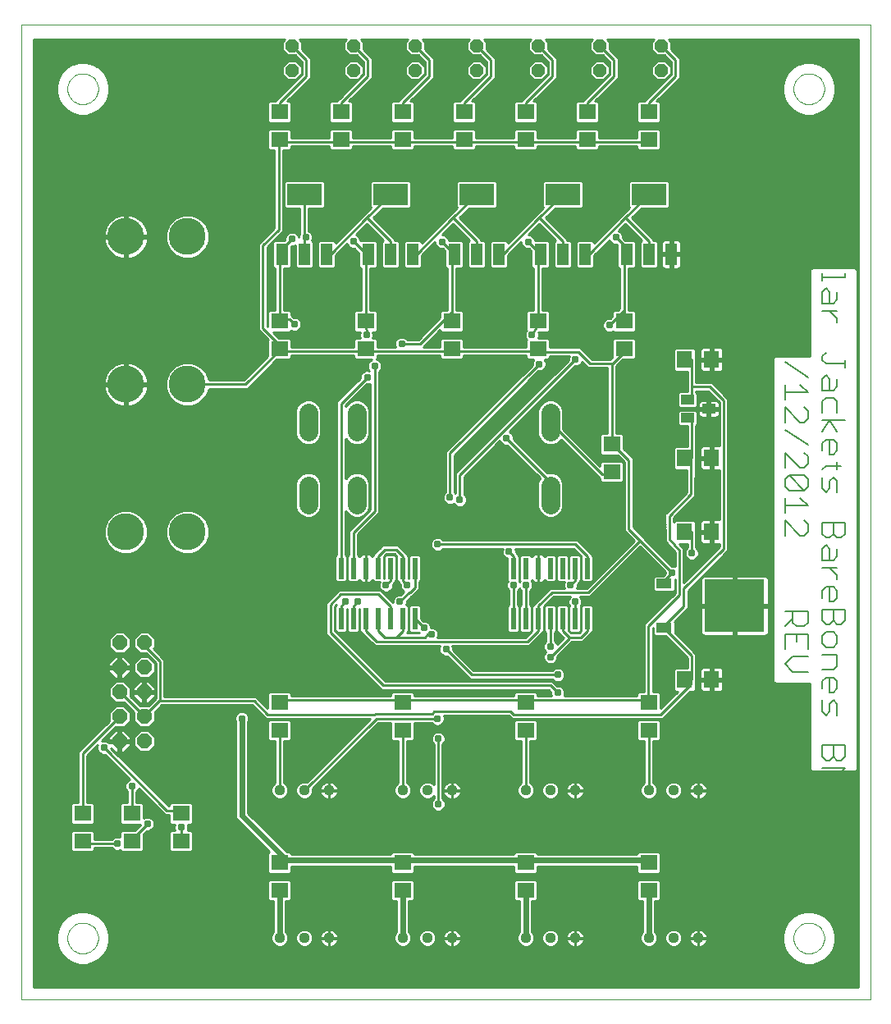
<source format=gtl>
G75*
G70*
%OFA0B0*%
%FSLAX24Y24*%
%IPPOS*%
%LPD*%
%AMOC8*
5,1,8,0,0,1.08239X$1,22.5*
%
%ADD10C,0.0000*%
%ADD11C,0.0080*%
%ADD12R,0.0236X0.0866*%
%ADD13C,0.0440*%
%ADD14R,0.0710X0.0630*%
%ADD15R,0.0551X0.0394*%
%ADD16R,0.0630X0.0709*%
%ADD17R,0.2441X0.2126*%
%ADD18R,0.0630X0.0394*%
%ADD19R,0.0480X0.0880*%
%ADD20R,0.1417X0.0866*%
%ADD21OC8,0.0520*%
%ADD22C,0.0780*%
%ADD23C,0.1500*%
%ADD24OC8,0.0600*%
%ADD25C,0.0100*%
%ADD26C,0.0396*%
%ADD27C,0.0310*%
%ADD28C,0.0240*%
D10*
X000180Y000180D02*
X000180Y039800D01*
X034672Y039800D01*
X034672Y000180D01*
X000180Y000180D01*
X002055Y002680D02*
X002057Y002730D01*
X002063Y002779D01*
X002073Y002828D01*
X002086Y002875D01*
X002104Y002922D01*
X002125Y002967D01*
X002149Y003010D01*
X002177Y003051D01*
X002208Y003090D01*
X002242Y003126D01*
X002279Y003160D01*
X002319Y003190D01*
X002360Y003217D01*
X002404Y003241D01*
X002449Y003261D01*
X002496Y003277D01*
X002544Y003290D01*
X002593Y003299D01*
X002643Y003304D01*
X002692Y003305D01*
X002742Y003302D01*
X002791Y003295D01*
X002840Y003284D01*
X002887Y003270D01*
X002933Y003251D01*
X002978Y003229D01*
X003021Y003204D01*
X003061Y003175D01*
X003099Y003143D01*
X003135Y003109D01*
X003168Y003071D01*
X003197Y003031D01*
X003223Y002989D01*
X003246Y002945D01*
X003265Y002899D01*
X003281Y002852D01*
X003293Y002803D01*
X003301Y002754D01*
X003305Y002705D01*
X003305Y002655D01*
X003301Y002606D01*
X003293Y002557D01*
X003281Y002508D01*
X003265Y002461D01*
X003246Y002415D01*
X003223Y002371D01*
X003197Y002329D01*
X003168Y002289D01*
X003135Y002251D01*
X003099Y002217D01*
X003061Y002185D01*
X003021Y002156D01*
X002978Y002131D01*
X002933Y002109D01*
X002887Y002090D01*
X002840Y002076D01*
X002791Y002065D01*
X002742Y002058D01*
X002692Y002055D01*
X002643Y002056D01*
X002593Y002061D01*
X002544Y002070D01*
X002496Y002083D01*
X002449Y002099D01*
X002404Y002119D01*
X002360Y002143D01*
X002319Y002170D01*
X002279Y002200D01*
X002242Y002234D01*
X002208Y002270D01*
X002177Y002309D01*
X002149Y002350D01*
X002125Y002393D01*
X002104Y002438D01*
X002086Y002485D01*
X002073Y002532D01*
X002063Y002581D01*
X002057Y002630D01*
X002055Y002680D01*
X031555Y002680D02*
X031557Y002730D01*
X031563Y002779D01*
X031573Y002828D01*
X031586Y002875D01*
X031604Y002922D01*
X031625Y002967D01*
X031649Y003010D01*
X031677Y003051D01*
X031708Y003090D01*
X031742Y003126D01*
X031779Y003160D01*
X031819Y003190D01*
X031860Y003217D01*
X031904Y003241D01*
X031949Y003261D01*
X031996Y003277D01*
X032044Y003290D01*
X032093Y003299D01*
X032143Y003304D01*
X032192Y003305D01*
X032242Y003302D01*
X032291Y003295D01*
X032340Y003284D01*
X032387Y003270D01*
X032433Y003251D01*
X032478Y003229D01*
X032521Y003204D01*
X032561Y003175D01*
X032599Y003143D01*
X032635Y003109D01*
X032668Y003071D01*
X032697Y003031D01*
X032723Y002989D01*
X032746Y002945D01*
X032765Y002899D01*
X032781Y002852D01*
X032793Y002803D01*
X032801Y002754D01*
X032805Y002705D01*
X032805Y002655D01*
X032801Y002606D01*
X032793Y002557D01*
X032781Y002508D01*
X032765Y002461D01*
X032746Y002415D01*
X032723Y002371D01*
X032697Y002329D01*
X032668Y002289D01*
X032635Y002251D01*
X032599Y002217D01*
X032561Y002185D01*
X032521Y002156D01*
X032478Y002131D01*
X032433Y002109D01*
X032387Y002090D01*
X032340Y002076D01*
X032291Y002065D01*
X032242Y002058D01*
X032192Y002055D01*
X032143Y002056D01*
X032093Y002061D01*
X032044Y002070D01*
X031996Y002083D01*
X031949Y002099D01*
X031904Y002119D01*
X031860Y002143D01*
X031819Y002170D01*
X031779Y002200D01*
X031742Y002234D01*
X031708Y002270D01*
X031677Y002309D01*
X031649Y002350D01*
X031625Y002393D01*
X031604Y002438D01*
X031586Y002485D01*
X031573Y002532D01*
X031563Y002581D01*
X031557Y002630D01*
X031555Y002680D01*
X031555Y037180D02*
X031557Y037230D01*
X031563Y037279D01*
X031573Y037328D01*
X031586Y037375D01*
X031604Y037422D01*
X031625Y037467D01*
X031649Y037510D01*
X031677Y037551D01*
X031708Y037590D01*
X031742Y037626D01*
X031779Y037660D01*
X031819Y037690D01*
X031860Y037717D01*
X031904Y037741D01*
X031949Y037761D01*
X031996Y037777D01*
X032044Y037790D01*
X032093Y037799D01*
X032143Y037804D01*
X032192Y037805D01*
X032242Y037802D01*
X032291Y037795D01*
X032340Y037784D01*
X032387Y037770D01*
X032433Y037751D01*
X032478Y037729D01*
X032521Y037704D01*
X032561Y037675D01*
X032599Y037643D01*
X032635Y037609D01*
X032668Y037571D01*
X032697Y037531D01*
X032723Y037489D01*
X032746Y037445D01*
X032765Y037399D01*
X032781Y037352D01*
X032793Y037303D01*
X032801Y037254D01*
X032805Y037205D01*
X032805Y037155D01*
X032801Y037106D01*
X032793Y037057D01*
X032781Y037008D01*
X032765Y036961D01*
X032746Y036915D01*
X032723Y036871D01*
X032697Y036829D01*
X032668Y036789D01*
X032635Y036751D01*
X032599Y036717D01*
X032561Y036685D01*
X032521Y036656D01*
X032478Y036631D01*
X032433Y036609D01*
X032387Y036590D01*
X032340Y036576D01*
X032291Y036565D01*
X032242Y036558D01*
X032192Y036555D01*
X032143Y036556D01*
X032093Y036561D01*
X032044Y036570D01*
X031996Y036583D01*
X031949Y036599D01*
X031904Y036619D01*
X031860Y036643D01*
X031819Y036670D01*
X031779Y036700D01*
X031742Y036734D01*
X031708Y036770D01*
X031677Y036809D01*
X031649Y036850D01*
X031625Y036893D01*
X031604Y036938D01*
X031586Y036985D01*
X031573Y037032D01*
X031563Y037081D01*
X031557Y037130D01*
X031555Y037180D01*
X002055Y037180D02*
X002057Y037230D01*
X002063Y037279D01*
X002073Y037328D01*
X002086Y037375D01*
X002104Y037422D01*
X002125Y037467D01*
X002149Y037510D01*
X002177Y037551D01*
X002208Y037590D01*
X002242Y037626D01*
X002279Y037660D01*
X002319Y037690D01*
X002360Y037717D01*
X002404Y037741D01*
X002449Y037761D01*
X002496Y037777D01*
X002544Y037790D01*
X002593Y037799D01*
X002643Y037804D01*
X002692Y037805D01*
X002742Y037802D01*
X002791Y037795D01*
X002840Y037784D01*
X002887Y037770D01*
X002933Y037751D01*
X002978Y037729D01*
X003021Y037704D01*
X003061Y037675D01*
X003099Y037643D01*
X003135Y037609D01*
X003168Y037571D01*
X003197Y037531D01*
X003223Y037489D01*
X003246Y037445D01*
X003265Y037399D01*
X003281Y037352D01*
X003293Y037303D01*
X003301Y037254D01*
X003305Y037205D01*
X003305Y037155D01*
X003301Y037106D01*
X003293Y037057D01*
X003281Y037008D01*
X003265Y036961D01*
X003246Y036915D01*
X003223Y036871D01*
X003197Y036829D01*
X003168Y036789D01*
X003135Y036751D01*
X003099Y036717D01*
X003061Y036685D01*
X003021Y036656D01*
X002978Y036631D01*
X002933Y036609D01*
X002887Y036590D01*
X002840Y036576D01*
X002791Y036565D01*
X002742Y036558D01*
X002692Y036555D01*
X002643Y036556D01*
X002593Y036561D01*
X002544Y036570D01*
X002496Y036583D01*
X002449Y036599D01*
X002404Y036619D01*
X002360Y036643D01*
X002319Y036670D01*
X002279Y036700D01*
X002242Y036734D01*
X002208Y036770D01*
X002177Y036809D01*
X002149Y036850D01*
X002125Y036893D01*
X002104Y036938D01*
X002086Y036985D01*
X002073Y037032D01*
X002063Y037081D01*
X002057Y037130D01*
X002055Y037180D01*
D11*
X031220Y027927D02*
X031220Y027313D01*
X031220Y027006D02*
X031220Y026392D01*
X031220Y026086D02*
X032141Y025472D01*
X031834Y025165D02*
X032141Y024858D01*
X031220Y024858D01*
X031220Y025165D02*
X031220Y024551D01*
X031220Y024244D02*
X031834Y023630D01*
X031987Y023630D01*
X032141Y023784D01*
X032141Y024090D01*
X031987Y024244D01*
X031220Y024244D02*
X031220Y023630D01*
X031220Y023323D02*
X032141Y022709D01*
X031987Y022402D02*
X032141Y022249D01*
X032141Y021942D01*
X031987Y021789D01*
X031834Y021789D01*
X031220Y022402D01*
X031220Y021789D01*
X031373Y021482D02*
X031987Y020868D01*
X031373Y020868D01*
X031220Y021021D01*
X031220Y021328D01*
X031373Y021482D01*
X031987Y021482D01*
X032141Y021328D01*
X032141Y021021D01*
X031987Y020868D01*
X031834Y020561D02*
X032141Y020254D01*
X031220Y020254D01*
X031220Y020561D02*
X031220Y019947D01*
X031220Y019640D02*
X031834Y019026D01*
X031987Y019026D01*
X032141Y019180D01*
X032141Y019487D01*
X031987Y019640D01*
X032720Y019563D02*
X032720Y019103D01*
X032873Y018949D01*
X033027Y018949D01*
X033180Y019103D01*
X033180Y019563D01*
X032720Y019563D02*
X033641Y019563D01*
X033641Y019103D01*
X033487Y018949D01*
X033334Y018949D01*
X033180Y019103D01*
X032873Y018642D02*
X033027Y018489D01*
X033027Y018029D01*
X033180Y018029D02*
X032720Y018029D01*
X032720Y018489D01*
X032873Y018642D01*
X033334Y018489D02*
X033334Y018182D01*
X033180Y018029D01*
X033027Y017722D02*
X033334Y017415D01*
X033334Y017261D01*
X033180Y016954D02*
X032873Y016954D01*
X032720Y016801D01*
X032720Y016494D01*
X033027Y016341D02*
X033027Y016954D01*
X033180Y016954D02*
X033334Y016801D01*
X033334Y016494D01*
X033180Y016341D01*
X033027Y016341D01*
X033180Y016034D02*
X033180Y015573D01*
X033027Y015420D01*
X032873Y015420D01*
X032720Y015573D01*
X032720Y016034D01*
X033641Y016034D01*
X033641Y015573D01*
X033487Y015420D01*
X033334Y015420D01*
X033180Y015573D01*
X033180Y015113D02*
X032873Y015113D01*
X032720Y014959D01*
X032720Y014652D01*
X032873Y014499D01*
X033180Y014499D01*
X033334Y014652D01*
X033334Y014959D01*
X033180Y015113D01*
X033334Y014192D02*
X032720Y014192D01*
X032141Y014115D02*
X031527Y014115D01*
X031220Y013808D01*
X031527Y013501D01*
X032141Y013501D01*
X032720Y013578D02*
X033180Y013578D01*
X033334Y013732D01*
X033334Y014192D01*
X033180Y013271D02*
X032873Y013271D01*
X032720Y013118D01*
X032720Y012811D01*
X033027Y012657D02*
X033027Y013271D01*
X033180Y013271D02*
X033334Y013118D01*
X033334Y012811D01*
X033180Y012657D01*
X033027Y012657D01*
X033180Y012350D02*
X033027Y012197D01*
X033027Y011890D01*
X032873Y011737D01*
X032720Y011890D01*
X032720Y012350D01*
X032141Y011967D02*
X031220Y011967D01*
X031220Y012274D02*
X031220Y011660D01*
X031834Y012274D02*
X032141Y011967D01*
X033180Y012350D02*
X033334Y012197D01*
X033334Y011737D01*
X033180Y010509D02*
X033180Y010048D01*
X033027Y009895D01*
X032873Y009895D01*
X032720Y010048D01*
X032720Y010509D01*
X033641Y010509D01*
X033641Y010048D01*
X033487Y009895D01*
X033334Y009895D01*
X033180Y010048D01*
X032720Y009588D02*
X033641Y009588D01*
X033334Y009281D01*
X033641Y008974D01*
X032720Y008974D01*
X032873Y008667D02*
X032720Y008514D01*
X032720Y008207D01*
X032873Y008053D01*
X033027Y008053D01*
X033180Y008207D01*
X033180Y008514D01*
X033334Y008667D01*
X033487Y008667D01*
X033641Y008514D01*
X033641Y008207D01*
X033487Y008053D01*
X032141Y014422D02*
X032141Y015036D01*
X031220Y015036D01*
X031220Y014422D01*
X031680Y014729D02*
X031680Y015036D01*
X031680Y015343D02*
X031527Y015496D01*
X031527Y015957D01*
X031220Y015957D02*
X032141Y015957D01*
X032141Y015496D01*
X031987Y015343D01*
X031680Y015343D01*
X031527Y015650D02*
X031220Y015343D01*
X032720Y017722D02*
X033334Y017722D01*
X031220Y019026D02*
X031220Y019640D01*
X032720Y020944D02*
X032720Y021405D01*
X032720Y021712D02*
X032873Y021865D01*
X033487Y021865D01*
X033334Y021712D02*
X033334Y022019D01*
X033180Y022326D02*
X033027Y022326D01*
X033027Y022939D01*
X033180Y022939D02*
X032873Y022939D01*
X032720Y022786D01*
X032720Y022479D01*
X033180Y022326D02*
X033334Y022479D01*
X033334Y022786D01*
X033180Y022939D01*
X033334Y023246D02*
X033027Y023707D01*
X032720Y023246D01*
X032720Y023707D02*
X033641Y023707D01*
X033334Y024014D02*
X033334Y024474D01*
X033180Y024628D01*
X032873Y024628D01*
X032720Y024474D01*
X032720Y024014D01*
X032720Y024935D02*
X032720Y025395D01*
X032873Y025548D01*
X033027Y025395D01*
X033027Y024935D01*
X033180Y024935D02*
X032720Y024935D01*
X033180Y024935D02*
X033334Y025088D01*
X033334Y025395D01*
X033641Y025855D02*
X033641Y026162D01*
X033641Y026009D02*
X032873Y026009D01*
X032720Y026162D01*
X032720Y026316D01*
X032873Y026469D01*
X032141Y026699D02*
X031220Y026699D01*
X031834Y027006D02*
X032141Y026699D01*
X032141Y027620D02*
X031220Y027620D01*
X031834Y027927D02*
X032141Y027620D01*
X032720Y028157D02*
X033334Y028157D01*
X033334Y027850D02*
X033334Y027697D01*
X033334Y027850D02*
X033027Y028157D01*
X033027Y028464D02*
X033027Y028925D01*
X032873Y029078D01*
X032720Y028925D01*
X032720Y028464D01*
X033180Y028464D01*
X033334Y028618D01*
X033334Y028925D01*
X033641Y029538D02*
X032720Y029538D01*
X032720Y029385D02*
X032720Y029692D01*
X032873Y029999D02*
X032720Y030152D01*
X032720Y030459D01*
X032873Y030613D01*
X033180Y030613D01*
X033334Y030459D01*
X033334Y030152D01*
X033180Y029999D01*
X032873Y029999D01*
X033641Y029692D02*
X033641Y029538D01*
X033487Y030920D02*
X033641Y031073D01*
X033641Y031380D01*
X033487Y031533D01*
X033334Y031533D01*
X033180Y031380D01*
X033180Y031073D01*
X033027Y030920D01*
X032873Y030920D01*
X032720Y031073D01*
X032720Y031380D01*
X032873Y031533D01*
X033180Y021405D02*
X033027Y021251D01*
X033027Y020944D01*
X032873Y020791D01*
X032720Y020944D01*
X033334Y020791D02*
X033334Y021251D01*
X033180Y021405D01*
D12*
X023180Y017704D03*
X022680Y017704D03*
X022180Y017704D03*
X021680Y017704D03*
X021180Y017704D03*
X020680Y017704D03*
X020180Y017704D03*
X020180Y015656D03*
X020680Y015656D03*
X021180Y015656D03*
X021680Y015656D03*
X022180Y015656D03*
X022680Y015656D03*
X023180Y015656D03*
X016180Y015656D03*
X015680Y015656D03*
X015180Y015656D03*
X014680Y015656D03*
X014180Y015656D03*
X013680Y015656D03*
X013180Y015656D03*
X013180Y017704D03*
X013680Y017704D03*
X014180Y017704D03*
X014680Y017704D03*
X015180Y017704D03*
X015680Y017704D03*
X016180Y017704D03*
D13*
X015680Y008680D03*
X016680Y008680D03*
X017680Y008680D03*
X020680Y008680D03*
X021680Y008680D03*
X022680Y008680D03*
X025680Y008680D03*
X026680Y008680D03*
X027680Y008680D03*
X027680Y002680D03*
X026680Y002680D03*
X025680Y002680D03*
X022680Y002680D03*
X021680Y002680D03*
X020680Y002680D03*
X017680Y002680D03*
X016680Y002680D03*
X015680Y002680D03*
X012680Y002680D03*
X011680Y002680D03*
X010680Y002680D03*
X010680Y008680D03*
X011680Y008680D03*
X012680Y008680D03*
D14*
X010680Y011120D03*
X010680Y012240D03*
X006680Y007740D03*
X006680Y006620D03*
X004680Y006620D03*
X004680Y007740D03*
X002680Y007740D03*
X002680Y006620D03*
X010680Y005740D03*
X010680Y004620D03*
X015680Y004620D03*
X015680Y005740D03*
X015680Y011120D03*
X015680Y012240D03*
X020680Y012240D03*
X020680Y011120D03*
X020680Y005740D03*
X020680Y004620D03*
X025680Y004620D03*
X025680Y005740D03*
X025680Y011120D03*
X025680Y012240D03*
X024180Y021620D03*
X024180Y022740D03*
X024680Y026620D03*
X024680Y027740D03*
X021180Y027740D03*
X021180Y026620D03*
X017680Y026620D03*
X017680Y027740D03*
X014180Y027740D03*
X014180Y026620D03*
X010680Y026620D03*
X010680Y027740D03*
X010680Y035120D03*
X010680Y036240D03*
X013180Y036240D03*
X013180Y035120D03*
X015680Y035120D03*
X015680Y036240D03*
X018180Y036240D03*
X018180Y035120D03*
X020680Y035120D03*
X020680Y036240D03*
X023180Y036240D03*
X023180Y035120D03*
X025680Y035120D03*
X025680Y036240D03*
D15*
X027247Y024554D03*
X027247Y023806D03*
X028113Y024180D03*
D16*
X028231Y022180D03*
X027129Y022180D03*
X027129Y019180D03*
X028231Y019180D03*
X028231Y013180D03*
X027129Y013180D03*
X027129Y026180D03*
X028231Y026180D03*
D17*
X029164Y016180D03*
D18*
X026290Y015282D03*
X026290Y017078D03*
D19*
X026590Y030460D03*
X025680Y030460D03*
X024770Y030460D03*
X023090Y030460D03*
X022180Y030460D03*
X021270Y030460D03*
X019590Y030460D03*
X018680Y030460D03*
X017770Y030460D03*
X016090Y030460D03*
X015180Y030460D03*
X014270Y030460D03*
X012590Y030460D03*
X011680Y030460D03*
X010770Y030460D03*
D20*
X011680Y032900D03*
X015180Y032900D03*
X018680Y032900D03*
X022180Y032900D03*
X025680Y032900D03*
D21*
X026180Y037930D03*
X026180Y038930D03*
X023680Y038930D03*
X023680Y037930D03*
X021180Y037930D03*
X021180Y038930D03*
X018680Y038930D03*
X018680Y037930D03*
X016180Y037930D03*
X016180Y038930D03*
X013680Y038930D03*
X013680Y037930D03*
X011180Y037930D03*
X011180Y038930D03*
D22*
X011840Y024020D02*
X011840Y023240D01*
X013810Y023240D02*
X013810Y024020D01*
X013810Y021070D02*
X013810Y020290D01*
X011840Y020290D02*
X011840Y021070D01*
X021680Y021070D02*
X021680Y020290D01*
X021680Y023240D02*
X021680Y024020D01*
D23*
X006930Y025180D03*
X004430Y025180D03*
X004430Y019180D03*
X006930Y019180D03*
X006930Y031180D03*
X004430Y031180D03*
D24*
X004180Y014680D03*
X004180Y013680D03*
X004180Y012680D03*
X004180Y011680D03*
X004180Y010680D03*
X005180Y010680D03*
X005180Y011680D03*
X005180Y012680D03*
X005180Y013680D03*
X005180Y014680D03*
D25*
X005180Y014560D01*
X005820Y013920D01*
X005820Y012340D01*
X005860Y012320D01*
X009640Y012320D01*
X010200Y011760D01*
X014520Y011760D01*
X014578Y011790D01*
X016878Y011790D01*
X016960Y011900D01*
X020060Y011900D01*
X020200Y011760D01*
X026160Y011760D01*
X027400Y013000D01*
X027400Y013140D01*
X027129Y013180D01*
X027420Y013180D01*
X027420Y014140D01*
X026280Y015280D01*
X026290Y015282D01*
X026260Y015320D01*
X027100Y016160D01*
X027100Y016880D01*
X028720Y018500D01*
X028720Y024520D01*
X028160Y025080D01*
X027420Y025080D01*
X027420Y026180D01*
X027129Y026180D01*
X026684Y026184D02*
X025098Y026184D01*
X025089Y026175D02*
X025165Y026251D01*
X025165Y026989D01*
X025089Y027065D01*
X024271Y027065D01*
X024195Y026989D01*
X024195Y026270D01*
X024133Y026207D01*
X024111Y026200D01*
X023375Y026200D01*
X023000Y026575D01*
X022895Y026680D01*
X021665Y026680D01*
X021665Y026989D01*
X021589Y027065D01*
X021189Y027065D01*
X021216Y027130D01*
X021216Y027243D01*
X021200Y027281D01*
X021208Y027295D01*
X021589Y027295D01*
X021665Y027371D01*
X021665Y028109D01*
X021589Y028185D01*
X021360Y028185D01*
X021360Y029890D01*
X021564Y029890D01*
X021640Y029966D01*
X021640Y030954D01*
X021564Y031030D01*
X021060Y031030D01*
X021022Y031121D01*
X020941Y031202D01*
X020837Y031245D01*
X020780Y031245D01*
X021230Y031695D01*
X021896Y031030D01*
X021886Y031030D01*
X021810Y030954D01*
X021810Y029966D01*
X021886Y029890D01*
X022474Y029890D01*
X022550Y029966D01*
X022550Y030954D01*
X022474Y031030D01*
X022360Y031030D01*
X022360Y031075D01*
X021485Y031950D01*
X021872Y032337D01*
X022943Y032337D01*
X023019Y032413D01*
X023019Y033387D01*
X022943Y033463D01*
X021417Y033463D01*
X021341Y033387D01*
X021341Y032413D01*
X021390Y032365D01*
X021050Y032025D01*
X021050Y032025D01*
X019960Y030934D01*
X019960Y030954D01*
X019884Y031030D01*
X019296Y031030D01*
X019220Y030954D01*
X019220Y029966D01*
X019296Y029890D01*
X019884Y029890D01*
X019960Y029966D01*
X019960Y030425D01*
X020495Y030960D01*
X020495Y030903D01*
X020538Y030799D01*
X020619Y030718D01*
X020723Y030675D01*
X020810Y030675D01*
X020900Y030585D01*
X020900Y029966D01*
X020976Y029890D01*
X021000Y029890D01*
X021000Y028185D01*
X020771Y028185D01*
X020695Y028109D01*
X020695Y027371D01*
X020704Y027363D01*
X020689Y027348D01*
X020646Y027243D01*
X020646Y027130D01*
X020689Y027025D01*
X020710Y027004D01*
X020695Y026989D01*
X020695Y026700D01*
X018165Y026700D01*
X018165Y026989D01*
X018089Y027065D01*
X017271Y027065D01*
X017195Y026989D01*
X017195Y026700D01*
X016515Y026700D01*
X017195Y027381D01*
X017195Y027371D01*
X017271Y027295D01*
X018089Y027295D01*
X018165Y027371D01*
X018165Y028109D01*
X018089Y028185D01*
X017860Y028185D01*
X017860Y029890D01*
X018064Y029890D01*
X018140Y029966D01*
X018140Y030954D01*
X018064Y031030D01*
X017560Y031030D01*
X017522Y031121D01*
X017441Y031202D01*
X017337Y031245D01*
X017280Y031245D01*
X017730Y031695D01*
X018396Y031030D01*
X018386Y031030D01*
X018310Y030954D01*
X018310Y029966D01*
X018386Y029890D01*
X018974Y029890D01*
X019050Y029966D01*
X019050Y030954D01*
X018974Y031030D01*
X018860Y031030D01*
X018860Y031075D01*
X017985Y031950D01*
X018372Y032337D01*
X019443Y032337D01*
X019519Y032413D01*
X019519Y033387D01*
X019443Y033463D01*
X017917Y033463D01*
X017841Y033387D01*
X017841Y032413D01*
X017890Y032365D01*
X017655Y032130D01*
X017550Y032025D01*
X016460Y030934D01*
X016460Y030954D01*
X016384Y031030D01*
X015796Y031030D01*
X015720Y030954D01*
X015720Y029966D01*
X015796Y029890D01*
X016384Y029890D01*
X016460Y029966D01*
X016460Y030425D01*
X016995Y030960D01*
X016995Y030903D01*
X017038Y030799D01*
X017119Y030718D01*
X017223Y030675D01*
X017310Y030675D01*
X017400Y030585D01*
X017400Y029966D01*
X017476Y029890D01*
X017500Y029890D01*
X017500Y028195D01*
X017490Y028185D01*
X017271Y028185D01*
X017195Y028109D01*
X017195Y027890D01*
X016305Y027000D01*
X015863Y027000D01*
X015801Y027062D01*
X015697Y027105D01*
X015583Y027105D01*
X015479Y027062D01*
X015398Y026981D01*
X015355Y026877D01*
X015355Y026763D01*
X015381Y026700D01*
X014665Y026700D01*
X014665Y026989D01*
X014589Y027065D01*
X014464Y027065D01*
X014486Y027117D01*
X014486Y027230D01*
X014459Y027295D01*
X014589Y027295D01*
X014665Y027371D01*
X014665Y028109D01*
X014589Y028185D01*
X014360Y028185D01*
X014360Y029890D01*
X014564Y029890D01*
X014640Y029966D01*
X014640Y030954D01*
X014564Y031030D01*
X013976Y031030D01*
X013965Y031019D01*
X013965Y031037D01*
X013922Y031141D01*
X013841Y031222D01*
X013781Y031247D01*
X014230Y031695D01*
X014896Y031030D01*
X014886Y031030D01*
X014810Y030954D01*
X014810Y029966D01*
X014886Y029890D01*
X015474Y029890D01*
X015550Y029966D01*
X015550Y030954D01*
X015474Y031030D01*
X015360Y031030D01*
X015360Y031075D01*
X014485Y031950D01*
X014872Y032337D01*
X015943Y032337D01*
X016019Y032413D01*
X016019Y033387D01*
X015943Y033463D01*
X014417Y033463D01*
X014341Y033387D01*
X014341Y032413D01*
X014390Y032365D01*
X014155Y032130D01*
X014050Y032025D01*
X012960Y030934D01*
X012960Y030954D01*
X012884Y031030D01*
X012296Y031030D01*
X012220Y030954D01*
X012220Y029966D01*
X012296Y029890D01*
X012884Y029890D01*
X012960Y029966D01*
X012960Y030425D01*
X013413Y030879D01*
X013438Y030819D01*
X013519Y030738D01*
X013623Y030695D01*
X013710Y030695D01*
X013900Y030505D01*
X013900Y029966D01*
X013976Y029890D01*
X014000Y029890D01*
X014000Y028185D01*
X013771Y028185D01*
X013695Y028109D01*
X013695Y027371D01*
X013771Y027295D01*
X013943Y027295D01*
X013916Y027230D01*
X013916Y027117D01*
X013937Y027065D01*
X013771Y027065D01*
X013695Y026989D01*
X013695Y026700D01*
X011165Y026700D01*
X011165Y026989D01*
X011089Y027065D01*
X010649Y027065D01*
X010420Y027295D01*
X011089Y027295D01*
X011157Y027363D01*
X011223Y027335D01*
X011337Y027335D01*
X011441Y027378D01*
X011522Y027459D01*
X011565Y027563D01*
X013695Y027563D01*
X013695Y027465D02*
X011524Y027465D01*
X011565Y027563D02*
X011565Y027677D01*
X011522Y027781D01*
X011441Y027862D01*
X011337Y027905D01*
X011250Y027905D01*
X011165Y027990D01*
X011165Y028109D01*
X011089Y028185D01*
X010860Y028185D01*
X010860Y029890D01*
X011064Y029890D01*
X011140Y029966D01*
X011140Y030786D01*
X011150Y030795D01*
X011237Y030795D01*
X011310Y030825D01*
X011310Y029966D01*
X011386Y029890D01*
X011974Y029890D01*
X012050Y029966D01*
X012050Y030954D01*
X011994Y031009D01*
X012025Y031083D01*
X012025Y031197D01*
X011982Y031301D01*
X011901Y031382D01*
X011860Y031399D01*
X011860Y032337D01*
X012443Y032337D01*
X012519Y032413D01*
X012519Y033387D01*
X012443Y033463D01*
X010917Y033463D01*
X010841Y033387D01*
X010841Y032413D01*
X010917Y032337D01*
X011500Y032337D01*
X011500Y031303D01*
X011498Y031301D01*
X011455Y031197D01*
X011455Y031161D01*
X011422Y031241D01*
X011341Y031322D01*
X011237Y031365D01*
X011123Y031365D01*
X011019Y031322D01*
X010938Y031241D01*
X010895Y031137D01*
X010895Y031050D01*
X010875Y031030D01*
X010476Y031030D01*
X010400Y030954D01*
X010400Y029966D01*
X010476Y029890D01*
X010500Y029890D01*
X010500Y028185D01*
X010271Y028185D01*
X010195Y028109D01*
X010195Y027519D01*
X010180Y027535D01*
X010180Y030745D01*
X010820Y031385D01*
X010820Y034675D01*
X011089Y034675D01*
X011165Y034751D01*
X011165Y034840D01*
X012695Y034840D01*
X012695Y034751D01*
X012771Y034675D01*
X013589Y034675D01*
X013665Y034751D01*
X013665Y034840D01*
X015195Y034840D01*
X015195Y034751D01*
X015271Y034675D01*
X016089Y034675D01*
X016165Y034751D01*
X016165Y034840D01*
X017695Y034840D01*
X017695Y034751D01*
X017771Y034675D01*
X018589Y034675D01*
X018665Y034751D01*
X018665Y034840D01*
X020195Y034840D01*
X020195Y034751D01*
X020271Y034675D01*
X021089Y034675D01*
X021165Y034751D01*
X021165Y034840D01*
X022695Y034840D01*
X022695Y034751D01*
X022771Y034675D01*
X023589Y034675D01*
X023665Y034751D01*
X023665Y034840D01*
X025195Y034840D01*
X025195Y034751D01*
X025271Y034675D01*
X026089Y034675D01*
X026165Y034751D01*
X026165Y035489D01*
X026089Y035565D01*
X025271Y035565D01*
X025195Y035489D01*
X025195Y035200D01*
X023665Y035200D01*
X023665Y035489D01*
X023589Y035565D01*
X022771Y035565D01*
X022695Y035489D01*
X022695Y035200D01*
X021165Y035200D01*
X021165Y035489D01*
X021089Y035565D01*
X020271Y035565D01*
X020195Y035489D01*
X020195Y035200D01*
X018665Y035200D01*
X018665Y035489D01*
X018589Y035565D01*
X017771Y035565D01*
X017695Y035489D01*
X017695Y035200D01*
X016165Y035200D01*
X016165Y035489D01*
X016089Y035565D01*
X015271Y035565D01*
X015195Y035489D01*
X015195Y035200D01*
X013665Y035200D01*
X013665Y035489D01*
X013589Y035565D01*
X012771Y035565D01*
X012695Y035489D01*
X012695Y035200D01*
X011165Y035200D01*
X011165Y035489D01*
X011089Y035565D01*
X010271Y035565D01*
X010195Y035489D01*
X010195Y034751D01*
X010271Y034675D01*
X010460Y034675D01*
X010460Y031535D01*
X009925Y031000D01*
X009820Y030895D01*
X009820Y027385D01*
X010206Y027000D01*
X010195Y026989D01*
X010195Y026330D01*
X009225Y025360D01*
X007808Y025360D01*
X007676Y025678D01*
X007428Y025926D01*
X007105Y026060D01*
X006755Y026060D01*
X006432Y025926D01*
X006184Y025678D01*
X006050Y025355D01*
X006050Y025005D01*
X006184Y024682D01*
X006432Y024434D01*
X006755Y024300D01*
X007105Y024300D01*
X007428Y024434D01*
X007676Y024682D01*
X007808Y025000D01*
X009375Y025000D01*
X010550Y026175D01*
X011089Y026175D01*
X011165Y026251D01*
X011165Y026340D01*
X013695Y026340D01*
X013695Y026251D01*
X013771Y026175D01*
X014411Y026175D01*
X014379Y026162D01*
X014298Y026081D01*
X014255Y025977D01*
X014255Y025863D01*
X014298Y025759D01*
X014323Y025734D01*
X014297Y025745D01*
X014183Y025745D01*
X014079Y025702D01*
X013998Y025621D01*
X013955Y025517D01*
X013955Y025430D01*
X013000Y024475D01*
X013000Y018259D01*
X012932Y018191D01*
X012932Y017217D01*
X013008Y017141D01*
X013352Y017141D01*
X013428Y017217D01*
X013428Y018191D01*
X013360Y018259D01*
X013360Y020018D01*
X013369Y019995D01*
X013515Y019849D01*
X013707Y019770D01*
X013913Y019770D01*
X014105Y019849D01*
X014251Y019995D01*
X014330Y020187D01*
X014330Y021173D01*
X014251Y021365D01*
X014105Y021511D01*
X013913Y021590D01*
X013707Y021590D01*
X013515Y021511D01*
X013369Y021365D01*
X013360Y021342D01*
X013360Y022968D01*
X013369Y022945D01*
X013515Y022799D01*
X013707Y022720D01*
X013913Y022720D01*
X014105Y022799D01*
X014251Y022945D01*
X014330Y023137D01*
X014330Y024123D01*
X014251Y024315D01*
X014105Y024461D01*
X013913Y024540D01*
X013707Y024540D01*
X013515Y024461D01*
X013369Y024315D01*
X013360Y024292D01*
X013360Y024325D01*
X014210Y025175D01*
X014297Y025175D01*
X014360Y025201D01*
X014360Y020095D01*
X013500Y019235D01*
X013500Y018259D01*
X013432Y018191D01*
X013432Y017217D01*
X013508Y017141D01*
X013852Y017141D01*
X013923Y017211D01*
X013942Y017178D01*
X013970Y017151D01*
X014004Y017131D01*
X014042Y017121D01*
X014171Y017121D01*
X014171Y017695D01*
X014189Y017695D01*
X014189Y017121D01*
X014318Y017121D01*
X014356Y017131D01*
X014390Y017151D01*
X014418Y017178D01*
X014437Y017211D01*
X014508Y017141D01*
X014741Y017141D01*
X014715Y017077D01*
X014715Y016963D01*
X014758Y016859D01*
X014839Y016778D01*
X014943Y016735D01*
X015057Y016735D01*
X015161Y016778D01*
X015242Y016859D01*
X015285Y016963D01*
X015285Y017050D01*
X015360Y017125D01*
X015360Y017149D01*
X015428Y017217D01*
X015428Y018191D01*
X015352Y018267D01*
X015008Y018267D01*
X014932Y018191D01*
X014932Y017300D01*
X014928Y017299D01*
X014928Y018191D01*
X014927Y018192D01*
X015015Y018280D01*
X015345Y018280D01*
X015433Y018192D01*
X015432Y018191D01*
X015432Y017217D01*
X015508Y017141D01*
X015520Y017141D01*
X015520Y017105D01*
X015575Y017050D01*
X015575Y016963D01*
X015618Y016859D01*
X015699Y016778D01*
X015731Y016765D01*
X015590Y016625D01*
X015503Y016625D01*
X015399Y016582D01*
X015318Y016501D01*
X015275Y016397D01*
X015275Y016320D01*
X014880Y016715D01*
X014775Y016820D01*
X013085Y016820D01*
X012665Y016400D01*
X012560Y016295D01*
X012560Y015025D01*
X014720Y012865D01*
X014825Y012760D01*
X021605Y012760D01*
X021695Y012670D01*
X021695Y012583D01*
X021721Y012520D01*
X021165Y012520D01*
X021165Y012609D01*
X021089Y012685D01*
X020271Y012685D01*
X020195Y012609D01*
X020195Y012520D01*
X016165Y012520D01*
X016165Y012609D01*
X016089Y012685D01*
X015271Y012685D01*
X015195Y012609D01*
X015195Y012520D01*
X011165Y012520D01*
X011165Y012609D01*
X011089Y012685D01*
X010271Y012685D01*
X010195Y012609D01*
X010195Y012019D01*
X009715Y012500D01*
X006000Y012500D01*
X006000Y013995D01*
X005895Y014100D01*
X005551Y014443D01*
X005610Y014502D01*
X005610Y014858D01*
X005358Y015110D01*
X005002Y015110D01*
X004750Y014858D01*
X004750Y014502D01*
X005002Y014250D01*
X005235Y014250D01*
X005640Y013845D01*
X005640Y012415D01*
X005335Y012110D01*
X005005Y012110D01*
X004610Y012505D01*
X004610Y012858D01*
X004358Y013110D01*
X004002Y013110D01*
X003750Y012858D01*
X003750Y012502D01*
X004002Y012250D01*
X004355Y012250D01*
X004750Y011855D01*
X004750Y011502D01*
X005002Y011250D01*
X005358Y011250D01*
X005610Y011502D01*
X005610Y011858D01*
X005601Y011867D01*
X005867Y012133D01*
X005889Y012140D01*
X009565Y012140D01*
X010020Y011685D01*
X010125Y011580D01*
X014345Y011580D01*
X011782Y009017D01*
X011750Y009030D01*
X011610Y009030D01*
X011482Y008977D01*
X011383Y008878D01*
X011330Y008750D01*
X011330Y008610D01*
X011383Y008482D01*
X011482Y008383D01*
X011610Y008330D01*
X011750Y008330D01*
X011878Y008383D01*
X011977Y008482D01*
X012030Y008610D01*
X012030Y008750D01*
X012028Y008754D01*
X014694Y011420D01*
X015195Y011417D01*
X015195Y010751D01*
X015271Y010675D01*
X015500Y010675D01*
X015500Y008984D01*
X015482Y008977D01*
X015383Y008878D01*
X015330Y008750D01*
X015330Y008610D01*
X015383Y008482D01*
X015482Y008383D01*
X015610Y008330D01*
X015750Y008330D01*
X015878Y008383D01*
X015977Y008482D01*
X016030Y008610D01*
X016030Y008750D01*
X015977Y008878D01*
X015878Y008977D01*
X015860Y008984D01*
X015860Y010675D01*
X016089Y010675D01*
X016165Y010751D01*
X016165Y011413D01*
X016864Y011410D01*
X016927Y011347D01*
X017031Y011304D01*
X017145Y011304D01*
X017250Y011347D01*
X017330Y011427D01*
X017373Y011532D01*
X017373Y011645D01*
X017342Y011720D01*
X019985Y011720D01*
X020020Y011685D01*
X020125Y011580D01*
X026235Y011580D01*
X026340Y011685D01*
X026340Y011685D01*
X027350Y012696D01*
X027498Y012696D01*
X027574Y012772D01*
X027574Y012919D01*
X027580Y012925D01*
X027580Y013085D01*
X027600Y013105D01*
X027600Y014215D01*
X026735Y015079D01*
X026735Y015533D01*
X026731Y015537D01*
X027280Y016085D01*
X027280Y016805D01*
X028900Y018425D01*
X028900Y024595D01*
X028795Y024700D01*
X028235Y025260D01*
X027600Y025260D01*
X027600Y026255D01*
X027574Y026281D01*
X027574Y026588D01*
X027498Y026664D01*
X026760Y026664D01*
X026684Y026588D01*
X026684Y025772D01*
X026760Y025696D01*
X027240Y025696D01*
X027240Y024881D01*
X026917Y024881D01*
X026841Y024805D01*
X026841Y024303D01*
X026917Y024227D01*
X027576Y024227D01*
X027653Y024303D01*
X027653Y024805D01*
X027600Y024857D01*
X027600Y024900D01*
X028085Y024900D01*
X028540Y024445D01*
X028540Y022684D01*
X028281Y022684D01*
X028281Y022230D01*
X028181Y022230D01*
X028181Y022130D01*
X027766Y022130D01*
X027766Y021806D01*
X027776Y021768D01*
X027796Y021734D01*
X027824Y021706D01*
X027858Y021686D01*
X027896Y021676D01*
X028181Y021676D01*
X028181Y022130D01*
X028281Y022130D01*
X028281Y021676D01*
X028540Y021676D01*
X028540Y019684D01*
X028281Y019684D01*
X028281Y019230D01*
X028181Y019230D01*
X028181Y019130D01*
X027766Y019130D01*
X027766Y018806D01*
X027776Y018768D01*
X027796Y018734D01*
X027824Y018706D01*
X027858Y018686D01*
X027896Y018676D01*
X028181Y018676D01*
X028181Y019130D01*
X028281Y019130D01*
X028281Y018676D01*
X028540Y018676D01*
X028540Y018575D01*
X027100Y017135D01*
X027100Y018423D01*
X027105Y018491D01*
X027100Y018496D01*
X027100Y018504D01*
X027052Y018552D01*
X026928Y018696D01*
X027240Y018696D01*
X027240Y018543D01*
X027178Y018481D01*
X027135Y018377D01*
X027135Y018263D01*
X027178Y018159D01*
X027259Y018078D01*
X027363Y018035D01*
X027477Y018035D01*
X027581Y018078D01*
X027662Y018159D01*
X027705Y018263D01*
X027705Y018377D01*
X027662Y018481D01*
X027600Y018543D01*
X027600Y019255D01*
X027574Y019281D01*
X027574Y019588D01*
X027498Y019664D01*
X026760Y019664D01*
X026694Y019598D01*
X026692Y019762D01*
X027511Y020582D01*
X027564Y020634D01*
X027564Y020635D01*
X027565Y020636D01*
X027565Y020709D01*
X027579Y022085D01*
X027600Y022105D01*
X027600Y023503D01*
X027653Y023555D01*
X027653Y024057D01*
X027576Y024133D01*
X026917Y024133D01*
X026841Y024057D01*
X026841Y023555D01*
X026917Y023479D01*
X027240Y023479D01*
X027240Y022664D01*
X026760Y022664D01*
X026684Y022588D01*
X026684Y021772D01*
X026760Y021696D01*
X027215Y021696D01*
X027206Y020785D01*
X026437Y020016D01*
X026436Y020016D01*
X026384Y019963D01*
X026332Y019911D01*
X026332Y019910D01*
X026331Y019909D01*
X026332Y019836D01*
X026332Y019762D01*
X026332Y019761D01*
X026339Y018899D01*
X026334Y018832D01*
X026340Y018825D01*
X026340Y018817D01*
X026388Y018770D01*
X026740Y018362D01*
X026740Y017779D01*
X026677Y017805D01*
X026610Y017805D01*
X025510Y018905D01*
X025405Y019010D01*
X025405Y019010D01*
X025040Y019375D01*
X025040Y022175D01*
X024665Y022550D01*
X024665Y023109D01*
X024589Y023185D01*
X024360Y023185D01*
X024360Y025925D01*
X024610Y026175D01*
X025089Y026175D01*
X025165Y026283D02*
X026684Y026283D01*
X026684Y026381D02*
X025165Y026381D01*
X025165Y026480D02*
X026684Y026480D01*
X026684Y026578D02*
X025165Y026578D01*
X025165Y026677D02*
X027868Y026677D01*
X027858Y026674D02*
X027824Y026654D01*
X027796Y026626D01*
X027776Y026592D01*
X027766Y026554D01*
X027766Y026230D01*
X028181Y026230D01*
X028181Y026130D01*
X027766Y026130D01*
X027766Y025806D01*
X027776Y025768D01*
X027796Y025734D01*
X027824Y025706D01*
X027858Y025686D01*
X027896Y025676D01*
X028181Y025676D01*
X028181Y026130D01*
X028281Y026130D01*
X028281Y025676D01*
X028566Y025676D01*
X028604Y025686D01*
X028638Y025706D01*
X028666Y025734D01*
X028686Y025768D01*
X028696Y025806D01*
X028696Y026130D01*
X028281Y026130D01*
X028281Y026230D01*
X028181Y026230D01*
X028181Y026684D01*
X027896Y026684D01*
X027858Y026674D01*
X027773Y026578D02*
X027574Y026578D01*
X027574Y026480D02*
X027766Y026480D01*
X027766Y026381D02*
X027574Y026381D01*
X027574Y026283D02*
X027766Y026283D01*
X027600Y026184D02*
X028181Y026184D01*
X028181Y026086D02*
X028281Y026086D01*
X028281Y026184D02*
X030717Y026184D01*
X030717Y026203D02*
X030717Y013157D01*
X030719Y013140D01*
X030723Y013123D01*
X030730Y013108D01*
X030738Y013093D01*
X030749Y013079D01*
X030761Y013067D01*
X030774Y013057D01*
X030789Y013048D01*
X030805Y013042D01*
X030821Y013038D01*
X030838Y013035D01*
X032217Y013035D01*
X032217Y009565D01*
X032219Y009548D01*
X032223Y009532D01*
X032230Y009516D01*
X032238Y009502D01*
X032249Y009488D01*
X032261Y009476D01*
X032274Y009466D01*
X032289Y009457D01*
X032305Y009451D01*
X032321Y009446D01*
X032338Y009444D01*
X034022Y009444D01*
X034039Y009446D01*
X034055Y009451D01*
X034071Y009457D01*
X034086Y009466D01*
X034099Y009476D01*
X034111Y009488D01*
X034122Y009502D01*
X034130Y009516D01*
X034137Y009532D01*
X034141Y009548D01*
X034143Y009565D01*
X034143Y029795D01*
X034141Y029812D01*
X034137Y029828D01*
X034130Y029844D01*
X034122Y029858D01*
X034111Y029872D01*
X034099Y029884D01*
X034086Y029894D01*
X034071Y029903D01*
X034055Y029909D01*
X034039Y029914D01*
X034022Y029916D01*
X032338Y029916D01*
X032321Y029914D01*
X032305Y029909D01*
X032289Y029903D01*
X032274Y029894D01*
X032261Y029884D01*
X032249Y029872D01*
X032238Y029858D01*
X032230Y029844D01*
X032223Y029828D01*
X032219Y029812D01*
X032217Y029795D01*
X032217Y026325D01*
X030838Y026325D01*
X030821Y026322D01*
X030805Y026318D01*
X030789Y026312D01*
X030774Y026303D01*
X030761Y026293D01*
X030749Y026281D01*
X030738Y026267D01*
X030730Y026252D01*
X030723Y026237D01*
X030719Y026220D01*
X030717Y026203D01*
X030751Y026283D02*
X028696Y026283D01*
X028696Y026230D02*
X028696Y026554D01*
X028686Y026592D01*
X028666Y026626D01*
X028638Y026654D01*
X028604Y026674D01*
X028566Y026684D01*
X028281Y026684D01*
X028281Y026230D01*
X028696Y026230D01*
X028696Y026086D02*
X030717Y026086D01*
X030717Y025987D02*
X028696Y025987D01*
X028696Y025889D02*
X030717Y025889D01*
X030717Y025790D02*
X028692Y025790D01*
X028614Y025692D02*
X030717Y025692D01*
X030717Y025593D02*
X027600Y025593D01*
X027600Y025495D02*
X030717Y025495D01*
X030717Y025396D02*
X027600Y025396D01*
X027600Y025298D02*
X030717Y025298D01*
X030717Y025199D02*
X028295Y025199D01*
X028394Y025101D02*
X030717Y025101D01*
X030717Y025002D02*
X028492Y025002D01*
X028591Y024904D02*
X030717Y024904D01*
X030717Y024805D02*
X028689Y024805D01*
X028788Y024707D02*
X030717Y024707D01*
X030717Y024608D02*
X028886Y024608D01*
X028900Y024510D02*
X030717Y024510D01*
X030717Y024411D02*
X028900Y024411D01*
X028900Y024313D02*
X030717Y024313D01*
X030717Y024214D02*
X028900Y024214D01*
X028900Y024116D02*
X030717Y024116D01*
X030717Y024017D02*
X028900Y024017D01*
X028900Y023919D02*
X030717Y023919D01*
X030717Y023820D02*
X028900Y023820D01*
X028900Y023722D02*
X030717Y023722D01*
X030717Y023623D02*
X028900Y023623D01*
X028900Y023525D02*
X030717Y023525D01*
X030717Y023426D02*
X028900Y023426D01*
X028900Y023328D02*
X030717Y023328D01*
X030717Y023229D02*
X028900Y023229D01*
X028900Y023131D02*
X030717Y023131D01*
X030717Y023032D02*
X028900Y023032D01*
X028900Y022934D02*
X030717Y022934D01*
X030717Y022835D02*
X028900Y022835D01*
X028900Y022737D02*
X030717Y022737D01*
X030717Y022638D02*
X028900Y022638D01*
X028900Y022540D02*
X030717Y022540D01*
X030717Y022441D02*
X028900Y022441D01*
X028900Y022343D02*
X030717Y022343D01*
X030717Y022244D02*
X028900Y022244D01*
X028900Y022146D02*
X030717Y022146D01*
X030717Y022047D02*
X028900Y022047D01*
X028900Y021949D02*
X030717Y021949D01*
X030717Y021850D02*
X028900Y021850D01*
X028900Y021752D02*
X030717Y021752D01*
X030717Y021653D02*
X028900Y021653D01*
X028900Y021555D02*
X030717Y021555D01*
X030717Y021456D02*
X028900Y021456D01*
X028900Y021358D02*
X030717Y021358D01*
X030717Y021259D02*
X028900Y021259D01*
X028900Y021161D02*
X030717Y021161D01*
X030717Y021062D02*
X028900Y021062D01*
X028900Y020964D02*
X030717Y020964D01*
X030717Y020865D02*
X028900Y020865D01*
X028900Y020767D02*
X030717Y020767D01*
X030717Y020668D02*
X028900Y020668D01*
X028900Y020570D02*
X030717Y020570D01*
X030717Y020471D02*
X028900Y020471D01*
X028900Y020373D02*
X030717Y020373D01*
X030717Y020274D02*
X028900Y020274D01*
X028900Y020176D02*
X030717Y020176D01*
X030717Y020077D02*
X028900Y020077D01*
X028900Y019979D02*
X030717Y019979D01*
X030717Y019880D02*
X028900Y019880D01*
X028900Y019782D02*
X030717Y019782D01*
X030717Y019683D02*
X028900Y019683D01*
X028900Y019585D02*
X030717Y019585D01*
X030717Y019486D02*
X028900Y019486D01*
X028900Y019388D02*
X030717Y019388D01*
X030717Y019289D02*
X028900Y019289D01*
X028900Y019191D02*
X030717Y019191D01*
X030717Y019092D02*
X028900Y019092D01*
X028900Y018994D02*
X030717Y018994D01*
X030717Y018895D02*
X028900Y018895D01*
X028900Y018797D02*
X030717Y018797D01*
X030717Y018698D02*
X028900Y018698D01*
X028900Y018600D02*
X030717Y018600D01*
X030717Y018501D02*
X028900Y018501D01*
X028877Y018403D02*
X030717Y018403D01*
X030717Y018304D02*
X028779Y018304D01*
X028680Y018206D02*
X030717Y018206D01*
X030717Y018107D02*
X028582Y018107D01*
X028483Y018009D02*
X030717Y018009D01*
X030717Y017910D02*
X028385Y017910D01*
X028286Y017812D02*
X030717Y017812D01*
X030717Y017713D02*
X028188Y017713D01*
X028089Y017615D02*
X030717Y017615D01*
X030717Y017516D02*
X027991Y017516D01*
X027892Y017418D02*
X030717Y017418D01*
X030717Y017319D02*
X030514Y017319D01*
X030505Y017335D02*
X030477Y017363D01*
X030443Y017383D01*
X030404Y017393D01*
X029214Y017393D01*
X029214Y016230D01*
X029114Y016230D01*
X029114Y016130D01*
X027794Y016130D01*
X027794Y015097D01*
X027804Y015059D01*
X027824Y015025D01*
X027852Y014997D01*
X027886Y014977D01*
X027924Y014967D01*
X029114Y014967D01*
X029114Y016130D01*
X029214Y016130D01*
X029214Y014967D01*
X030404Y014967D01*
X030443Y014977D01*
X030477Y014997D01*
X030505Y015025D01*
X030525Y015059D01*
X030535Y015097D01*
X030535Y016130D01*
X029214Y016130D01*
X029214Y016230D01*
X030535Y016230D01*
X030535Y017263D01*
X030525Y017301D01*
X030505Y017335D01*
X030535Y017221D02*
X030717Y017221D01*
X030717Y017122D02*
X030535Y017122D01*
X030535Y017024D02*
X030717Y017024D01*
X030717Y016925D02*
X030535Y016925D01*
X030535Y016827D02*
X030717Y016827D01*
X030717Y016728D02*
X030535Y016728D01*
X030535Y016630D02*
X030717Y016630D01*
X030717Y016531D02*
X030535Y016531D01*
X030535Y016433D02*
X030717Y016433D01*
X030717Y016334D02*
X030535Y016334D01*
X030535Y016236D02*
X030717Y016236D01*
X030717Y016137D02*
X029214Y016137D01*
X029214Y016039D02*
X029114Y016039D01*
X029114Y016137D02*
X027280Y016137D01*
X027280Y016236D02*
X027794Y016236D01*
X027794Y016230D02*
X029114Y016230D01*
X029114Y017393D01*
X027924Y017393D01*
X027886Y017383D01*
X027852Y017363D01*
X027824Y017335D01*
X027804Y017301D01*
X027794Y017263D01*
X027794Y016230D01*
X027794Y016334D02*
X027280Y016334D01*
X027280Y016433D02*
X027794Y016433D01*
X027794Y016531D02*
X027280Y016531D01*
X027280Y016630D02*
X027794Y016630D01*
X027794Y016728D02*
X027280Y016728D01*
X027301Y016827D02*
X027794Y016827D01*
X027794Y016925D02*
X027400Y016925D01*
X027498Y017024D02*
X027794Y017024D01*
X027794Y017122D02*
X027597Y017122D01*
X027695Y017221D02*
X027794Y017221D01*
X027794Y017319D02*
X027814Y017319D01*
X027580Y017615D02*
X027100Y017615D01*
X027100Y017713D02*
X027678Y017713D01*
X027777Y017812D02*
X027100Y017812D01*
X027100Y017910D02*
X027875Y017910D01*
X027974Y018009D02*
X027100Y018009D01*
X027100Y018107D02*
X027230Y018107D01*
X027159Y018206D02*
X027100Y018206D01*
X027100Y018304D02*
X027135Y018304D01*
X027146Y018403D02*
X027100Y018403D01*
X027100Y018501D02*
X027198Y018501D01*
X027240Y018600D02*
X027011Y018600D01*
X026920Y018429D02*
X026920Y016620D01*
X025660Y015360D01*
X025660Y012380D01*
X025680Y012240D01*
X025680Y012340D01*
X020720Y012340D01*
X020680Y012240D01*
X020680Y012340D01*
X015720Y012340D01*
X015680Y012240D01*
X015680Y012340D01*
X010680Y012340D01*
X010680Y012240D01*
X010195Y012197D02*
X010018Y012197D01*
X010116Y012099D02*
X010195Y012099D01*
X010195Y012296D02*
X009919Y012296D01*
X009821Y012394D02*
X010195Y012394D01*
X010195Y012493D02*
X009722Y012493D01*
X009607Y012099D02*
X005833Y012099D01*
X005735Y012000D02*
X009705Y012000D01*
X009804Y011902D02*
X005636Y011902D01*
X005610Y011803D02*
X008940Y011803D01*
X008979Y011842D02*
X008898Y011761D01*
X008855Y011657D01*
X008855Y011543D01*
X008890Y011459D01*
X008890Y007710D01*
X008890Y007610D01*
X008928Y007518D01*
X010266Y006180D01*
X010195Y006109D01*
X010195Y005371D01*
X010271Y005295D01*
X011089Y005295D01*
X011165Y005371D01*
X011165Y005590D01*
X015195Y005590D01*
X015195Y005371D01*
X015271Y005295D01*
X016089Y005295D01*
X016165Y005371D01*
X016165Y005590D01*
X020195Y005590D01*
X020195Y005371D01*
X020271Y005295D01*
X021089Y005295D01*
X021165Y005371D01*
X021165Y005590D01*
X025195Y005590D01*
X025195Y005371D01*
X025271Y005295D01*
X026089Y005295D01*
X026165Y005371D01*
X026165Y006109D01*
X026089Y006185D01*
X025271Y006185D01*
X025195Y006109D01*
X025195Y006090D01*
X021165Y006090D01*
X021165Y006109D01*
X021089Y006185D01*
X020271Y006185D01*
X020195Y006109D01*
X020195Y006090D01*
X016165Y006090D01*
X016165Y006109D01*
X016089Y006185D01*
X015271Y006185D01*
X015195Y006109D01*
X015195Y006090D01*
X011165Y006090D01*
X011165Y006109D01*
X011089Y006185D01*
X010969Y006185D01*
X009390Y007764D01*
X009390Y011459D01*
X009425Y011543D01*
X009425Y011657D01*
X009382Y011761D01*
X009301Y011842D01*
X009197Y011885D01*
X009083Y011885D01*
X008979Y011842D01*
X008875Y011705D02*
X005610Y011705D01*
X005610Y011606D02*
X008855Y011606D01*
X008870Y011508D02*
X005610Y011508D01*
X005517Y011409D02*
X008890Y011409D01*
X008890Y011311D02*
X005419Y011311D01*
X005358Y011110D02*
X005002Y011110D01*
X004750Y010858D01*
X004750Y010502D01*
X005002Y010250D01*
X005358Y010250D01*
X005610Y010502D01*
X005610Y010858D01*
X005358Y011110D01*
X005453Y011015D02*
X008890Y011015D01*
X008890Y010917D02*
X005552Y010917D01*
X005610Y010818D02*
X008890Y010818D01*
X008890Y010720D02*
X005610Y010720D01*
X005610Y010621D02*
X008890Y010621D01*
X008890Y010523D02*
X005610Y010523D01*
X005532Y010424D02*
X008890Y010424D01*
X008890Y010326D02*
X005434Y010326D01*
X004926Y010326D02*
X004462Y010326D01*
X004366Y010230D02*
X004630Y010494D01*
X004630Y010630D01*
X004230Y010630D01*
X004230Y010730D01*
X004130Y010730D01*
X004130Y011130D01*
X003994Y011130D01*
X003730Y010866D01*
X003730Y010730D01*
X004130Y010730D01*
X004130Y010630D01*
X003733Y010630D01*
X003701Y010662D01*
X003597Y010705D01*
X003483Y010705D01*
X003443Y010688D01*
X004005Y011250D01*
X004358Y011250D01*
X004610Y011502D01*
X004610Y011858D01*
X004358Y012110D01*
X004002Y012110D01*
X003750Y011858D01*
X003750Y011505D01*
X002500Y010255D01*
X002500Y008185D01*
X002271Y008185D01*
X002195Y008109D01*
X002195Y007371D01*
X002271Y007295D01*
X003089Y007295D01*
X003165Y007371D01*
X003165Y008109D01*
X003089Y008185D01*
X002860Y008185D01*
X002860Y010105D01*
X003272Y010517D01*
X003255Y010477D01*
X003255Y010363D01*
X003298Y010259D01*
X003379Y010178D01*
X003483Y010135D01*
X003570Y010135D01*
X004579Y009127D01*
X004519Y009102D01*
X004438Y009021D01*
X004395Y008917D01*
X004395Y008803D01*
X004438Y008699D01*
X004500Y008637D01*
X004500Y008185D01*
X004271Y008185D01*
X004195Y008109D01*
X004195Y007371D01*
X004271Y007295D01*
X005017Y007295D01*
X005017Y007288D01*
X004792Y007065D01*
X004271Y007065D01*
X004195Y006989D01*
X004195Y006781D01*
X004137Y006805D01*
X004023Y006805D01*
X003919Y006762D01*
X003857Y006700D01*
X003165Y006700D01*
X003165Y006989D01*
X003089Y007065D01*
X002271Y007065D01*
X002195Y006989D01*
X002195Y006251D01*
X002271Y006175D01*
X003089Y006175D01*
X003165Y006251D01*
X003165Y006340D01*
X003857Y006340D01*
X003919Y006278D01*
X004023Y006235D01*
X004137Y006235D01*
X004195Y006259D01*
X004195Y006251D01*
X004271Y006175D01*
X005089Y006175D01*
X005165Y006251D01*
X005165Y006928D01*
X005270Y007033D01*
X005359Y007033D01*
X005463Y007076D01*
X005544Y007156D01*
X005587Y007261D01*
X005587Y007374D01*
X005544Y007479D01*
X005463Y007559D01*
X005359Y007603D01*
X005245Y007603D01*
X005165Y007569D01*
X005165Y008109D01*
X005089Y008185D01*
X004860Y008185D01*
X004860Y008637D01*
X004922Y008699D01*
X004947Y008759D01*
X006025Y007680D01*
X006195Y007680D01*
X006195Y007371D01*
X006271Y007295D01*
X006422Y007295D01*
X006395Y007231D01*
X006395Y007118D01*
X006417Y007065D01*
X006271Y007065D01*
X006195Y006989D01*
X006195Y006251D01*
X006271Y006175D01*
X007089Y006175D01*
X007165Y006251D01*
X007165Y006989D01*
X007089Y007065D01*
X006943Y007065D01*
X006965Y007118D01*
X006965Y007231D01*
X006939Y007295D01*
X007089Y007295D01*
X007165Y007371D01*
X007165Y008109D01*
X007089Y008185D01*
X006271Y008185D01*
X006195Y008109D01*
X006195Y008040D01*
X006175Y008040D01*
X003825Y010390D01*
X003825Y010399D01*
X003994Y010230D01*
X004130Y010230D01*
X004130Y010630D01*
X004230Y010630D01*
X004230Y010230D01*
X004366Y010230D01*
X004230Y010326D02*
X004130Y010326D01*
X004130Y010424D02*
X004230Y010424D01*
X004230Y010523D02*
X004130Y010523D01*
X004130Y010621D02*
X004230Y010621D01*
X004230Y010720D02*
X004750Y010720D01*
X004750Y010818D02*
X004630Y010818D01*
X004630Y010866D02*
X004366Y011130D01*
X004230Y011130D01*
X004230Y010730D01*
X004630Y010730D01*
X004630Y010866D01*
X004580Y010917D02*
X004808Y010917D01*
X004907Y011015D02*
X004481Y011015D01*
X004383Y011114D02*
X008890Y011114D01*
X008890Y011212D02*
X003967Y011212D01*
X003977Y011114D02*
X003868Y011114D01*
X003879Y011015D02*
X003770Y011015D01*
X003780Y010917D02*
X003671Y010917D01*
X003730Y010818D02*
X003573Y010818D01*
X003474Y010720D02*
X004130Y010720D01*
X004130Y010818D02*
X004230Y010818D01*
X004230Y010917D02*
X004130Y010917D01*
X004130Y011015D02*
X004230Y011015D01*
X004230Y011114D02*
X004130Y011114D01*
X004419Y011311D02*
X004941Y011311D01*
X004843Y011409D02*
X004517Y011409D01*
X004610Y011508D02*
X004750Y011508D01*
X004750Y011606D02*
X004610Y011606D01*
X004610Y011705D02*
X004750Y011705D01*
X004750Y011803D02*
X004610Y011803D01*
X004567Y011902D02*
X004704Y011902D01*
X004605Y012000D02*
X004468Y012000D01*
X004507Y012099D02*
X004370Y012099D01*
X004408Y012197D02*
X000680Y012197D01*
X000680Y012099D02*
X003990Y012099D01*
X003892Y012000D02*
X000680Y012000D01*
X000680Y011902D02*
X003793Y011902D01*
X003750Y011803D02*
X000680Y011803D01*
X000680Y011705D02*
X003750Y011705D01*
X003750Y011606D02*
X000680Y011606D01*
X000680Y011508D02*
X003750Y011508D01*
X003654Y011409D02*
X000680Y011409D01*
X000680Y011311D02*
X003556Y011311D01*
X003457Y011212D02*
X000680Y011212D01*
X000680Y011114D02*
X003359Y011114D01*
X003260Y011015D02*
X000680Y011015D01*
X000680Y010917D02*
X003162Y010917D01*
X003063Y010818D02*
X000680Y010818D01*
X000680Y010720D02*
X002965Y010720D01*
X002866Y010621D02*
X000680Y010621D01*
X000680Y010523D02*
X002768Y010523D01*
X002669Y010424D02*
X000680Y010424D01*
X000680Y010326D02*
X002571Y010326D01*
X002500Y010227D02*
X000680Y010227D01*
X000680Y010129D02*
X002500Y010129D01*
X002500Y010030D02*
X000680Y010030D01*
X000680Y009932D02*
X002500Y009932D01*
X002500Y009833D02*
X000680Y009833D01*
X000680Y009735D02*
X002500Y009735D01*
X002500Y009636D02*
X000680Y009636D01*
X000680Y009538D02*
X002500Y009538D01*
X002500Y009439D02*
X000680Y009439D01*
X000680Y009341D02*
X002500Y009341D01*
X002500Y009242D02*
X000680Y009242D01*
X000680Y009144D02*
X002500Y009144D01*
X002500Y009045D02*
X000680Y009045D01*
X000680Y008947D02*
X002500Y008947D01*
X002500Y008848D02*
X000680Y008848D01*
X000680Y008750D02*
X002500Y008750D01*
X002500Y008651D02*
X000680Y008651D01*
X000680Y008553D02*
X002500Y008553D01*
X002500Y008454D02*
X000680Y008454D01*
X000680Y008356D02*
X002500Y008356D01*
X002500Y008257D02*
X000680Y008257D01*
X000680Y008159D02*
X002245Y008159D01*
X002195Y008060D02*
X000680Y008060D01*
X000680Y007962D02*
X002195Y007962D01*
X002195Y007863D02*
X000680Y007863D01*
X000680Y007765D02*
X002195Y007765D01*
X002195Y007666D02*
X000680Y007666D01*
X000680Y007568D02*
X002195Y007568D01*
X002195Y007469D02*
X000680Y007469D01*
X000680Y007371D02*
X002196Y007371D01*
X002195Y006977D02*
X000680Y006977D01*
X000680Y007075D02*
X004802Y007075D01*
X004901Y007174D02*
X000680Y007174D01*
X000680Y007272D02*
X005001Y007272D01*
X005302Y007318D02*
X004680Y006700D01*
X004680Y006620D01*
X005165Y006583D02*
X006195Y006583D01*
X006195Y006681D02*
X005165Y006681D01*
X005165Y006780D02*
X006195Y006780D01*
X006195Y006878D02*
X005165Y006878D01*
X005214Y006977D02*
X006195Y006977D01*
X006413Y007075D02*
X005461Y007075D01*
X005551Y007174D02*
X006395Y007174D01*
X006412Y007272D02*
X005587Y007272D01*
X005587Y007371D02*
X006196Y007371D01*
X006195Y007469D02*
X005548Y007469D01*
X005444Y007568D02*
X006195Y007568D01*
X006195Y007666D02*
X005165Y007666D01*
X005165Y007765D02*
X005941Y007765D01*
X005842Y007863D02*
X005165Y007863D01*
X005165Y007962D02*
X005744Y007962D01*
X005645Y008060D02*
X005165Y008060D01*
X005115Y008159D02*
X005547Y008159D01*
X005448Y008257D02*
X004860Y008257D01*
X004860Y008356D02*
X005350Y008356D01*
X005251Y008454D02*
X004860Y008454D01*
X004860Y008553D02*
X005153Y008553D01*
X005054Y008651D02*
X004874Y008651D01*
X004943Y008750D02*
X004956Y008750D01*
X004680Y008860D02*
X004680Y007740D01*
X004195Y007765D02*
X003165Y007765D01*
X003165Y007863D02*
X004195Y007863D01*
X004195Y007962D02*
X003165Y007962D01*
X003165Y008060D02*
X004195Y008060D01*
X004245Y008159D02*
X003115Y008159D01*
X002860Y008257D02*
X004500Y008257D01*
X004500Y008356D02*
X002860Y008356D01*
X002860Y008454D02*
X004500Y008454D01*
X004500Y008553D02*
X002860Y008553D01*
X002860Y008651D02*
X004486Y008651D01*
X004417Y008750D02*
X002860Y008750D01*
X002860Y008848D02*
X004395Y008848D01*
X004407Y008947D02*
X002860Y008947D01*
X002860Y009045D02*
X004462Y009045D01*
X004562Y009144D02*
X002860Y009144D01*
X002860Y009242D02*
X004463Y009242D01*
X004365Y009341D02*
X002860Y009341D01*
X002860Y009439D02*
X004266Y009439D01*
X004168Y009538D02*
X002860Y009538D01*
X002860Y009636D02*
X004069Y009636D01*
X003971Y009735D02*
X002860Y009735D01*
X002860Y009833D02*
X003872Y009833D01*
X003774Y009932D02*
X002860Y009932D01*
X002860Y010030D02*
X003675Y010030D01*
X003577Y010129D02*
X002883Y010129D01*
X002982Y010227D02*
X003330Y010227D01*
X003271Y010326D02*
X003080Y010326D01*
X003179Y010424D02*
X003255Y010424D01*
X003540Y010420D02*
X006100Y007860D01*
X006680Y007860D01*
X006680Y007740D01*
X007165Y007765D02*
X008890Y007765D01*
X008890Y007863D02*
X007165Y007863D01*
X007165Y007962D02*
X008890Y007962D01*
X008890Y008060D02*
X007165Y008060D01*
X007115Y008159D02*
X008890Y008159D01*
X008890Y008257D02*
X005958Y008257D01*
X006056Y008159D02*
X006245Y008159D01*
X006195Y008060D02*
X006155Y008060D01*
X005859Y008356D02*
X008890Y008356D01*
X008890Y008454D02*
X005761Y008454D01*
X005662Y008553D02*
X008890Y008553D01*
X008890Y008651D02*
X005564Y008651D01*
X005465Y008750D02*
X008890Y008750D01*
X008890Y008848D02*
X005367Y008848D01*
X005268Y008947D02*
X008890Y008947D01*
X008890Y009045D02*
X005170Y009045D01*
X005071Y009144D02*
X008890Y009144D01*
X008890Y009242D02*
X004973Y009242D01*
X004874Y009341D02*
X008890Y009341D01*
X008890Y009439D02*
X004776Y009439D01*
X004677Y009538D02*
X008890Y009538D01*
X008890Y009636D02*
X004579Y009636D01*
X004480Y009735D02*
X008890Y009735D01*
X008890Y009833D02*
X004382Y009833D01*
X004283Y009932D02*
X008890Y009932D01*
X008890Y010030D02*
X004185Y010030D01*
X004086Y010129D02*
X008890Y010129D01*
X008890Y010227D02*
X003988Y010227D01*
X003898Y010326D02*
X003889Y010326D01*
X004560Y010424D02*
X004828Y010424D01*
X004750Y010523D02*
X004630Y010523D01*
X004630Y010621D02*
X004750Y010621D01*
X005180Y011680D02*
X005200Y011720D01*
X005820Y012340D01*
X005619Y012394D02*
X005530Y012394D01*
X005521Y012296D02*
X005432Y012296D01*
X005366Y012230D02*
X005630Y012494D01*
X005630Y012630D01*
X005230Y012630D01*
X005230Y012730D01*
X005130Y012730D01*
X005130Y013130D01*
X004994Y013130D01*
X004730Y012866D01*
X004730Y012730D01*
X005130Y012730D01*
X005130Y012630D01*
X004730Y012630D01*
X004730Y012494D01*
X004994Y012230D01*
X005130Y012230D01*
X005130Y012630D01*
X005230Y012630D01*
X005230Y012230D01*
X005366Y012230D01*
X005422Y012197D02*
X004918Y012197D01*
X004928Y012296D02*
X004819Y012296D01*
X004830Y012394D02*
X004721Y012394D01*
X004731Y012493D02*
X004622Y012493D01*
X004610Y012591D02*
X004730Y012591D01*
X004610Y012690D02*
X005130Y012690D01*
X005130Y012788D02*
X005230Y012788D01*
X005230Y012730D02*
X005230Y013130D01*
X005366Y013130D01*
X005630Y012866D01*
X005630Y012730D01*
X005230Y012730D01*
X005230Y012690D02*
X005640Y012690D01*
X005630Y012788D02*
X005640Y012788D01*
X005640Y012887D02*
X005610Y012887D01*
X005640Y012985D02*
X005511Y012985D01*
X005413Y013084D02*
X005640Y013084D01*
X005640Y013182D02*
X000680Y013182D01*
X000680Y013084D02*
X003975Y013084D01*
X003877Y012985D02*
X000680Y012985D01*
X000680Y012887D02*
X003778Y012887D01*
X003750Y012788D02*
X000680Y012788D01*
X000680Y012690D02*
X003750Y012690D01*
X003750Y012591D02*
X000680Y012591D01*
X000680Y012493D02*
X003759Y012493D01*
X003858Y012394D02*
X000680Y012394D01*
X000680Y012296D02*
X003956Y012296D01*
X004180Y012680D02*
X005180Y011680D01*
X005130Y012296D02*
X005230Y012296D01*
X005230Y012394D02*
X005130Y012394D01*
X005130Y012493D02*
X005230Y012493D01*
X005230Y012591D02*
X005130Y012591D01*
X005130Y012887D02*
X005230Y012887D01*
X005230Y012985D02*
X005130Y012985D01*
X005130Y013084D02*
X005230Y013084D01*
X005358Y013250D02*
X005002Y013250D01*
X004750Y013502D01*
X004750Y013858D01*
X005002Y014110D01*
X005358Y014110D01*
X005610Y013858D01*
X005610Y013502D01*
X005358Y013250D01*
X005389Y013281D02*
X005640Y013281D01*
X005640Y013379D02*
X005487Y013379D01*
X005586Y013478D02*
X005640Y013478D01*
X005640Y013576D02*
X005610Y013576D01*
X005610Y013675D02*
X005640Y013675D01*
X005640Y013773D02*
X005610Y013773D01*
X005597Y013872D02*
X005614Y013872D01*
X005515Y013970D02*
X005498Y013970D01*
X005417Y014069D02*
X005400Y014069D01*
X005318Y014167D02*
X000680Y014167D01*
X000680Y014069D02*
X003932Y014069D01*
X003994Y014130D02*
X003730Y013866D01*
X003730Y013730D01*
X004130Y013730D01*
X004130Y014130D01*
X003994Y014130D01*
X004002Y014250D02*
X004358Y014250D01*
X004610Y014502D01*
X004610Y014858D01*
X004358Y015110D01*
X004002Y015110D01*
X003750Y014858D01*
X003750Y014502D01*
X004002Y014250D01*
X003986Y014266D02*
X000680Y014266D01*
X000680Y014364D02*
X003888Y014364D01*
X003789Y014463D02*
X000680Y014463D01*
X000680Y014561D02*
X003750Y014561D01*
X003750Y014660D02*
X000680Y014660D01*
X000680Y014758D02*
X003750Y014758D01*
X003750Y014857D02*
X000680Y014857D01*
X000680Y014955D02*
X003847Y014955D01*
X003945Y015054D02*
X000680Y015054D01*
X000680Y015152D02*
X012560Y015152D01*
X012560Y015054D02*
X005415Y015054D01*
X005513Y014955D02*
X012630Y014955D01*
X012729Y014857D02*
X005610Y014857D01*
X005610Y014758D02*
X012827Y014758D01*
X012926Y014660D02*
X005610Y014660D01*
X005610Y014561D02*
X013024Y014561D01*
X013123Y014463D02*
X005571Y014463D01*
X005631Y014364D02*
X013221Y014364D01*
X013320Y014266D02*
X005729Y014266D01*
X005828Y014167D02*
X013418Y014167D01*
X013517Y014069D02*
X005926Y014069D01*
X006000Y013970D02*
X013615Y013970D01*
X013714Y013872D02*
X006000Y013872D01*
X006000Y013773D02*
X013812Y013773D01*
X013911Y013675D02*
X006000Y013675D01*
X006000Y013576D02*
X014009Y013576D01*
X014108Y013478D02*
X006000Y013478D01*
X006000Y013379D02*
X014206Y013379D01*
X014305Y013281D02*
X006000Y013281D01*
X006000Y013182D02*
X014403Y013182D01*
X014502Y013084D02*
X006000Y013084D01*
X006000Y012985D02*
X014600Y012985D01*
X014699Y012887D02*
X006000Y012887D01*
X006000Y012788D02*
X014797Y012788D01*
X014900Y012940D02*
X021680Y012940D01*
X021980Y012640D01*
X022239Y012520D02*
X022265Y012583D01*
X022265Y012697D01*
X022222Y012801D01*
X022141Y012882D01*
X022037Y012925D01*
X021950Y012925D01*
X021755Y013120D01*
X014975Y013120D01*
X012920Y015175D01*
X012920Y016145D01*
X013000Y016225D01*
X013000Y016211D01*
X012932Y016143D01*
X012932Y015169D01*
X013008Y015093D01*
X013352Y015093D01*
X013428Y015169D01*
X013428Y016060D01*
X013432Y016061D01*
X013432Y015169D01*
X013508Y015093D01*
X013852Y015093D01*
X013928Y015169D01*
X013928Y016060D01*
X013932Y016061D01*
X013932Y015169D01*
X014000Y015101D01*
X014000Y015085D01*
X014440Y014645D01*
X014545Y014540D01*
X017181Y014540D01*
X017155Y014477D01*
X017155Y014363D01*
X017198Y014259D01*
X017279Y014178D01*
X017383Y014135D01*
X017470Y014135D01*
X018405Y013200D01*
X021757Y013200D01*
X021819Y013138D01*
X021923Y013095D01*
X022037Y013095D01*
X022141Y013138D01*
X022222Y013219D01*
X022265Y013323D01*
X022265Y013437D01*
X022222Y013541D01*
X022141Y013622D01*
X022037Y013665D01*
X021923Y013665D01*
X021819Y013622D01*
X021757Y013560D01*
X018555Y013560D01*
X017725Y014390D01*
X017725Y014477D01*
X017699Y014540D01*
X020815Y014540D01*
X021255Y014980D01*
X021360Y015085D01*
X021360Y015101D01*
X021428Y015169D01*
X021428Y016143D01*
X021423Y016148D01*
X021815Y016540D01*
X022477Y016540D01*
X022438Y016501D01*
X022395Y016397D01*
X022395Y016283D01*
X022438Y016179D01*
X022453Y016164D01*
X022432Y016143D01*
X022432Y015169D01*
X022508Y015093D01*
X022852Y015093D01*
X022928Y015169D01*
X022928Y016143D01*
X022907Y016164D01*
X022922Y016179D01*
X022965Y016283D01*
X022965Y016397D01*
X022922Y016501D01*
X022883Y016540D01*
X023295Y016540D01*
X025330Y018575D01*
X026335Y017570D01*
X026335Y017490D01*
X026250Y017404D01*
X025921Y017404D01*
X025845Y017328D01*
X025845Y016827D01*
X025921Y016751D01*
X026659Y016751D01*
X026735Y016827D01*
X026735Y017259D01*
X026740Y017261D01*
X026740Y016695D01*
X025585Y015540D01*
X025480Y015435D01*
X025480Y012685D01*
X025271Y012685D01*
X025195Y012609D01*
X025195Y012520D01*
X022239Y012520D01*
X022265Y012591D02*
X025195Y012591D01*
X025480Y012690D02*
X022265Y012690D01*
X022227Y012788D02*
X025480Y012788D01*
X025480Y012887D02*
X022130Y012887D01*
X021890Y012985D02*
X025480Y012985D01*
X025480Y013084D02*
X021791Y013084D01*
X021775Y013182D02*
X014913Y013182D01*
X014814Y013281D02*
X018325Y013281D01*
X018226Y013379D02*
X014716Y013379D01*
X014617Y013478D02*
X018128Y013478D01*
X018029Y013576D02*
X014519Y013576D01*
X014420Y013675D02*
X017931Y013675D01*
X017832Y013773D02*
X014322Y013773D01*
X014223Y013872D02*
X017734Y013872D01*
X017635Y013970D02*
X014125Y013970D01*
X014026Y014069D02*
X017537Y014069D01*
X017306Y014167D02*
X013928Y014167D01*
X013829Y014266D02*
X017195Y014266D01*
X017155Y014364D02*
X013731Y014364D01*
X013632Y014463D02*
X017155Y014463D01*
X017440Y014420D02*
X018480Y013380D01*
X021980Y013380D01*
X022265Y013379D02*
X025480Y013379D01*
X025480Y013281D02*
X022247Y013281D01*
X022185Y013182D02*
X025480Y013182D01*
X025480Y013478D02*
X022248Y013478D01*
X022187Y013576D02*
X025480Y013576D01*
X025480Y013675D02*
X018440Y013675D01*
X018342Y013773D02*
X025480Y013773D01*
X025480Y013872D02*
X021855Y013872D01*
X021841Y013858D02*
X021922Y013939D01*
X021965Y014043D01*
X021965Y014130D01*
X022515Y014680D01*
X022555Y014720D01*
X022995Y014720D01*
X023255Y014980D01*
X023360Y015085D01*
X023360Y015101D01*
X023428Y015169D01*
X023428Y016143D01*
X023352Y016219D01*
X023008Y016219D01*
X022932Y016143D01*
X022932Y015169D01*
X022933Y015168D01*
X022845Y015080D01*
X022515Y015080D01*
X022427Y015168D01*
X022428Y015169D01*
X022428Y016143D01*
X022352Y016219D01*
X022008Y016219D01*
X021932Y016143D01*
X021932Y015169D01*
X022000Y015101D01*
X022000Y015085D01*
X022205Y014880D01*
X021947Y014621D01*
X021922Y014681D01*
X021860Y014743D01*
X021860Y015101D01*
X021928Y015169D01*
X021928Y016143D01*
X021852Y016219D01*
X021508Y016219D01*
X021432Y016143D01*
X021432Y015169D01*
X021500Y015101D01*
X021500Y014743D01*
X021438Y014681D01*
X021395Y014577D01*
X021395Y014463D01*
X021438Y014359D01*
X021487Y014310D01*
X021438Y014261D01*
X021395Y014157D01*
X021395Y014043D01*
X021438Y013939D01*
X021519Y013858D01*
X021623Y013815D01*
X021737Y013815D01*
X021841Y013858D01*
X021935Y013970D02*
X025480Y013970D01*
X025480Y014069D02*
X021965Y014069D01*
X022002Y014167D02*
X025480Y014167D01*
X025480Y014266D02*
X022100Y014266D01*
X022199Y014364D02*
X025480Y014364D01*
X025480Y014463D02*
X022297Y014463D01*
X022396Y014561D02*
X025480Y014561D01*
X025480Y014660D02*
X022494Y014660D01*
X022440Y014860D02*
X022440Y014900D01*
X022920Y014900D01*
X023180Y015160D01*
X023180Y015656D01*
X023428Y015645D02*
X025690Y015645D01*
X025788Y015743D02*
X023428Y015743D01*
X023428Y015842D02*
X025887Y015842D01*
X025985Y015940D02*
X023428Y015940D01*
X023428Y016039D02*
X026084Y016039D01*
X026182Y016137D02*
X023428Y016137D01*
X023384Y016630D02*
X026675Y016630D01*
X026740Y016728D02*
X023483Y016728D01*
X023581Y016827D02*
X025846Y016827D01*
X025845Y016925D02*
X023680Y016925D01*
X023778Y017024D02*
X025845Y017024D01*
X025845Y017122D02*
X023877Y017122D01*
X023975Y017221D02*
X025845Y017221D01*
X025845Y017319D02*
X024074Y017319D01*
X024172Y017418D02*
X026263Y017418D01*
X026335Y017516D02*
X024271Y017516D01*
X024369Y017615D02*
X026291Y017615D01*
X026192Y017713D02*
X024468Y017713D01*
X024566Y017812D02*
X026094Y017812D01*
X025995Y017910D02*
X024665Y017910D01*
X024763Y018009D02*
X025897Y018009D01*
X025798Y018107D02*
X024862Y018107D01*
X024960Y018206D02*
X025700Y018206D01*
X025601Y018304D02*
X025059Y018304D01*
X025157Y018403D02*
X025503Y018403D01*
X025404Y018501D02*
X025256Y018501D01*
X025330Y018830D02*
X023220Y016720D01*
X021740Y016720D01*
X021200Y016180D01*
X021200Y015700D01*
X021180Y015656D01*
X021180Y015160D01*
X020740Y014720D01*
X014620Y014720D01*
X014180Y015160D01*
X014180Y015656D01*
X013932Y015645D02*
X013928Y015645D01*
X013928Y015743D02*
X013932Y015743D01*
X013928Y015842D02*
X013932Y015842D01*
X013928Y015940D02*
X013932Y015940D01*
X013928Y016039D02*
X013932Y016039D01*
X013680Y016160D02*
X013860Y016340D01*
X013680Y016160D02*
X013680Y015656D01*
X013432Y015645D02*
X013428Y015645D01*
X013428Y015743D02*
X013432Y015743D01*
X013428Y015842D02*
X013432Y015842D01*
X013428Y015940D02*
X013432Y015940D01*
X013428Y016039D02*
X013432Y016039D01*
X013180Y016160D02*
X013360Y016340D01*
X013180Y016160D02*
X013180Y015656D01*
X012932Y015645D02*
X012920Y015645D01*
X012920Y015743D02*
X012932Y015743D01*
X012920Y015842D02*
X012932Y015842D01*
X012920Y015940D02*
X012932Y015940D01*
X012920Y016039D02*
X012932Y016039D01*
X012920Y016137D02*
X012932Y016137D01*
X012740Y016220D02*
X013160Y016640D01*
X014700Y016640D01*
X015180Y016160D01*
X015180Y015656D01*
X014680Y015656D02*
X014680Y015160D01*
X014940Y014900D01*
X015420Y014900D01*
X015450Y014930D01*
X015480Y014900D01*
X016580Y014900D01*
X016700Y015020D01*
X016840Y015020D01*
X017099Y014900D02*
X017125Y014963D01*
X017125Y015077D01*
X017082Y015181D01*
X017001Y015262D01*
X016897Y015305D01*
X016825Y015305D01*
X016825Y015337D01*
X016782Y015441D01*
X016701Y015522D01*
X016597Y015565D01*
X016510Y015565D01*
X016428Y015646D01*
X016428Y016143D01*
X016352Y016219D01*
X016008Y016219D01*
X015932Y016143D01*
X015932Y015169D01*
X016008Y015093D01*
X016324Y015093D01*
X016337Y015080D01*
X015855Y015080D01*
X015860Y015085D01*
X015860Y015101D01*
X015928Y015169D01*
X015928Y016143D01*
X015852Y016219D01*
X015819Y016219D01*
X015845Y016283D01*
X015845Y016370D01*
X016015Y016540D01*
X016055Y016540D01*
X016255Y016740D01*
X016360Y016845D01*
X016360Y017149D01*
X016428Y017217D01*
X016428Y018191D01*
X016352Y018267D01*
X016008Y018267D01*
X015932Y018191D01*
X015932Y017299D01*
X015928Y017300D01*
X015928Y018191D01*
X015860Y018259D01*
X015860Y018275D01*
X015755Y018380D01*
X015495Y018640D01*
X014865Y018640D01*
X014760Y018535D01*
X014500Y018275D01*
X014500Y018259D01*
X014437Y018196D01*
X014418Y018229D01*
X014390Y018257D01*
X014356Y018276D01*
X014318Y018287D01*
X014189Y018287D01*
X014189Y017713D01*
X014171Y017713D01*
X014171Y018287D01*
X014042Y018287D01*
X014004Y018276D01*
X013970Y018257D01*
X013942Y018229D01*
X013923Y018196D01*
X013860Y018259D01*
X013860Y019085D01*
X014615Y019840D01*
X014720Y019945D01*
X014720Y025697D01*
X014782Y025759D01*
X014825Y025863D01*
X014825Y025977D01*
X014782Y026081D01*
X014701Y026162D01*
X014612Y026199D01*
X014665Y026251D01*
X014665Y026340D01*
X017195Y026340D01*
X017195Y026251D01*
X017271Y026175D01*
X018089Y026175D01*
X018165Y026251D01*
X018165Y026340D01*
X020695Y026340D01*
X020695Y026251D01*
X020771Y026175D01*
X020992Y026175D01*
X020978Y026161D01*
X020935Y026057D01*
X020935Y025970D01*
X017420Y022455D01*
X017420Y020803D01*
X017358Y020741D01*
X017315Y020637D01*
X017315Y020523D01*
X017358Y020419D01*
X017439Y020338D01*
X017543Y020295D01*
X017657Y020295D01*
X017752Y020334D01*
X017758Y020319D01*
X017839Y020238D01*
X017943Y020195D01*
X018057Y020195D01*
X018161Y020238D01*
X018242Y020319D01*
X018285Y020423D01*
X018285Y020537D01*
X018242Y020641D01*
X018180Y020703D01*
X018180Y021425D01*
X019633Y022879D01*
X019658Y022819D01*
X019739Y022738D01*
X019843Y022695D01*
X019930Y022695D01*
X021250Y021375D01*
X021239Y021365D01*
X021160Y021173D01*
X021160Y020187D01*
X021239Y019995D01*
X021385Y019849D01*
X021577Y019770D01*
X021783Y019770D01*
X021975Y019849D01*
X022121Y019995D01*
X022200Y020187D01*
X022200Y021173D01*
X022121Y021365D01*
X021975Y021511D01*
X021783Y021590D01*
X021577Y021590D01*
X021554Y021581D01*
X020185Y022950D01*
X020185Y023037D01*
X020142Y023141D01*
X020061Y023222D01*
X020001Y023247D01*
X022670Y025915D01*
X022757Y025915D01*
X022861Y025958D01*
X022942Y026039D01*
X022967Y026099D01*
X023225Y025840D01*
X024000Y025840D01*
X024000Y023185D01*
X023771Y023185D01*
X023695Y023109D01*
X023695Y022371D01*
X023771Y022295D01*
X024411Y022295D01*
X024680Y022025D01*
X024680Y019225D01*
X024785Y019120D01*
X025075Y018830D01*
X023145Y016900D01*
X022759Y016900D01*
X022785Y016963D01*
X022785Y017050D01*
X022860Y017125D01*
X022860Y017149D01*
X022928Y017217D01*
X022928Y018191D01*
X022852Y018267D01*
X022508Y018267D01*
X022432Y018191D01*
X022432Y017300D01*
X022428Y017299D01*
X022428Y018191D01*
X022352Y018267D01*
X022008Y018267D01*
X021932Y018191D01*
X021932Y017217D01*
X022008Y017141D01*
X022241Y017141D01*
X022215Y017077D01*
X022215Y016963D01*
X022241Y016900D01*
X021665Y016900D01*
X021560Y016795D01*
X021020Y016255D01*
X021020Y016219D01*
X021008Y016219D01*
X020932Y016143D01*
X020932Y015169D01*
X020933Y015168D01*
X020665Y014900D01*
X017099Y014900D01*
X017122Y014955D02*
X020720Y014955D01*
X020819Y015054D02*
X017125Y015054D01*
X017094Y015152D02*
X019949Y015152D01*
X019932Y015169D02*
X020008Y015093D01*
X020352Y015093D01*
X020428Y015169D01*
X020428Y016143D01*
X020360Y016211D01*
X020360Y016797D01*
X020422Y016859D01*
X020430Y016879D01*
X020438Y016859D01*
X020500Y016797D01*
X020500Y016211D01*
X020432Y016143D01*
X020432Y015169D01*
X020508Y015093D01*
X020852Y015093D01*
X020928Y015169D01*
X020928Y016143D01*
X020860Y016211D01*
X020860Y016797D01*
X020922Y016859D01*
X020965Y016963D01*
X020965Y017077D01*
X020922Y017181D01*
X020907Y017196D01*
X020923Y017211D01*
X020942Y017178D01*
X020970Y017151D01*
X021004Y017131D01*
X021042Y017121D01*
X021171Y017121D01*
X021171Y017695D01*
X021189Y017695D01*
X021189Y017121D01*
X021318Y017121D01*
X021356Y017131D01*
X021390Y017151D01*
X021418Y017178D01*
X021437Y017211D01*
X021508Y017141D01*
X021852Y017141D01*
X021928Y017217D01*
X021928Y018191D01*
X021852Y018267D01*
X021508Y018267D01*
X021437Y018196D01*
X021418Y018229D01*
X021390Y018257D01*
X021356Y018276D01*
X021318Y018287D01*
X021189Y018287D01*
X021189Y017713D01*
X021171Y017713D01*
X021171Y018287D01*
X021042Y018287D01*
X021004Y018276D01*
X020970Y018257D01*
X020942Y018229D01*
X020923Y018196D01*
X020852Y018267D01*
X020508Y018267D01*
X020432Y018191D01*
X020432Y017217D01*
X020453Y017196D01*
X020438Y017181D01*
X020430Y017161D01*
X020422Y017181D01*
X020407Y017196D01*
X020428Y017217D01*
X020428Y018191D01*
X020360Y018259D01*
X020360Y018275D01*
X020285Y018350D01*
X020285Y018437D01*
X020259Y018500D01*
X022625Y018500D01*
X022933Y018192D01*
X022932Y018191D01*
X022932Y017217D01*
X023008Y017141D01*
X023352Y017141D01*
X023428Y017217D01*
X023428Y018191D01*
X023360Y018259D01*
X023360Y018275D01*
X023255Y018380D01*
X022775Y018860D01*
X017323Y018860D01*
X017261Y018922D01*
X017157Y018965D01*
X017043Y018965D01*
X016939Y018922D01*
X016858Y018841D01*
X016815Y018737D01*
X016815Y018623D01*
X016858Y018519D01*
X016939Y018438D01*
X017043Y018395D01*
X017157Y018395D01*
X017261Y018438D01*
X017323Y018500D01*
X019741Y018500D01*
X019715Y018437D01*
X019715Y018323D01*
X019758Y018219D01*
X019839Y018138D01*
X019932Y018100D01*
X019932Y017217D01*
X019953Y017196D01*
X019938Y017181D01*
X019895Y017077D01*
X019895Y016963D01*
X019938Y016859D01*
X020000Y016797D01*
X020000Y016211D01*
X019932Y016143D01*
X019932Y015169D01*
X019932Y015251D02*
X017013Y015251D01*
X016820Y015349D02*
X019932Y015349D01*
X019932Y015448D02*
X016776Y015448D01*
X016642Y015546D02*
X019932Y015546D01*
X019932Y015645D02*
X016430Y015645D01*
X016428Y015743D02*
X019932Y015743D01*
X019932Y015842D02*
X016428Y015842D01*
X016428Y015940D02*
X019932Y015940D01*
X019932Y016039D02*
X016428Y016039D01*
X016428Y016137D02*
X019932Y016137D01*
X020000Y016236D02*
X015825Y016236D01*
X015845Y016334D02*
X020000Y016334D01*
X020000Y016433D02*
X015907Y016433D01*
X016006Y016531D02*
X020000Y016531D01*
X020000Y016630D02*
X016144Y016630D01*
X016243Y016728D02*
X020000Y016728D01*
X019970Y016827D02*
X016341Y016827D01*
X016360Y016925D02*
X019911Y016925D01*
X019895Y017024D02*
X016360Y017024D01*
X016360Y017122D02*
X019914Y017122D01*
X019932Y017221D02*
X016428Y017221D01*
X016428Y017319D02*
X019932Y017319D01*
X019932Y017418D02*
X016428Y017418D01*
X016428Y017516D02*
X019932Y017516D01*
X019932Y017615D02*
X016428Y017615D01*
X016428Y017713D02*
X019932Y017713D01*
X019932Y017812D02*
X016428Y017812D01*
X016428Y017910D02*
X019932Y017910D01*
X019932Y018009D02*
X016428Y018009D01*
X016428Y018107D02*
X019914Y018107D01*
X019771Y018206D02*
X016413Y018206D01*
X016876Y018501D02*
X015634Y018501D01*
X015732Y018403D02*
X017025Y018403D01*
X017175Y018403D02*
X019715Y018403D01*
X019723Y018304D02*
X015831Y018304D01*
X015913Y018206D02*
X015947Y018206D01*
X015928Y018107D02*
X015932Y018107D01*
X015928Y018009D02*
X015932Y018009D01*
X015928Y017910D02*
X015932Y017910D01*
X015928Y017812D02*
X015932Y017812D01*
X015928Y017713D02*
X015932Y017713D01*
X015928Y017615D02*
X015932Y017615D01*
X015928Y017516D02*
X015932Y017516D01*
X015928Y017418D02*
X015932Y017418D01*
X015928Y017319D02*
X015932Y017319D01*
X015700Y017180D02*
X015700Y017660D01*
X015680Y017704D01*
X015680Y018200D01*
X015420Y018460D01*
X014940Y018460D01*
X014680Y018200D01*
X014680Y017704D01*
X014928Y017713D02*
X014932Y017713D01*
X014928Y017615D02*
X014932Y017615D01*
X014928Y017516D02*
X014932Y017516D01*
X014928Y017418D02*
X014932Y017418D01*
X014928Y017319D02*
X014932Y017319D01*
X015180Y017200D02*
X015000Y017020D01*
X015180Y017200D02*
X015180Y017704D01*
X015428Y017713D02*
X015432Y017713D01*
X015428Y017615D02*
X015432Y017615D01*
X015428Y017516D02*
X015432Y017516D01*
X015428Y017418D02*
X015432Y017418D01*
X015428Y017319D02*
X015432Y017319D01*
X015428Y017221D02*
X015432Y017221D01*
X015357Y017122D02*
X015520Y017122D01*
X015575Y017024D02*
X015285Y017024D01*
X015269Y016925D02*
X015591Y016925D01*
X015650Y016827D02*
X015210Y016827D01*
X014965Y016630D02*
X015595Y016630D01*
X015693Y016728D02*
X014867Y016728D01*
X014790Y016827D02*
X000680Y016827D01*
X000680Y016925D02*
X014731Y016925D01*
X014715Y017024D02*
X000680Y017024D01*
X000680Y017122D02*
X014037Y017122D01*
X014171Y017122D02*
X014189Y017122D01*
X014189Y017221D02*
X014171Y017221D01*
X014171Y017319D02*
X014189Y017319D01*
X014189Y017418D02*
X014171Y017418D01*
X014171Y017516D02*
X014189Y017516D01*
X014189Y017615D02*
X014171Y017615D01*
X014171Y017713D02*
X014189Y017713D01*
X014189Y017812D02*
X014171Y017812D01*
X014171Y017910D02*
X014189Y017910D01*
X014189Y018009D02*
X014171Y018009D01*
X014171Y018107D02*
X014189Y018107D01*
X014189Y018206D02*
X014171Y018206D01*
X013928Y018206D02*
X013913Y018206D01*
X013860Y018304D02*
X014529Y018304D01*
X014447Y018206D02*
X014432Y018206D01*
X014628Y018403D02*
X013860Y018403D01*
X013860Y018501D02*
X014726Y018501D01*
X014825Y018600D02*
X013860Y018600D01*
X013860Y018698D02*
X016815Y018698D01*
X016825Y018600D02*
X015535Y018600D01*
X015420Y018206D02*
X015413Y018206D01*
X015428Y018107D02*
X015432Y018107D01*
X015428Y018009D02*
X015432Y018009D01*
X015428Y017910D02*
X015432Y017910D01*
X015428Y017812D02*
X015432Y017812D01*
X015700Y017180D02*
X015860Y017020D01*
X015940Y016720D02*
X015980Y016720D01*
X016180Y016920D01*
X016180Y017704D01*
X015940Y016720D02*
X015560Y016340D01*
X015275Y016334D02*
X015261Y016334D01*
X015290Y016433D02*
X015162Y016433D01*
X015064Y016531D02*
X015348Y016531D01*
X015928Y016137D02*
X015932Y016137D01*
X015928Y016039D02*
X015932Y016039D01*
X015928Y015940D02*
X015932Y015940D01*
X015928Y015842D02*
X015932Y015842D01*
X015928Y015743D02*
X015932Y015743D01*
X015928Y015645D02*
X015932Y015645D01*
X015928Y015546D02*
X015932Y015546D01*
X015928Y015448D02*
X015932Y015448D01*
X015928Y015349D02*
X015932Y015349D01*
X015928Y015251D02*
X015932Y015251D01*
X015949Y015152D02*
X015911Y015152D01*
X015680Y015160D02*
X015680Y015656D01*
X015680Y015160D02*
X015450Y014930D01*
X016180Y015640D02*
X016180Y015656D01*
X016180Y015640D02*
X016540Y015280D01*
X017725Y014463D02*
X021395Y014463D01*
X021395Y014561D02*
X020836Y014561D01*
X020934Y014660D02*
X021429Y014660D01*
X021500Y014758D02*
X021033Y014758D01*
X021131Y014857D02*
X021500Y014857D01*
X021500Y014955D02*
X021230Y014955D01*
X021328Y015054D02*
X021500Y015054D01*
X021449Y015152D02*
X021411Y015152D01*
X021428Y015251D02*
X021432Y015251D01*
X021428Y015349D02*
X021432Y015349D01*
X021428Y015448D02*
X021432Y015448D01*
X021428Y015546D02*
X021432Y015546D01*
X021428Y015645D02*
X021432Y015645D01*
X021428Y015743D02*
X021432Y015743D01*
X021428Y015842D02*
X021432Y015842D01*
X021428Y015940D02*
X021432Y015940D01*
X021428Y016039D02*
X021432Y016039D01*
X021428Y016137D02*
X021432Y016137D01*
X021510Y016236D02*
X022415Y016236D01*
X022428Y016137D02*
X022432Y016137D01*
X022428Y016039D02*
X022432Y016039D01*
X022428Y015940D02*
X022432Y015940D01*
X022428Y015842D02*
X022432Y015842D01*
X022428Y015743D02*
X022432Y015743D01*
X022428Y015645D02*
X022432Y015645D01*
X022428Y015546D02*
X022432Y015546D01*
X022428Y015448D02*
X022432Y015448D01*
X022428Y015349D02*
X022432Y015349D01*
X022428Y015251D02*
X022432Y015251D01*
X022443Y015152D02*
X022449Y015152D01*
X022440Y014900D02*
X022180Y015160D01*
X022180Y015656D01*
X021932Y015645D02*
X021928Y015645D01*
X021928Y015743D02*
X021932Y015743D01*
X021928Y015842D02*
X021932Y015842D01*
X021928Y015940D02*
X021932Y015940D01*
X021928Y016039D02*
X021932Y016039D01*
X021928Y016137D02*
X021932Y016137D01*
X021707Y016433D02*
X022410Y016433D01*
X022395Y016334D02*
X021609Y016334D01*
X021806Y016531D02*
X022468Y016531D01*
X022680Y016340D02*
X022680Y015656D01*
X022928Y015645D02*
X022932Y015645D01*
X022928Y015743D02*
X022932Y015743D01*
X022928Y015842D02*
X022932Y015842D01*
X022928Y015940D02*
X022932Y015940D01*
X022928Y016039D02*
X022932Y016039D01*
X022928Y016137D02*
X022932Y016137D01*
X022945Y016236D02*
X026281Y016236D01*
X026379Y016334D02*
X022965Y016334D01*
X022950Y016433D02*
X026478Y016433D01*
X026576Y016531D02*
X022892Y016531D01*
X022769Y016925D02*
X023170Y016925D01*
X023269Y017024D02*
X022785Y017024D01*
X022857Y017122D02*
X023367Y017122D01*
X023428Y017221D02*
X023466Y017221D01*
X023428Y017319D02*
X023564Y017319D01*
X023663Y017418D02*
X023428Y017418D01*
X023428Y017516D02*
X023761Y017516D01*
X023860Y017615D02*
X023428Y017615D01*
X023428Y017713D02*
X023958Y017713D01*
X024057Y017812D02*
X023428Y017812D01*
X023428Y017910D02*
X024155Y017910D01*
X024254Y018009D02*
X023428Y018009D01*
X023428Y018107D02*
X024352Y018107D01*
X024451Y018206D02*
X023413Y018206D01*
X023331Y018304D02*
X024549Y018304D01*
X024648Y018403D02*
X023232Y018403D01*
X023134Y018501D02*
X024746Y018501D01*
X024845Y018600D02*
X023035Y018600D01*
X022937Y018698D02*
X024943Y018698D01*
X025042Y018797D02*
X022838Y018797D01*
X022700Y018680D02*
X023180Y018200D01*
X023180Y017704D01*
X022932Y017713D02*
X022928Y017713D01*
X022928Y017615D02*
X022932Y017615D01*
X022928Y017516D02*
X022932Y017516D01*
X022928Y017418D02*
X022932Y017418D01*
X022928Y017319D02*
X022932Y017319D01*
X022928Y017221D02*
X022932Y017221D01*
X022680Y017200D02*
X022500Y017020D01*
X022680Y017200D02*
X022680Y017704D01*
X022432Y017713D02*
X022428Y017713D01*
X022428Y017615D02*
X022432Y017615D01*
X022428Y017516D02*
X022432Y017516D01*
X022428Y017418D02*
X022432Y017418D01*
X022428Y017319D02*
X022432Y017319D01*
X022234Y017122D02*
X021323Y017122D01*
X021189Y017122D02*
X021171Y017122D01*
X021171Y017221D02*
X021189Y017221D01*
X021189Y017319D02*
X021171Y017319D01*
X021171Y017418D02*
X021189Y017418D01*
X021189Y017516D02*
X021171Y017516D01*
X021171Y017615D02*
X021189Y017615D01*
X021189Y017713D02*
X021171Y017713D01*
X021171Y017812D02*
X021189Y017812D01*
X021189Y017910D02*
X021171Y017910D01*
X021171Y018009D02*
X021189Y018009D01*
X021189Y018107D02*
X021171Y018107D01*
X021171Y018206D02*
X021189Y018206D01*
X021432Y018206D02*
X021447Y018206D01*
X021913Y018206D02*
X021947Y018206D01*
X021928Y018107D02*
X021932Y018107D01*
X021928Y018009D02*
X021932Y018009D01*
X021928Y017910D02*
X021932Y017910D01*
X021928Y017812D02*
X021932Y017812D01*
X021928Y017713D02*
X021932Y017713D01*
X021928Y017615D02*
X021932Y017615D01*
X021928Y017516D02*
X021932Y017516D01*
X021928Y017418D02*
X021932Y017418D01*
X021928Y017319D02*
X021932Y017319D01*
X021928Y017221D02*
X021932Y017221D01*
X022215Y017024D02*
X020965Y017024D01*
X020946Y017122D02*
X021037Y017122D01*
X020949Y016925D02*
X022231Y016925D01*
X021592Y016827D02*
X020890Y016827D01*
X020860Y016728D02*
X021493Y016728D01*
X021395Y016630D02*
X020860Y016630D01*
X020860Y016531D02*
X021296Y016531D01*
X021198Y016433D02*
X020860Y016433D01*
X020860Y016334D02*
X021099Y016334D01*
X021020Y016236D02*
X020860Y016236D01*
X020928Y016137D02*
X020932Y016137D01*
X020928Y016039D02*
X020932Y016039D01*
X020928Y015940D02*
X020932Y015940D01*
X020928Y015842D02*
X020932Y015842D01*
X020928Y015743D02*
X020932Y015743D01*
X020928Y015645D02*
X020932Y015645D01*
X020928Y015546D02*
X020932Y015546D01*
X020928Y015448D02*
X020932Y015448D01*
X020928Y015349D02*
X020932Y015349D01*
X020928Y015251D02*
X020932Y015251D01*
X020917Y015152D02*
X020911Y015152D01*
X020449Y015152D02*
X020411Y015152D01*
X020428Y015251D02*
X020432Y015251D01*
X020428Y015349D02*
X020432Y015349D01*
X020428Y015448D02*
X020432Y015448D01*
X020428Y015546D02*
X020432Y015546D01*
X020428Y015645D02*
X020432Y015645D01*
X020428Y015743D02*
X020432Y015743D01*
X020428Y015842D02*
X020432Y015842D01*
X020428Y015940D02*
X020432Y015940D01*
X020428Y016039D02*
X020432Y016039D01*
X020428Y016137D02*
X020432Y016137D01*
X020500Y016236D02*
X020360Y016236D01*
X020360Y016334D02*
X020500Y016334D01*
X020500Y016433D02*
X020360Y016433D01*
X020360Y016531D02*
X020500Y016531D01*
X020500Y016630D02*
X020360Y016630D01*
X020360Y016728D02*
X020500Y016728D01*
X020470Y016827D02*
X020390Y016827D01*
X020180Y017020D02*
X020180Y015656D01*
X020680Y015656D02*
X020680Y017020D01*
X020432Y017221D02*
X020428Y017221D01*
X020428Y017319D02*
X020432Y017319D01*
X020428Y017418D02*
X020432Y017418D01*
X020428Y017516D02*
X020432Y017516D01*
X020428Y017615D02*
X020432Y017615D01*
X020428Y017713D02*
X020432Y017713D01*
X020428Y017812D02*
X020432Y017812D01*
X020428Y017910D02*
X020432Y017910D01*
X020428Y018009D02*
X020432Y018009D01*
X020428Y018107D02*
X020432Y018107D01*
X020413Y018206D02*
X020447Y018206D01*
X020331Y018304D02*
X022821Y018304D01*
X022913Y018206D02*
X022920Y018206D01*
X022928Y018107D02*
X022932Y018107D01*
X022928Y018009D02*
X022932Y018009D01*
X022928Y017910D02*
X022932Y017910D01*
X022928Y017812D02*
X022932Y017812D01*
X022432Y017812D02*
X022428Y017812D01*
X022428Y017910D02*
X022432Y017910D01*
X022428Y018009D02*
X022432Y018009D01*
X022428Y018107D02*
X022432Y018107D01*
X022413Y018206D02*
X022447Y018206D01*
X022723Y018403D02*
X020285Y018403D01*
X020180Y018200D02*
X020000Y018380D01*
X020180Y018200D02*
X020180Y017704D01*
X020913Y018206D02*
X020928Y018206D01*
X021549Y019782D02*
X014556Y019782D01*
X014655Y019880D02*
X021355Y019880D01*
X021256Y019979D02*
X014720Y019979D01*
X014720Y020077D02*
X021205Y020077D01*
X021165Y020176D02*
X014720Y020176D01*
X014720Y020274D02*
X017803Y020274D01*
X018000Y020480D02*
X018000Y021500D01*
X022700Y026200D01*
X022961Y026086D02*
X022980Y026086D01*
X022890Y025987D02*
X023078Y025987D01*
X023177Y025889D02*
X022643Y025889D01*
X022545Y025790D02*
X024000Y025790D01*
X024000Y025692D02*
X022446Y025692D01*
X022348Y025593D02*
X024000Y025593D01*
X024000Y025495D02*
X022249Y025495D01*
X022151Y025396D02*
X024000Y025396D01*
X024000Y025298D02*
X022052Y025298D01*
X021954Y025199D02*
X024000Y025199D01*
X024000Y025101D02*
X021855Y025101D01*
X021757Y025002D02*
X024000Y025002D01*
X024000Y024904D02*
X021658Y024904D01*
X021560Y024805D02*
X024000Y024805D01*
X024000Y024707D02*
X021461Y024707D01*
X021363Y024608D02*
X024000Y024608D01*
X024000Y024510D02*
X021857Y024510D01*
X021783Y024540D02*
X021577Y024540D01*
X021385Y024461D01*
X021239Y024315D01*
X021160Y024123D01*
X021160Y023137D01*
X021239Y022945D01*
X021385Y022799D01*
X021577Y022720D01*
X021783Y022720D01*
X021975Y022799D01*
X022110Y022935D01*
X023695Y021350D01*
X023695Y021251D01*
X023771Y021175D01*
X024589Y021175D01*
X024665Y021251D01*
X024665Y021989D01*
X024589Y022065D01*
X023771Y022065D01*
X023695Y021989D01*
X023695Y021859D01*
X022200Y023355D01*
X022200Y024123D01*
X022121Y024315D01*
X021975Y024461D01*
X021783Y024540D01*
X022024Y024411D02*
X024000Y024411D01*
X024000Y024313D02*
X022122Y024313D01*
X022162Y024214D02*
X024000Y024214D01*
X024000Y024116D02*
X022200Y024116D01*
X022200Y024017D02*
X024000Y024017D01*
X024000Y023919D02*
X022200Y023919D01*
X022200Y023820D02*
X024000Y023820D01*
X024000Y023722D02*
X022200Y023722D01*
X022200Y023623D02*
X024000Y023623D01*
X024000Y023525D02*
X022200Y023525D01*
X022200Y023426D02*
X024000Y023426D01*
X024000Y023328D02*
X022227Y023328D01*
X022325Y023229D02*
X024000Y023229D01*
X023717Y023131D02*
X022424Y023131D01*
X022522Y023032D02*
X023695Y023032D01*
X023695Y022934D02*
X022621Y022934D01*
X022719Y022835D02*
X023695Y022835D01*
X023695Y022737D02*
X022818Y022737D01*
X022916Y022638D02*
X023695Y022638D01*
X023695Y022540D02*
X023015Y022540D01*
X023114Y022441D02*
X023695Y022441D01*
X023724Y022343D02*
X023212Y022343D01*
X023311Y022244D02*
X024461Y022244D01*
X024560Y022146D02*
X023409Y022146D01*
X023508Y022047D02*
X023753Y022047D01*
X023695Y021949D02*
X023606Y021949D01*
X023392Y021653D02*
X021482Y021653D01*
X021383Y021752D02*
X023294Y021752D01*
X023195Y021850D02*
X021285Y021850D01*
X021186Y021949D02*
X023097Y021949D01*
X022998Y022047D02*
X021088Y022047D01*
X020989Y022146D02*
X022900Y022146D01*
X022801Y022244D02*
X020891Y022244D01*
X020792Y022343D02*
X022703Y022343D01*
X022604Y022441D02*
X020694Y022441D01*
X020595Y022540D02*
X022506Y022540D01*
X022407Y022638D02*
X020497Y022638D01*
X020398Y022737D02*
X021537Y022737D01*
X021350Y022835D02*
X020300Y022835D01*
X020201Y022934D02*
X021251Y022934D01*
X021203Y023032D02*
X020185Y023032D01*
X020146Y023131D02*
X021162Y023131D01*
X021160Y023229D02*
X020043Y023229D01*
X020082Y023328D02*
X021160Y023328D01*
X021160Y023426D02*
X020181Y023426D01*
X020279Y023525D02*
X021160Y023525D01*
X021160Y023623D02*
X020378Y023623D01*
X020476Y023722D02*
X021160Y023722D01*
X021160Y023820D02*
X020575Y023820D01*
X020673Y023919D02*
X021160Y023919D01*
X021160Y024017D02*
X020772Y024017D01*
X020870Y024116D02*
X021160Y024116D01*
X021198Y024214D02*
X020969Y024214D01*
X021067Y024313D02*
X021238Y024313D01*
X021166Y024411D02*
X021336Y024411D01*
X021264Y024510D02*
X021503Y024510D01*
X021149Y024904D02*
X020378Y024904D01*
X020477Y025002D02*
X021248Y025002D01*
X021346Y025101D02*
X020575Y025101D01*
X020674Y025199D02*
X021445Y025199D01*
X021543Y025298D02*
X020772Y025298D01*
X020871Y025396D02*
X021642Y025396D01*
X021740Y025495D02*
X020969Y025495D01*
X021068Y025593D02*
X021839Y025593D01*
X021937Y025692D02*
X021166Y025692D01*
X021190Y025715D02*
X021277Y025715D01*
X021381Y025758D01*
X021462Y025839D01*
X021505Y025943D01*
X021505Y026057D01*
X021462Y026161D01*
X021448Y026175D01*
X021589Y026175D01*
X021665Y026251D01*
X021665Y026320D01*
X022441Y026320D01*
X022415Y026257D01*
X022415Y026170D01*
X017820Y021575D01*
X017820Y020763D01*
X017780Y020803D01*
X017780Y022305D01*
X021190Y025715D01*
X021413Y025790D02*
X022036Y025790D01*
X022134Y025889D02*
X021482Y025889D01*
X021505Y025987D02*
X022233Y025987D01*
X022331Y026086D02*
X021493Y026086D01*
X021598Y026184D02*
X022415Y026184D01*
X022426Y026283D02*
X021665Y026283D01*
X021665Y026775D02*
X024195Y026775D01*
X024195Y026677D02*
X022898Y026677D01*
X022996Y026578D02*
X024195Y026578D01*
X024195Y026480D02*
X023095Y026480D01*
X023193Y026381D02*
X024195Y026381D01*
X024195Y026283D02*
X023292Y026283D01*
X023300Y026020D02*
X022820Y026500D01*
X021220Y026500D01*
X021180Y026620D01*
X021180Y026520D01*
X017720Y026520D01*
X017680Y026620D01*
X017680Y026520D01*
X014220Y026520D01*
X014180Y026620D01*
X014180Y026520D01*
X010680Y026520D01*
X010680Y026620D01*
X010900Y026560D01*
X010000Y027460D01*
X010000Y030820D01*
X010640Y031460D01*
X010640Y034980D01*
X010680Y035120D01*
X010680Y035020D01*
X013180Y035020D01*
X013180Y035120D01*
X013220Y035020D01*
X015680Y035020D01*
X015680Y035120D01*
X015720Y035020D01*
X018180Y035020D01*
X018180Y035120D01*
X018220Y035020D01*
X020680Y035020D01*
X020680Y035120D01*
X020720Y035020D01*
X023180Y035020D01*
X023180Y035120D01*
X023220Y035020D01*
X025680Y035020D01*
X025680Y035120D01*
X025195Y035246D02*
X023665Y035246D01*
X023665Y035345D02*
X025195Y035345D01*
X025195Y035443D02*
X023665Y035443D01*
X023612Y035542D02*
X025248Y035542D01*
X025271Y035795D02*
X026089Y035795D01*
X026165Y035871D01*
X026165Y036609D01*
X026089Y036685D01*
X025999Y036685D01*
X026835Y037520D01*
X026940Y037625D01*
X026940Y038415D01*
X026570Y038785D01*
X026570Y039092D01*
X026482Y039180D01*
X034180Y039180D01*
X034180Y000680D01*
X000680Y000680D01*
X000680Y039180D01*
X010878Y039180D01*
X010790Y039092D01*
X010790Y038768D01*
X011018Y038540D01*
X011305Y038540D01*
X011580Y038265D01*
X011580Y037775D01*
X010500Y036695D01*
X010500Y036685D01*
X010271Y036685D01*
X010195Y036609D01*
X010195Y035871D01*
X010271Y035795D01*
X011089Y035795D01*
X011165Y035871D01*
X011165Y036609D01*
X011089Y036685D01*
X010999Y036685D01*
X011835Y037520D01*
X011940Y037625D01*
X011940Y038415D01*
X011570Y038785D01*
X011570Y039092D01*
X011482Y039180D01*
X013378Y039180D01*
X013290Y039092D01*
X013290Y038768D01*
X013518Y038540D01*
X013805Y038540D01*
X014080Y038265D01*
X014080Y037775D01*
X013105Y036800D01*
X013000Y036695D01*
X013000Y036685D01*
X012771Y036685D01*
X012695Y036609D01*
X012695Y035871D01*
X012771Y035795D01*
X013589Y035795D01*
X013665Y035871D01*
X013665Y036609D01*
X013589Y036685D01*
X013499Y036685D01*
X014335Y037520D01*
X014440Y037625D01*
X014440Y038415D01*
X014070Y038785D01*
X014070Y039092D01*
X013982Y039180D01*
X015878Y039180D01*
X015790Y039092D01*
X015790Y038768D01*
X016018Y038540D01*
X016305Y038540D01*
X016580Y038265D01*
X016580Y037775D01*
X015500Y036695D01*
X015500Y036685D01*
X015271Y036685D01*
X015195Y036609D01*
X015195Y035871D01*
X015271Y035795D01*
X016089Y035795D01*
X016165Y035871D01*
X016165Y036609D01*
X016089Y036685D01*
X015999Y036685D01*
X016835Y037520D01*
X016940Y037625D01*
X016940Y038415D01*
X016570Y038785D01*
X016570Y039092D01*
X016482Y039180D01*
X018378Y039180D01*
X018290Y039092D01*
X018290Y038768D01*
X018518Y038540D01*
X018805Y038540D01*
X019080Y038265D01*
X019080Y037775D01*
X018000Y036695D01*
X018000Y036685D01*
X017771Y036685D01*
X017695Y036609D01*
X017695Y035871D01*
X017771Y035795D01*
X018589Y035795D01*
X018665Y035871D01*
X018665Y036609D01*
X018589Y036685D01*
X018499Y036685D01*
X019335Y037520D01*
X019440Y037625D01*
X019440Y038415D01*
X019070Y038785D01*
X019070Y039092D01*
X018982Y039180D01*
X020878Y039180D01*
X020790Y039092D01*
X020790Y038768D01*
X021018Y038540D01*
X021305Y038540D01*
X021580Y038265D01*
X021580Y037775D01*
X020500Y036695D01*
X020500Y036685D01*
X020271Y036685D01*
X020195Y036609D01*
X020195Y035871D01*
X020271Y035795D01*
X021089Y035795D01*
X021165Y035871D01*
X021165Y036609D01*
X021089Y036685D01*
X020999Y036685D01*
X021835Y037520D01*
X021940Y037625D01*
X021940Y038415D01*
X021570Y038785D01*
X021570Y039092D01*
X021482Y039180D01*
X023378Y039180D01*
X023290Y039092D01*
X023290Y038768D01*
X023518Y038540D01*
X023805Y038540D01*
X024080Y038265D01*
X024080Y037775D01*
X023000Y036695D01*
X023000Y036685D01*
X022771Y036685D01*
X022695Y036609D01*
X022695Y035871D01*
X022771Y035795D01*
X023589Y035795D01*
X023665Y035871D01*
X023665Y036609D01*
X023589Y036685D01*
X023499Y036685D01*
X024335Y037520D01*
X024440Y037625D01*
X024440Y038415D01*
X024070Y038785D01*
X024070Y039092D01*
X023982Y039180D01*
X025878Y039180D01*
X025790Y039092D01*
X025790Y038768D01*
X026018Y038540D01*
X026305Y038540D01*
X026580Y038265D01*
X026580Y037775D01*
X025500Y036695D01*
X025500Y036685D01*
X025271Y036685D01*
X025195Y036609D01*
X025195Y035871D01*
X025271Y035795D01*
X025229Y035837D02*
X023631Y035837D01*
X023665Y035936D02*
X025195Y035936D01*
X025195Y036034D02*
X023665Y036034D01*
X023665Y036133D02*
X025195Y036133D01*
X025195Y036231D02*
X023665Y036231D01*
X023665Y036330D02*
X025195Y036330D01*
X025195Y036428D02*
X023665Y036428D01*
X023665Y036527D02*
X025195Y036527D01*
X025212Y036625D02*
X023648Y036625D01*
X023538Y036724D02*
X025529Y036724D01*
X025628Y036822D02*
X023637Y036822D01*
X023735Y036921D02*
X025726Y036921D01*
X025825Y037019D02*
X023834Y037019D01*
X023932Y037118D02*
X025923Y037118D01*
X026022Y037216D02*
X024031Y037216D01*
X024129Y037315D02*
X026120Y037315D01*
X026219Y037413D02*
X024228Y037413D01*
X024326Y037512D02*
X026317Y037512D01*
X026342Y037540D02*
X026570Y037768D01*
X026570Y038092D01*
X026342Y038320D01*
X026018Y038320D01*
X025790Y038092D01*
X025790Y037768D01*
X026018Y037540D01*
X026342Y037540D01*
X026412Y037610D02*
X026416Y037610D01*
X026510Y037709D02*
X026514Y037709D01*
X026570Y037807D02*
X026580Y037807D01*
X026570Y037906D02*
X026580Y037906D01*
X026570Y038004D02*
X026580Y038004D01*
X026580Y038103D02*
X026559Y038103D01*
X026580Y038201D02*
X026460Y038201D01*
X026546Y038300D02*
X026362Y038300D01*
X026447Y038398D02*
X024440Y038398D01*
X024440Y038300D02*
X025998Y038300D01*
X025900Y038201D02*
X024440Y038201D01*
X024440Y038103D02*
X025801Y038103D01*
X025790Y038004D02*
X024440Y038004D01*
X024440Y037906D02*
X025790Y037906D01*
X025790Y037807D02*
X024440Y037807D01*
X024440Y037709D02*
X025850Y037709D01*
X025948Y037610D02*
X024425Y037610D01*
X024260Y037700D02*
X024260Y038340D01*
X023680Y038920D01*
X023680Y038930D01*
X023290Y038891D02*
X021570Y038891D01*
X021570Y038989D02*
X023290Y038989D01*
X023290Y039088D02*
X021570Y039088D01*
X021570Y038792D02*
X023290Y038792D01*
X023365Y038694D02*
X021661Y038694D01*
X021759Y038595D02*
X023463Y038595D01*
X023518Y038320D02*
X023290Y038092D01*
X023290Y037768D01*
X023518Y037540D01*
X023842Y037540D01*
X024070Y037768D01*
X024070Y038092D01*
X023842Y038320D01*
X023518Y038320D01*
X023498Y038300D02*
X021940Y038300D01*
X021940Y038398D02*
X023947Y038398D01*
X023862Y038300D02*
X024046Y038300D01*
X024080Y038201D02*
X023960Y038201D01*
X024059Y038103D02*
X024080Y038103D01*
X024070Y038004D02*
X024080Y038004D01*
X024070Y037906D02*
X024080Y037906D01*
X024070Y037807D02*
X024080Y037807D01*
X024014Y037709D02*
X024010Y037709D01*
X023916Y037610D02*
X023912Y037610D01*
X023817Y037512D02*
X021826Y037512D01*
X021925Y037610D02*
X023448Y037610D01*
X023350Y037709D02*
X021940Y037709D01*
X021940Y037807D02*
X023290Y037807D01*
X023290Y037906D02*
X021940Y037906D01*
X021940Y038004D02*
X023290Y038004D01*
X023301Y038103D02*
X021940Y038103D01*
X021940Y038201D02*
X023400Y038201D01*
X023849Y038497D02*
X021858Y038497D01*
X021760Y038340D02*
X021180Y038920D01*
X021180Y038930D01*
X020790Y038891D02*
X019070Y038891D01*
X019070Y038989D02*
X020790Y038989D01*
X020790Y039088D02*
X019070Y039088D01*
X019070Y038792D02*
X020790Y038792D01*
X020865Y038694D02*
X019161Y038694D01*
X019259Y038595D02*
X020963Y038595D01*
X021018Y038320D02*
X020790Y038092D01*
X020790Y037768D01*
X021018Y037540D01*
X021342Y037540D01*
X021570Y037768D01*
X021570Y038092D01*
X021342Y038320D01*
X021018Y038320D01*
X020998Y038300D02*
X019440Y038300D01*
X019440Y038398D02*
X021447Y038398D01*
X021362Y038300D02*
X021546Y038300D01*
X021580Y038201D02*
X021460Y038201D01*
X021559Y038103D02*
X021580Y038103D01*
X021570Y038004D02*
X021580Y038004D01*
X021570Y037906D02*
X021580Y037906D01*
X021570Y037807D02*
X021580Y037807D01*
X021514Y037709D02*
X021510Y037709D01*
X021416Y037610D02*
X021412Y037610D01*
X021317Y037512D02*
X019326Y037512D01*
X019425Y037610D02*
X020948Y037610D01*
X020850Y037709D02*
X019440Y037709D01*
X019440Y037807D02*
X020790Y037807D01*
X020790Y037906D02*
X019440Y037906D01*
X019440Y038004D02*
X020790Y038004D01*
X020801Y038103D02*
X019440Y038103D01*
X019440Y038201D02*
X020900Y038201D01*
X021349Y038497D02*
X019358Y038497D01*
X019260Y038340D02*
X018680Y038920D01*
X018680Y038930D01*
X018290Y038891D02*
X016570Y038891D01*
X016570Y038989D02*
X018290Y038989D01*
X018290Y039088D02*
X016570Y039088D01*
X016570Y038792D02*
X018290Y038792D01*
X018365Y038694D02*
X016661Y038694D01*
X016759Y038595D02*
X018463Y038595D01*
X018518Y038320D02*
X018290Y038092D01*
X018290Y037768D01*
X018518Y037540D01*
X018842Y037540D01*
X019070Y037768D01*
X019070Y038092D01*
X018842Y038320D01*
X018518Y038320D01*
X018498Y038300D02*
X016940Y038300D01*
X016940Y038398D02*
X018947Y038398D01*
X018862Y038300D02*
X019046Y038300D01*
X019080Y038201D02*
X018960Y038201D01*
X019059Y038103D02*
X019080Y038103D01*
X019070Y038004D02*
X019080Y038004D01*
X019070Y037906D02*
X019080Y037906D01*
X019070Y037807D02*
X019080Y037807D01*
X019014Y037709D02*
X019010Y037709D01*
X018916Y037610D02*
X018912Y037610D01*
X018817Y037512D02*
X016826Y037512D01*
X016925Y037610D02*
X018448Y037610D01*
X018350Y037709D02*
X016940Y037709D01*
X016940Y037807D02*
X018290Y037807D01*
X018290Y037906D02*
X016940Y037906D01*
X016940Y038004D02*
X018290Y038004D01*
X018301Y038103D02*
X016940Y038103D01*
X016940Y038201D02*
X018400Y038201D01*
X018849Y038497D02*
X016858Y038497D01*
X016760Y038340D02*
X016180Y038920D01*
X016180Y038930D01*
X015790Y038891D02*
X014070Y038891D01*
X014070Y038989D02*
X015790Y038989D01*
X015790Y039088D02*
X014070Y039088D01*
X014070Y038792D02*
X015790Y038792D01*
X015865Y038694D02*
X014161Y038694D01*
X014259Y038595D02*
X015963Y038595D01*
X016018Y038320D02*
X015790Y038092D01*
X015790Y037768D01*
X016018Y037540D01*
X016342Y037540D01*
X016570Y037768D01*
X016570Y038092D01*
X016342Y038320D01*
X016018Y038320D01*
X015998Y038300D02*
X014440Y038300D01*
X014440Y038398D02*
X016447Y038398D01*
X016362Y038300D02*
X016546Y038300D01*
X016580Y038201D02*
X016460Y038201D01*
X016559Y038103D02*
X016580Y038103D01*
X016570Y038004D02*
X016580Y038004D01*
X016570Y037906D02*
X016580Y037906D01*
X016570Y037807D02*
X016580Y037807D01*
X016514Y037709D02*
X016510Y037709D01*
X016416Y037610D02*
X016412Y037610D01*
X016317Y037512D02*
X014326Y037512D01*
X014335Y037520D02*
X014335Y037520D01*
X014425Y037610D02*
X015948Y037610D01*
X015850Y037709D02*
X014440Y037709D01*
X014440Y037807D02*
X015790Y037807D01*
X015790Y037906D02*
X014440Y037906D01*
X014440Y038004D02*
X015790Y038004D01*
X015801Y038103D02*
X014440Y038103D01*
X014440Y038201D02*
X015900Y038201D01*
X016349Y038497D02*
X014358Y038497D01*
X014260Y038340D02*
X013680Y038920D01*
X013680Y038930D01*
X013290Y038891D02*
X011570Y038891D01*
X011570Y038989D02*
X013290Y038989D01*
X013290Y039088D02*
X011570Y039088D01*
X011570Y038792D02*
X013290Y038792D01*
X013365Y038694D02*
X011661Y038694D01*
X011759Y038595D02*
X013463Y038595D01*
X013518Y038320D02*
X013290Y038092D01*
X013290Y037768D01*
X013518Y037540D01*
X013842Y037540D01*
X014070Y037768D01*
X014070Y038092D01*
X013842Y038320D01*
X013518Y038320D01*
X013498Y038300D02*
X011940Y038300D01*
X011940Y038398D02*
X013947Y038398D01*
X013862Y038300D02*
X014046Y038300D01*
X014080Y038201D02*
X013960Y038201D01*
X014059Y038103D02*
X014080Y038103D01*
X014070Y038004D02*
X014080Y038004D01*
X014070Y037906D02*
X014080Y037906D01*
X014070Y037807D02*
X014080Y037807D01*
X014014Y037709D02*
X014010Y037709D01*
X013916Y037610D02*
X013912Y037610D01*
X013817Y037512D02*
X011826Y037512D01*
X011925Y037610D02*
X013448Y037610D01*
X013350Y037709D02*
X011940Y037709D01*
X011940Y037807D02*
X013290Y037807D01*
X013290Y037906D02*
X011940Y037906D01*
X011940Y038004D02*
X013290Y038004D01*
X013301Y038103D02*
X011940Y038103D01*
X011940Y038201D02*
X013400Y038201D01*
X013849Y038497D02*
X011858Y038497D01*
X011760Y038340D02*
X011180Y038920D01*
X011180Y038930D01*
X010865Y038694D02*
X000680Y038694D01*
X000680Y038792D02*
X010790Y038792D01*
X010790Y038891D02*
X000680Y038891D01*
X000680Y038989D02*
X010790Y038989D01*
X010790Y039088D02*
X000680Y039088D01*
X000680Y038595D02*
X010963Y038595D01*
X011018Y038320D02*
X010790Y038092D01*
X010790Y037768D01*
X011018Y037540D01*
X011342Y037540D01*
X011570Y037768D01*
X011570Y038092D01*
X011342Y038320D01*
X011018Y038320D01*
X010998Y038300D02*
X000680Y038300D01*
X000680Y038398D02*
X011447Y038398D01*
X011362Y038300D02*
X011546Y038300D01*
X011580Y038201D02*
X011460Y038201D01*
X011559Y038103D02*
X011580Y038103D01*
X011570Y038004D02*
X011580Y038004D01*
X011570Y037906D02*
X011580Y037906D01*
X011570Y037807D02*
X011580Y037807D01*
X011514Y037709D02*
X011510Y037709D01*
X011416Y037610D02*
X011412Y037610D01*
X011317Y037512D02*
X003704Y037512D01*
X003682Y037595D02*
X003540Y037840D01*
X003340Y038040D01*
X003095Y038182D01*
X002822Y038255D01*
X002538Y038255D01*
X002265Y038182D01*
X002020Y038040D01*
X001820Y037840D01*
X001678Y037595D01*
X001605Y037322D01*
X001605Y037038D01*
X001678Y036765D01*
X001820Y036520D01*
X002020Y036320D01*
X002265Y036178D01*
X002538Y036105D01*
X002822Y036105D01*
X003095Y036178D01*
X003340Y036320D01*
X003540Y036520D01*
X003682Y036765D01*
X003755Y037038D01*
X003755Y037322D01*
X003682Y037595D01*
X003673Y037610D02*
X010948Y037610D01*
X010850Y037709D02*
X003616Y037709D01*
X003559Y037807D02*
X010790Y037807D01*
X010790Y037906D02*
X003475Y037906D01*
X003376Y038004D02*
X010790Y038004D01*
X010801Y038103D02*
X003232Y038103D01*
X003023Y038201D02*
X010900Y038201D01*
X011349Y038497D02*
X000680Y038497D01*
X000680Y038201D02*
X002337Y038201D01*
X002128Y038103D02*
X000680Y038103D01*
X000680Y038004D02*
X001984Y038004D01*
X001885Y037906D02*
X000680Y037906D01*
X000680Y037807D02*
X001801Y037807D01*
X001744Y037709D02*
X000680Y037709D01*
X000680Y037610D02*
X001687Y037610D01*
X001656Y037512D02*
X000680Y037512D01*
X000680Y037413D02*
X001630Y037413D01*
X001605Y037315D02*
X000680Y037315D01*
X000680Y037216D02*
X001605Y037216D01*
X001605Y037118D02*
X000680Y037118D01*
X000680Y037019D02*
X001610Y037019D01*
X001637Y036921D02*
X000680Y036921D01*
X000680Y036822D02*
X001663Y036822D01*
X001702Y036724D02*
X000680Y036724D01*
X000680Y036625D02*
X001759Y036625D01*
X001816Y036527D02*
X000680Y036527D01*
X000680Y036428D02*
X001912Y036428D01*
X002010Y036330D02*
X000680Y036330D01*
X000680Y036231D02*
X002174Y036231D01*
X002436Y036133D02*
X000680Y036133D01*
X000680Y036034D02*
X010195Y036034D01*
X010195Y035936D02*
X000680Y035936D01*
X000680Y035837D02*
X010229Y035837D01*
X010248Y035542D02*
X000680Y035542D01*
X000680Y035640D02*
X034180Y035640D01*
X034180Y035542D02*
X026112Y035542D01*
X026165Y035443D02*
X034180Y035443D01*
X034180Y035345D02*
X026165Y035345D01*
X026165Y035246D02*
X034180Y035246D01*
X034180Y035148D02*
X026165Y035148D01*
X026165Y035049D02*
X034180Y035049D01*
X034180Y034951D02*
X026165Y034951D01*
X026165Y034852D02*
X034180Y034852D01*
X034180Y034754D02*
X026165Y034754D01*
X026131Y035837D02*
X034180Y035837D01*
X034180Y035739D02*
X000680Y035739D01*
X000680Y035443D02*
X010195Y035443D01*
X010195Y035345D02*
X000680Y035345D01*
X000680Y035246D02*
X010195Y035246D01*
X010195Y035148D02*
X000680Y035148D01*
X000680Y035049D02*
X010195Y035049D01*
X010195Y034951D02*
X000680Y034951D01*
X000680Y034852D02*
X010195Y034852D01*
X010195Y034754D02*
X000680Y034754D01*
X000680Y034655D02*
X010460Y034655D01*
X010460Y034557D02*
X000680Y034557D01*
X000680Y034458D02*
X010460Y034458D01*
X010460Y034360D02*
X000680Y034360D01*
X000680Y034261D02*
X010460Y034261D01*
X010460Y034163D02*
X000680Y034163D01*
X000680Y034064D02*
X010460Y034064D01*
X010460Y033966D02*
X000680Y033966D01*
X000680Y033867D02*
X010460Y033867D01*
X010460Y033769D02*
X000680Y033769D01*
X000680Y033670D02*
X010460Y033670D01*
X010460Y033572D02*
X000680Y033572D01*
X000680Y033473D02*
X010460Y033473D01*
X010460Y033375D02*
X000680Y033375D01*
X000680Y033276D02*
X010460Y033276D01*
X010460Y033178D02*
X000680Y033178D01*
X000680Y033079D02*
X010460Y033079D01*
X010460Y032981D02*
X000680Y032981D01*
X000680Y032882D02*
X010460Y032882D01*
X010460Y032784D02*
X000680Y032784D01*
X000680Y032685D02*
X010460Y032685D01*
X010460Y032587D02*
X000680Y032587D01*
X000680Y032488D02*
X010460Y032488D01*
X010460Y032390D02*
X000680Y032390D01*
X000680Y032291D02*
X010460Y032291D01*
X010460Y032193D02*
X000680Y032193D01*
X000680Y032094D02*
X010460Y032094D01*
X010460Y031996D02*
X007261Y031996D01*
X007105Y032060D02*
X006755Y032060D01*
X006432Y031926D01*
X006184Y031678D01*
X006050Y031355D01*
X006050Y031005D01*
X006184Y030682D01*
X006432Y030434D01*
X006755Y030300D01*
X007105Y030300D01*
X007428Y030434D01*
X007676Y030682D01*
X007810Y031005D01*
X007810Y031355D01*
X007676Y031678D01*
X007428Y031926D01*
X007105Y032060D01*
X007457Y031897D02*
X010460Y031897D01*
X010460Y031799D02*
X007556Y031799D01*
X007654Y031700D02*
X010460Y031700D01*
X010460Y031602D02*
X007708Y031602D01*
X007749Y031503D02*
X010429Y031503D01*
X010330Y031405D02*
X007789Y031405D01*
X007810Y031306D02*
X010232Y031306D01*
X010133Y031208D02*
X007810Y031208D01*
X007810Y031109D02*
X010035Y031109D01*
X009936Y031011D02*
X007810Y031011D01*
X007772Y030912D02*
X009838Y030912D01*
X009820Y030814D02*
X007731Y030814D01*
X007690Y030715D02*
X009820Y030715D01*
X009820Y030617D02*
X007611Y030617D01*
X007513Y030518D02*
X009820Y030518D01*
X009820Y030420D02*
X007394Y030420D01*
X007156Y030321D02*
X009820Y030321D01*
X009820Y030223D02*
X000680Y030223D01*
X000680Y030321D02*
X004158Y030321D01*
X004140Y030326D02*
X004254Y030295D01*
X004371Y030280D01*
X004380Y030280D01*
X004380Y031130D01*
X004480Y031130D01*
X004480Y031230D01*
X005330Y031230D01*
X005330Y031239D01*
X005315Y031356D01*
X005284Y031470D01*
X005239Y031579D01*
X005180Y031681D01*
X005108Y031775D01*
X005025Y031858D01*
X004931Y031930D01*
X004829Y031989D01*
X004720Y032034D01*
X004606Y032065D01*
X004489Y032080D01*
X004480Y032080D01*
X004480Y031230D01*
X004380Y031230D01*
X004380Y032080D01*
X004371Y032080D01*
X004254Y032065D01*
X004140Y032034D01*
X004031Y031989D01*
X003929Y031930D01*
X003835Y031858D01*
X003752Y031775D01*
X003680Y031681D01*
X003621Y031579D01*
X003576Y031470D01*
X003545Y031356D01*
X003530Y031239D01*
X003530Y031230D01*
X004380Y031230D01*
X004380Y031130D01*
X003530Y031130D01*
X003530Y031121D01*
X003545Y031004D01*
X003576Y030890D01*
X003621Y030781D01*
X003680Y030679D01*
X003752Y030585D01*
X003835Y030502D01*
X003929Y030430D01*
X004031Y030371D01*
X004140Y030326D01*
X003947Y030420D02*
X000680Y030420D01*
X000680Y030518D02*
X003819Y030518D01*
X003728Y030617D02*
X000680Y030617D01*
X000680Y030715D02*
X003659Y030715D01*
X003608Y030814D02*
X000680Y030814D01*
X000680Y030912D02*
X003570Y030912D01*
X003545Y031011D02*
X000680Y031011D01*
X000680Y031109D02*
X003532Y031109D01*
X003539Y031306D02*
X000680Y031306D01*
X000680Y031208D02*
X004380Y031208D01*
X004380Y031306D02*
X004480Y031306D01*
X004480Y031208D02*
X006050Y031208D01*
X006050Y031306D02*
X005321Y031306D01*
X005302Y031405D02*
X006071Y031405D01*
X006111Y031503D02*
X005270Y031503D01*
X005226Y031602D02*
X006152Y031602D01*
X006206Y031700D02*
X005165Y031700D01*
X005084Y031799D02*
X006304Y031799D01*
X006403Y031897D02*
X004974Y031897D01*
X004813Y031996D02*
X006599Y031996D01*
X006050Y031109D02*
X005328Y031109D01*
X005330Y031121D02*
X005330Y031130D01*
X004480Y031130D01*
X004480Y030280D01*
X004489Y030280D01*
X004606Y030295D01*
X004720Y030326D01*
X004829Y030371D01*
X004931Y030430D01*
X005025Y030502D01*
X005108Y030585D01*
X005180Y030679D01*
X005239Y030781D01*
X005284Y030890D01*
X005315Y031004D01*
X005330Y031121D01*
X005315Y031011D02*
X006050Y031011D01*
X006088Y030912D02*
X005290Y030912D01*
X005252Y030814D02*
X006129Y030814D01*
X006170Y030715D02*
X005201Y030715D01*
X005132Y030617D02*
X006249Y030617D01*
X006347Y030518D02*
X005041Y030518D01*
X004913Y030420D02*
X006466Y030420D01*
X006704Y030321D02*
X004702Y030321D01*
X004480Y030321D02*
X004380Y030321D01*
X004380Y030420D02*
X004480Y030420D01*
X004480Y030518D02*
X004380Y030518D01*
X004380Y030617D02*
X004480Y030617D01*
X004480Y030715D02*
X004380Y030715D01*
X004380Y030814D02*
X004480Y030814D01*
X004480Y030912D02*
X004380Y030912D01*
X004380Y031011D02*
X004480Y031011D01*
X004480Y031109D02*
X004380Y031109D01*
X004380Y031405D02*
X004480Y031405D01*
X004480Y031503D02*
X004380Y031503D01*
X004380Y031602D02*
X004480Y031602D01*
X004480Y031700D02*
X004380Y031700D01*
X004380Y031799D02*
X004480Y031799D01*
X004480Y031897D02*
X004380Y031897D01*
X004380Y031996D02*
X004480Y031996D01*
X004047Y031996D02*
X000680Y031996D01*
X000680Y031897D02*
X003886Y031897D01*
X003776Y031799D02*
X000680Y031799D01*
X000680Y031700D02*
X003695Y031700D01*
X003634Y031602D02*
X000680Y031602D01*
X000680Y031503D02*
X003590Y031503D01*
X003558Y031405D02*
X000680Y031405D01*
X000680Y030124D02*
X009820Y030124D01*
X009820Y030026D02*
X000680Y030026D01*
X000680Y029927D02*
X009820Y029927D01*
X009820Y029829D02*
X000680Y029829D01*
X000680Y029730D02*
X009820Y029730D01*
X009820Y029632D02*
X000680Y029632D01*
X000680Y029533D02*
X009820Y029533D01*
X009820Y029435D02*
X000680Y029435D01*
X000680Y029336D02*
X009820Y029336D01*
X009820Y029238D02*
X000680Y029238D01*
X000680Y029139D02*
X009820Y029139D01*
X009820Y029041D02*
X000680Y029041D01*
X000680Y028942D02*
X009820Y028942D01*
X009820Y028844D02*
X000680Y028844D01*
X000680Y028745D02*
X009820Y028745D01*
X009820Y028647D02*
X000680Y028647D01*
X000680Y028548D02*
X009820Y028548D01*
X009820Y028450D02*
X000680Y028450D01*
X000680Y028351D02*
X009820Y028351D01*
X009820Y028253D02*
X000680Y028253D01*
X000680Y028154D02*
X009820Y028154D01*
X009820Y028056D02*
X000680Y028056D01*
X000680Y027957D02*
X009820Y027957D01*
X009820Y027859D02*
X000680Y027859D01*
X000680Y027760D02*
X009820Y027760D01*
X009820Y027662D02*
X000680Y027662D01*
X000680Y027563D02*
X009820Y027563D01*
X009820Y027465D02*
X000680Y027465D01*
X000680Y027366D02*
X009839Y027366D01*
X009938Y027268D02*
X000680Y027268D01*
X000680Y027169D02*
X010036Y027169D01*
X010135Y027071D02*
X000680Y027071D01*
X000680Y026972D02*
X010195Y026972D01*
X010195Y026874D02*
X000680Y026874D01*
X000680Y026775D02*
X010195Y026775D01*
X010195Y026677D02*
X000680Y026677D01*
X000680Y026578D02*
X010195Y026578D01*
X010195Y026480D02*
X000680Y026480D01*
X000680Y026381D02*
X010195Y026381D01*
X010148Y026283D02*
X000680Y026283D01*
X000680Y026184D02*
X010050Y026184D01*
X009951Y026086D02*
X000680Y026086D01*
X000680Y025987D02*
X004028Y025987D01*
X004031Y025989D02*
X003929Y025930D01*
X003835Y025858D01*
X003752Y025775D01*
X003680Y025681D01*
X003621Y025579D01*
X003576Y025470D01*
X003545Y025356D01*
X003530Y025239D01*
X003530Y025230D01*
X004380Y025230D01*
X004380Y026080D01*
X004371Y026080D01*
X004254Y026065D01*
X004140Y026034D01*
X004031Y025989D01*
X003875Y025889D02*
X000680Y025889D01*
X000680Y025790D02*
X003767Y025790D01*
X003688Y025692D02*
X000680Y025692D01*
X000680Y025593D02*
X003629Y025593D01*
X003586Y025495D02*
X000680Y025495D01*
X000680Y025396D02*
X003556Y025396D01*
X003538Y025298D02*
X000680Y025298D01*
X000680Y025199D02*
X004380Y025199D01*
X004380Y025230D02*
X004380Y025130D01*
X004480Y025130D01*
X004480Y025230D01*
X005330Y025230D01*
X005330Y025239D01*
X005315Y025356D01*
X005284Y025470D01*
X005239Y025579D01*
X005180Y025681D01*
X005108Y025775D01*
X005025Y025858D01*
X004931Y025930D01*
X004829Y025989D01*
X004720Y026034D01*
X004606Y026065D01*
X004489Y026080D01*
X004480Y026080D01*
X004480Y025230D01*
X004380Y025230D01*
X004380Y025298D02*
X004480Y025298D01*
X004480Y025396D02*
X004380Y025396D01*
X004380Y025495D02*
X004480Y025495D01*
X004480Y025593D02*
X004380Y025593D01*
X004380Y025692D02*
X004480Y025692D01*
X004480Y025790D02*
X004380Y025790D01*
X004380Y025889D02*
X004480Y025889D01*
X004480Y025987D02*
X004380Y025987D01*
X004832Y025987D02*
X006579Y025987D01*
X006394Y025889D02*
X004985Y025889D01*
X005093Y025790D02*
X006296Y025790D01*
X006197Y025692D02*
X005172Y025692D01*
X005231Y025593D02*
X006149Y025593D01*
X006108Y025495D02*
X005274Y025495D01*
X005304Y025396D02*
X006067Y025396D01*
X006050Y025298D02*
X005322Y025298D01*
X005330Y025130D02*
X004480Y025130D01*
X004480Y024280D01*
X004489Y024280D01*
X004606Y024295D01*
X004720Y024326D01*
X004829Y024371D01*
X004931Y024430D01*
X005025Y024502D01*
X005108Y024585D01*
X005180Y024679D01*
X005239Y024781D01*
X005284Y024890D01*
X005315Y025004D01*
X005330Y025121D01*
X005330Y025130D01*
X005327Y025101D02*
X006050Y025101D01*
X006050Y025199D02*
X004480Y025199D01*
X004480Y025101D02*
X004380Y025101D01*
X004380Y025130D02*
X004380Y024280D01*
X004371Y024280D01*
X004254Y024295D01*
X004140Y024326D01*
X004031Y024371D01*
X003929Y024430D01*
X003835Y024502D01*
X003752Y024585D01*
X003680Y024679D01*
X003621Y024781D01*
X003576Y024890D01*
X003545Y025004D01*
X003530Y025121D01*
X003530Y025130D01*
X004380Y025130D01*
X004380Y025002D02*
X004480Y025002D01*
X004480Y024904D02*
X004380Y024904D01*
X004380Y024805D02*
X004480Y024805D01*
X004480Y024707D02*
X004380Y024707D01*
X004380Y024608D02*
X004480Y024608D01*
X004480Y024510D02*
X004380Y024510D01*
X004380Y024411D02*
X004480Y024411D01*
X004480Y024313D02*
X004380Y024313D01*
X004190Y024313D02*
X000680Y024313D01*
X000680Y024411D02*
X003962Y024411D01*
X003828Y024510D02*
X000680Y024510D01*
X000680Y024608D02*
X003734Y024608D01*
X003664Y024707D02*
X000680Y024707D01*
X000680Y024805D02*
X003611Y024805D01*
X003572Y024904D02*
X000680Y024904D01*
X000680Y025002D02*
X003546Y025002D01*
X003533Y025101D02*
X000680Y025101D01*
X000680Y024214D02*
X011358Y024214D01*
X011320Y024123D02*
X011320Y023137D01*
X011399Y022945D01*
X011545Y022799D01*
X011737Y022720D01*
X011943Y022720D01*
X012135Y022799D01*
X012281Y022945D01*
X012360Y023137D01*
X012360Y024123D01*
X012281Y024315D01*
X012135Y024461D01*
X011943Y024540D01*
X011737Y024540D01*
X011545Y024461D01*
X011399Y024315D01*
X011320Y024123D01*
X011320Y024116D02*
X000680Y024116D01*
X000680Y024017D02*
X011320Y024017D01*
X011320Y023919D02*
X000680Y023919D01*
X000680Y023820D02*
X011320Y023820D01*
X011320Y023722D02*
X000680Y023722D01*
X000680Y023623D02*
X011320Y023623D01*
X011320Y023525D02*
X000680Y023525D01*
X000680Y023426D02*
X011320Y023426D01*
X011320Y023328D02*
X000680Y023328D01*
X000680Y023229D02*
X011320Y023229D01*
X011322Y023131D02*
X000680Y023131D01*
X000680Y023032D02*
X011363Y023032D01*
X011411Y022934D02*
X000680Y022934D01*
X000680Y022835D02*
X011510Y022835D01*
X011697Y022737D02*
X000680Y022737D01*
X000680Y022638D02*
X013000Y022638D01*
X013000Y022540D02*
X000680Y022540D01*
X000680Y022441D02*
X013000Y022441D01*
X013000Y022343D02*
X000680Y022343D01*
X000680Y022244D02*
X013000Y022244D01*
X013000Y022146D02*
X000680Y022146D01*
X000680Y022047D02*
X013000Y022047D01*
X013000Y021949D02*
X000680Y021949D01*
X000680Y021850D02*
X013000Y021850D01*
X013000Y021752D02*
X000680Y021752D01*
X000680Y021653D02*
X013000Y021653D01*
X013000Y021555D02*
X012029Y021555D01*
X011943Y021590D02*
X011737Y021590D01*
X011545Y021511D01*
X011399Y021365D01*
X011320Y021173D01*
X011320Y020187D01*
X011399Y019995D01*
X011545Y019849D01*
X011737Y019770D01*
X011943Y019770D01*
X012135Y019849D01*
X012281Y019995D01*
X012360Y020187D01*
X012360Y021173D01*
X012281Y021365D01*
X012135Y021511D01*
X011943Y021590D01*
X012189Y021456D02*
X013000Y021456D01*
X013000Y021358D02*
X012284Y021358D01*
X012325Y021259D02*
X013000Y021259D01*
X013000Y021161D02*
X012360Y021161D01*
X012360Y021062D02*
X013000Y021062D01*
X013000Y020964D02*
X012360Y020964D01*
X012360Y020865D02*
X013000Y020865D01*
X013000Y020767D02*
X012360Y020767D01*
X012360Y020668D02*
X013000Y020668D01*
X013000Y020570D02*
X012360Y020570D01*
X012360Y020471D02*
X013000Y020471D01*
X013000Y020373D02*
X012360Y020373D01*
X012360Y020274D02*
X013000Y020274D01*
X013000Y020176D02*
X012355Y020176D01*
X012315Y020077D02*
X013000Y020077D01*
X013000Y019979D02*
X012264Y019979D01*
X012165Y019880D02*
X013000Y019880D01*
X013000Y019782D02*
X011971Y019782D01*
X011709Y019782D02*
X007573Y019782D01*
X007474Y019880D02*
X011515Y019880D01*
X011416Y019979D02*
X007302Y019979D01*
X007428Y019926D02*
X007105Y020060D01*
X006755Y020060D01*
X006432Y019926D01*
X006184Y019678D01*
X006050Y019355D01*
X006050Y019005D01*
X006184Y018682D01*
X006432Y018434D01*
X006755Y018300D01*
X007105Y018300D01*
X007428Y018434D01*
X007676Y018682D01*
X007810Y019005D01*
X007810Y019355D01*
X007676Y019678D01*
X007428Y019926D01*
X007671Y019683D02*
X013000Y019683D01*
X013000Y019585D02*
X007715Y019585D01*
X007756Y019486D02*
X013000Y019486D01*
X013000Y019388D02*
X007797Y019388D01*
X007810Y019289D02*
X013000Y019289D01*
X013000Y019191D02*
X007810Y019191D01*
X007810Y019092D02*
X013000Y019092D01*
X013000Y018994D02*
X007805Y018994D01*
X007764Y018895D02*
X013000Y018895D01*
X013000Y018797D02*
X007724Y018797D01*
X007683Y018698D02*
X013000Y018698D01*
X013000Y018600D02*
X007594Y018600D01*
X007496Y018501D02*
X013000Y018501D01*
X013000Y018403D02*
X007353Y018403D01*
X007115Y018304D02*
X013000Y018304D01*
X012947Y018206D02*
X000680Y018206D01*
X000680Y018304D02*
X004245Y018304D01*
X004255Y018300D02*
X004605Y018300D01*
X004928Y018434D01*
X005176Y018682D01*
X005310Y019005D01*
X005310Y019355D01*
X005176Y019678D01*
X004928Y019926D01*
X004605Y020060D01*
X004255Y020060D01*
X003932Y019926D01*
X003684Y019678D01*
X003550Y019355D01*
X003550Y019005D01*
X003684Y018682D01*
X003932Y018434D01*
X004255Y018300D01*
X004007Y018403D02*
X000680Y018403D01*
X000680Y018501D02*
X003864Y018501D01*
X003766Y018600D02*
X000680Y018600D01*
X000680Y018698D02*
X003677Y018698D01*
X003636Y018797D02*
X000680Y018797D01*
X000680Y018895D02*
X003596Y018895D01*
X003555Y018994D02*
X000680Y018994D01*
X000680Y019092D02*
X003550Y019092D01*
X003550Y019191D02*
X000680Y019191D01*
X000680Y019289D02*
X003550Y019289D01*
X003563Y019388D02*
X000680Y019388D01*
X000680Y019486D02*
X003604Y019486D01*
X003645Y019585D02*
X000680Y019585D01*
X000680Y019683D02*
X003689Y019683D01*
X003787Y019782D02*
X000680Y019782D01*
X000680Y019880D02*
X003886Y019880D01*
X004058Y019979D02*
X000680Y019979D01*
X000680Y020077D02*
X011365Y020077D01*
X011325Y020176D02*
X000680Y020176D01*
X000680Y020274D02*
X011320Y020274D01*
X011320Y020373D02*
X000680Y020373D01*
X000680Y020471D02*
X011320Y020471D01*
X011320Y020570D02*
X000680Y020570D01*
X000680Y020668D02*
X011320Y020668D01*
X011320Y020767D02*
X000680Y020767D01*
X000680Y020865D02*
X011320Y020865D01*
X011320Y020964D02*
X000680Y020964D01*
X000680Y021062D02*
X011320Y021062D01*
X011320Y021161D02*
X000680Y021161D01*
X000680Y021259D02*
X011355Y021259D01*
X011396Y021358D02*
X000680Y021358D01*
X000680Y021456D02*
X011491Y021456D01*
X011651Y021555D02*
X000680Y021555D01*
X000680Y018107D02*
X012932Y018107D01*
X012932Y018009D02*
X000680Y018009D01*
X000680Y017910D02*
X012932Y017910D01*
X012932Y017812D02*
X000680Y017812D01*
X000680Y017713D02*
X012932Y017713D01*
X012932Y017615D02*
X000680Y017615D01*
X000680Y017516D02*
X012932Y017516D01*
X012932Y017418D02*
X000680Y017418D01*
X000680Y017319D02*
X012932Y017319D01*
X012932Y017221D02*
X000680Y017221D01*
X000680Y016728D02*
X012993Y016728D01*
X012895Y016630D02*
X000680Y016630D01*
X000680Y016531D02*
X012796Y016531D01*
X012698Y016433D02*
X000680Y016433D01*
X000680Y016334D02*
X012599Y016334D01*
X012560Y016236D02*
X000680Y016236D01*
X000680Y016137D02*
X012560Y016137D01*
X012560Y016039D02*
X000680Y016039D01*
X000680Y015940D02*
X012560Y015940D01*
X012560Y015842D02*
X000680Y015842D01*
X000680Y015743D02*
X012560Y015743D01*
X012560Y015645D02*
X000680Y015645D01*
X000680Y015546D02*
X012560Y015546D01*
X012560Y015448D02*
X000680Y015448D01*
X000680Y015349D02*
X012560Y015349D01*
X012560Y015251D02*
X000680Y015251D01*
X000680Y013970D02*
X003834Y013970D01*
X003735Y013872D02*
X000680Y013872D01*
X000680Y013773D02*
X003730Y013773D01*
X003730Y013630D02*
X003730Y013494D01*
X003994Y013230D01*
X004130Y013230D01*
X004130Y013630D01*
X003730Y013630D01*
X003730Y013576D02*
X000680Y013576D01*
X000680Y013478D02*
X003746Y013478D01*
X003845Y013379D02*
X000680Y013379D01*
X000680Y013281D02*
X003943Y013281D01*
X004130Y013281D02*
X004230Y013281D01*
X004230Y013230D02*
X004366Y013230D01*
X004630Y013494D01*
X004630Y013630D01*
X004230Y013630D01*
X004230Y013730D01*
X004130Y013730D01*
X004130Y013630D01*
X004230Y013630D01*
X004230Y013230D01*
X004230Y013379D02*
X004130Y013379D01*
X004130Y013478D02*
X004230Y013478D01*
X004230Y013576D02*
X004130Y013576D01*
X004130Y013675D02*
X000680Y013675D01*
X002680Y010180D02*
X004180Y011680D01*
X004610Y012788D02*
X004730Y012788D01*
X004750Y012887D02*
X004582Y012887D01*
X004483Y012985D02*
X004849Y012985D01*
X004947Y013084D02*
X004385Y013084D01*
X004417Y013281D02*
X004971Y013281D01*
X004873Y013379D02*
X004515Y013379D01*
X004614Y013478D02*
X004774Y013478D01*
X004750Y013576D02*
X004630Y013576D01*
X004630Y013730D02*
X004630Y013866D01*
X004366Y014130D01*
X004230Y014130D01*
X004230Y013730D01*
X004630Y013730D01*
X004630Y013773D02*
X004750Y013773D01*
X004750Y013675D02*
X004230Y013675D01*
X004230Y013773D02*
X004130Y013773D01*
X004130Y013872D02*
X004230Y013872D01*
X004230Y013970D02*
X004130Y013970D01*
X004130Y014069D02*
X004230Y014069D01*
X004428Y014069D02*
X004960Y014069D01*
X004862Y013970D02*
X004526Y013970D01*
X004625Y013872D02*
X004763Y013872D01*
X004986Y014266D02*
X004374Y014266D01*
X004472Y014364D02*
X004888Y014364D01*
X004789Y014463D02*
X004571Y014463D01*
X004610Y014561D02*
X004750Y014561D01*
X004750Y014660D02*
X004610Y014660D01*
X004610Y014758D02*
X004750Y014758D01*
X004750Y014857D02*
X004610Y014857D01*
X004513Y014955D02*
X004847Y014955D01*
X004945Y015054D02*
X004415Y015054D01*
X005630Y012591D02*
X005640Y012591D01*
X005629Y012493D02*
X005640Y012493D01*
X006000Y012591D02*
X010195Y012591D01*
X009902Y011803D02*
X009340Y011803D01*
X009405Y011705D02*
X010001Y011705D01*
X010099Y011606D02*
X009425Y011606D01*
X009410Y011508D02*
X010214Y011508D01*
X010195Y011489D02*
X010195Y010751D01*
X010271Y010675D01*
X010500Y010675D01*
X010500Y008984D01*
X010482Y008977D01*
X010383Y008878D01*
X010330Y008750D01*
X010330Y008610D01*
X010383Y008482D01*
X010482Y008383D01*
X010610Y008330D01*
X010750Y008330D01*
X010878Y008383D01*
X010977Y008482D01*
X011030Y008610D01*
X011030Y008750D01*
X010977Y008878D01*
X010878Y008977D01*
X010860Y008984D01*
X010860Y010675D01*
X011089Y010675D01*
X011165Y010751D01*
X011165Y011489D01*
X011089Y011565D01*
X010271Y011565D01*
X010195Y011489D01*
X010195Y011409D02*
X009390Y011409D01*
X009390Y011311D02*
X010195Y011311D01*
X010195Y011212D02*
X009390Y011212D01*
X009390Y011114D02*
X010195Y011114D01*
X010195Y011015D02*
X009390Y011015D01*
X009390Y010917D02*
X010195Y010917D01*
X010195Y010818D02*
X009390Y010818D01*
X009390Y010720D02*
X010227Y010720D01*
X010500Y010621D02*
X009390Y010621D01*
X009390Y010523D02*
X010500Y010523D01*
X010500Y010424D02*
X009390Y010424D01*
X009390Y010326D02*
X010500Y010326D01*
X010500Y010227D02*
X009390Y010227D01*
X009390Y010129D02*
X010500Y010129D01*
X010500Y010030D02*
X009390Y010030D01*
X009390Y009932D02*
X010500Y009932D01*
X010500Y009833D02*
X009390Y009833D01*
X009390Y009735D02*
X010500Y009735D01*
X010500Y009636D02*
X009390Y009636D01*
X009390Y009538D02*
X010500Y009538D01*
X010500Y009439D02*
X009390Y009439D01*
X009390Y009341D02*
X010500Y009341D01*
X010500Y009242D02*
X009390Y009242D01*
X009390Y009144D02*
X010500Y009144D01*
X010500Y009045D02*
X009390Y009045D01*
X009390Y008947D02*
X010452Y008947D01*
X010371Y008848D02*
X009390Y008848D01*
X009390Y008750D02*
X010330Y008750D01*
X010330Y008651D02*
X009390Y008651D01*
X009390Y008553D02*
X010354Y008553D01*
X010411Y008454D02*
X009390Y008454D01*
X009390Y008356D02*
X010549Y008356D01*
X010811Y008356D02*
X011549Y008356D01*
X011411Y008454D02*
X010949Y008454D01*
X011006Y008553D02*
X011354Y008553D01*
X011330Y008651D02*
X011030Y008651D01*
X011030Y008750D02*
X011330Y008750D01*
X011371Y008848D02*
X010989Y008848D01*
X010908Y008947D02*
X011452Y008947D01*
X011680Y008680D02*
X011700Y008680D01*
X014620Y011600D01*
X017088Y011589D01*
X017349Y011705D02*
X020001Y011705D01*
X020099Y011606D02*
X017373Y011606D01*
X017363Y011508D02*
X020214Y011508D01*
X020195Y011489D02*
X020195Y010751D01*
X020271Y010675D01*
X020500Y010675D01*
X020500Y008984D01*
X020482Y008977D01*
X020383Y008878D01*
X020330Y008750D01*
X020330Y008610D01*
X020383Y008482D01*
X020482Y008383D01*
X020610Y008330D01*
X020750Y008330D01*
X020878Y008383D01*
X020977Y008482D01*
X021030Y008610D01*
X021030Y008750D01*
X020977Y008878D01*
X020878Y008977D01*
X020860Y008984D01*
X020860Y010675D01*
X021089Y010675D01*
X021165Y010751D01*
X021165Y011489D01*
X021089Y011565D01*
X020271Y011565D01*
X020195Y011489D01*
X020195Y011409D02*
X017312Y011409D01*
X017161Y011311D02*
X020195Y011311D01*
X020195Y011212D02*
X016165Y011212D01*
X016165Y011114D02*
X020195Y011114D01*
X020195Y011015D02*
X017288Y011015D01*
X017281Y011022D02*
X017177Y011065D01*
X017063Y011065D01*
X016959Y011022D01*
X016878Y010941D01*
X016835Y010837D01*
X016835Y010723D01*
X016878Y010619D01*
X016940Y010557D01*
X016940Y008915D01*
X016878Y008977D01*
X016750Y009030D01*
X016610Y009030D01*
X016482Y008977D01*
X016383Y008878D01*
X016330Y008750D01*
X016330Y008610D01*
X016383Y008482D01*
X016482Y008383D01*
X016610Y008330D01*
X016750Y008330D01*
X016878Y008383D01*
X016940Y008445D01*
X016940Y008343D01*
X016878Y008281D01*
X016835Y008177D01*
X016835Y008063D01*
X016878Y007959D01*
X016959Y007878D01*
X017063Y007835D01*
X017177Y007835D01*
X017281Y007878D01*
X017362Y007959D01*
X017405Y008063D01*
X017405Y008177D01*
X017362Y008281D01*
X017300Y008343D01*
X017300Y010557D01*
X017362Y010619D01*
X017405Y010723D01*
X017405Y010837D01*
X017362Y010941D01*
X017281Y011022D01*
X017372Y010917D02*
X020195Y010917D01*
X020195Y010818D02*
X017405Y010818D01*
X017403Y010720D02*
X020227Y010720D01*
X020500Y010621D02*
X017363Y010621D01*
X017300Y010523D02*
X020500Y010523D01*
X020500Y010424D02*
X017300Y010424D01*
X017300Y010326D02*
X020500Y010326D01*
X020500Y010227D02*
X017300Y010227D01*
X017300Y010129D02*
X020500Y010129D01*
X020500Y010030D02*
X017300Y010030D01*
X017300Y009932D02*
X020500Y009932D01*
X020500Y009833D02*
X017300Y009833D01*
X017300Y009735D02*
X020500Y009735D01*
X020500Y009636D02*
X017300Y009636D01*
X017300Y009538D02*
X020500Y009538D01*
X020500Y009439D02*
X017300Y009439D01*
X017300Y009341D02*
X020500Y009341D01*
X020500Y009242D02*
X017300Y009242D01*
X017300Y009144D02*
X020500Y009144D01*
X020500Y009045D02*
X017741Y009045D01*
X017716Y009050D02*
X017690Y009050D01*
X017690Y008690D01*
X017670Y008690D01*
X017670Y009050D01*
X017644Y009050D01*
X017572Y009036D01*
X017505Y009008D01*
X017444Y008967D01*
X017393Y008916D01*
X017352Y008855D01*
X017324Y008788D01*
X017310Y008716D01*
X017310Y008690D01*
X017670Y008690D01*
X017670Y008670D01*
X017310Y008670D01*
X017310Y008644D01*
X017324Y008572D01*
X017352Y008505D01*
X017393Y008444D01*
X017444Y008393D01*
X017505Y008352D01*
X017572Y008324D01*
X017644Y008310D01*
X017670Y008310D01*
X017670Y008670D01*
X017690Y008670D01*
X017690Y008690D01*
X018050Y008690D01*
X018050Y008716D01*
X018036Y008788D01*
X018008Y008855D01*
X017967Y008916D01*
X017916Y008967D01*
X017855Y009008D01*
X017788Y009036D01*
X017716Y009050D01*
X017690Y009045D02*
X017670Y009045D01*
X017619Y009045D02*
X017300Y009045D01*
X017300Y008947D02*
X017423Y008947D01*
X017349Y008848D02*
X017300Y008848D01*
X017300Y008750D02*
X017317Y008750D01*
X017310Y008651D02*
X017300Y008651D01*
X017300Y008553D02*
X017332Y008553D01*
X017300Y008454D02*
X017386Y008454D01*
X017300Y008356D02*
X017500Y008356D01*
X017372Y008257D02*
X034180Y008257D01*
X034180Y008159D02*
X017405Y008159D01*
X017404Y008060D02*
X034180Y008060D01*
X034180Y007962D02*
X017363Y007962D01*
X017244Y007863D02*
X034180Y007863D01*
X034180Y007765D02*
X009390Y007765D01*
X009390Y007863D02*
X016996Y007863D01*
X016877Y007962D02*
X009390Y007962D01*
X009390Y008060D02*
X016836Y008060D01*
X016835Y008159D02*
X009390Y008159D01*
X009390Y008257D02*
X016868Y008257D01*
X016811Y008356D02*
X016940Y008356D01*
X017120Y008120D02*
X017120Y010780D01*
X016868Y010917D02*
X016165Y010917D01*
X016165Y011015D02*
X016952Y011015D01*
X016835Y010818D02*
X016165Y010818D01*
X016133Y010720D02*
X016837Y010720D01*
X016877Y010621D02*
X015860Y010621D01*
X015860Y010523D02*
X016940Y010523D01*
X016940Y010424D02*
X015860Y010424D01*
X015860Y010326D02*
X016940Y010326D01*
X016940Y010227D02*
X015860Y010227D01*
X015860Y010129D02*
X016940Y010129D01*
X016940Y010030D02*
X015860Y010030D01*
X015860Y009932D02*
X016940Y009932D01*
X016940Y009833D02*
X015860Y009833D01*
X015860Y009735D02*
X016940Y009735D01*
X016940Y009636D02*
X015860Y009636D01*
X015860Y009538D02*
X016940Y009538D01*
X016940Y009439D02*
X015860Y009439D01*
X015860Y009341D02*
X016940Y009341D01*
X016940Y009242D02*
X015860Y009242D01*
X015860Y009144D02*
X016940Y009144D01*
X016940Y009045D02*
X015860Y009045D01*
X015908Y008947D02*
X016452Y008947D01*
X016371Y008848D02*
X015989Y008848D01*
X016030Y008750D02*
X016330Y008750D01*
X016330Y008651D02*
X016030Y008651D01*
X016006Y008553D02*
X016354Y008553D01*
X016411Y008454D02*
X015949Y008454D01*
X015811Y008356D02*
X016549Y008356D01*
X016908Y008947D02*
X016940Y008947D01*
X017670Y008947D02*
X017690Y008947D01*
X017690Y008848D02*
X017670Y008848D01*
X017670Y008750D02*
X017690Y008750D01*
X017690Y008670D02*
X018050Y008670D01*
X018050Y008644D01*
X018036Y008572D01*
X018008Y008505D01*
X017967Y008444D01*
X017916Y008393D01*
X017855Y008352D01*
X017788Y008324D01*
X017716Y008310D01*
X017690Y008310D01*
X017690Y008670D01*
X017690Y008651D02*
X017670Y008651D01*
X017670Y008553D02*
X017690Y008553D01*
X017690Y008454D02*
X017670Y008454D01*
X017670Y008356D02*
X017690Y008356D01*
X017860Y008356D02*
X020549Y008356D01*
X020411Y008454D02*
X017974Y008454D01*
X018028Y008553D02*
X020354Y008553D01*
X020330Y008651D02*
X018050Y008651D01*
X018043Y008750D02*
X020330Y008750D01*
X020371Y008848D02*
X018011Y008848D01*
X017937Y008947D02*
X020452Y008947D01*
X020680Y008680D02*
X020680Y011120D01*
X021165Y011114D02*
X025195Y011114D01*
X025195Y011212D02*
X021165Y011212D01*
X021165Y011311D02*
X025195Y011311D01*
X025195Y011409D02*
X021165Y011409D01*
X021146Y011508D02*
X025214Y011508D01*
X025195Y011489D02*
X025195Y010751D01*
X025271Y010675D01*
X025500Y010675D01*
X025500Y008984D01*
X025482Y008977D01*
X025383Y008878D01*
X025330Y008750D01*
X025330Y008610D01*
X025383Y008482D01*
X025482Y008383D01*
X025610Y008330D01*
X025750Y008330D01*
X025878Y008383D01*
X025977Y008482D01*
X026030Y008610D01*
X026030Y008750D01*
X025977Y008878D01*
X025878Y008977D01*
X025860Y008984D01*
X025860Y010675D01*
X026089Y010675D01*
X026165Y010751D01*
X026165Y011489D01*
X026089Y011565D01*
X025271Y011565D01*
X025195Y011489D01*
X025195Y011015D02*
X021165Y011015D01*
X021165Y010917D02*
X025195Y010917D01*
X025195Y010818D02*
X021165Y010818D01*
X021133Y010720D02*
X025227Y010720D01*
X025500Y010621D02*
X020860Y010621D01*
X020860Y010523D02*
X025500Y010523D01*
X025500Y010424D02*
X020860Y010424D01*
X020860Y010326D02*
X025500Y010326D01*
X025500Y010227D02*
X020860Y010227D01*
X020860Y010129D02*
X025500Y010129D01*
X025500Y010030D02*
X020860Y010030D01*
X020860Y009932D02*
X025500Y009932D01*
X025500Y009833D02*
X020860Y009833D01*
X020860Y009735D02*
X025500Y009735D01*
X025500Y009636D02*
X020860Y009636D01*
X020860Y009538D02*
X025500Y009538D01*
X025500Y009439D02*
X020860Y009439D01*
X020860Y009341D02*
X025500Y009341D01*
X025500Y009242D02*
X020860Y009242D01*
X020860Y009144D02*
X025500Y009144D01*
X025500Y009045D02*
X022741Y009045D01*
X022716Y009050D02*
X022690Y009050D01*
X022690Y008690D01*
X022670Y008690D01*
X022670Y009050D01*
X022644Y009050D01*
X022572Y009036D01*
X022505Y009008D01*
X022444Y008967D01*
X022393Y008916D01*
X022352Y008855D01*
X022324Y008788D01*
X022310Y008716D01*
X022310Y008690D01*
X022670Y008690D01*
X022670Y008670D01*
X022310Y008670D01*
X022310Y008644D01*
X022324Y008572D01*
X022352Y008505D01*
X022393Y008444D01*
X022444Y008393D01*
X022505Y008352D01*
X022572Y008324D01*
X022644Y008310D01*
X022670Y008310D01*
X022670Y008670D01*
X022690Y008670D01*
X022690Y008690D01*
X023050Y008690D01*
X023050Y008716D01*
X023036Y008788D01*
X023008Y008855D01*
X022967Y008916D01*
X022916Y008967D01*
X022855Y009008D01*
X022788Y009036D01*
X022716Y009050D01*
X022690Y009045D02*
X022670Y009045D01*
X022619Y009045D02*
X020860Y009045D01*
X020908Y008947D02*
X021452Y008947D01*
X021482Y008977D02*
X021383Y008878D01*
X021330Y008750D01*
X021330Y008610D01*
X021383Y008482D01*
X021482Y008383D01*
X021610Y008330D01*
X021750Y008330D01*
X021878Y008383D01*
X021977Y008482D01*
X022030Y008610D01*
X022030Y008750D01*
X021977Y008878D01*
X021878Y008977D01*
X021750Y009030D01*
X021610Y009030D01*
X021482Y008977D01*
X021371Y008848D02*
X020989Y008848D01*
X021030Y008750D02*
X021330Y008750D01*
X021330Y008651D02*
X021030Y008651D01*
X021006Y008553D02*
X021354Y008553D01*
X021411Y008454D02*
X020949Y008454D01*
X020811Y008356D02*
X021549Y008356D01*
X021811Y008356D02*
X022500Y008356D01*
X022386Y008454D02*
X021949Y008454D01*
X022006Y008553D02*
X022332Y008553D01*
X022310Y008651D02*
X022030Y008651D01*
X022030Y008750D02*
X022317Y008750D01*
X022349Y008848D02*
X021989Y008848D01*
X021908Y008947D02*
X022423Y008947D01*
X022670Y008947D02*
X022690Y008947D01*
X022690Y008848D02*
X022670Y008848D01*
X022670Y008750D02*
X022690Y008750D01*
X022690Y008670D02*
X023050Y008670D01*
X023050Y008644D01*
X023036Y008572D01*
X023008Y008505D01*
X022967Y008444D01*
X022916Y008393D01*
X022855Y008352D01*
X022788Y008324D01*
X022716Y008310D01*
X022690Y008310D01*
X022690Y008670D01*
X022690Y008651D02*
X022670Y008651D01*
X022670Y008553D02*
X022690Y008553D01*
X022690Y008454D02*
X022670Y008454D01*
X022670Y008356D02*
X022690Y008356D01*
X022860Y008356D02*
X025549Y008356D01*
X025411Y008454D02*
X022974Y008454D01*
X023028Y008553D02*
X025354Y008553D01*
X025330Y008651D02*
X023050Y008651D01*
X023043Y008750D02*
X025330Y008750D01*
X025371Y008848D02*
X023011Y008848D01*
X022937Y008947D02*
X025452Y008947D01*
X025680Y008680D02*
X025680Y011120D01*
X025860Y010621D02*
X032217Y010621D01*
X032217Y010523D02*
X025860Y010523D01*
X025860Y010424D02*
X032217Y010424D01*
X032217Y010326D02*
X025860Y010326D01*
X025860Y010227D02*
X032217Y010227D01*
X032217Y010129D02*
X025860Y010129D01*
X025860Y010030D02*
X032217Y010030D01*
X032217Y009932D02*
X025860Y009932D01*
X025860Y009833D02*
X032217Y009833D01*
X032217Y009735D02*
X025860Y009735D01*
X025860Y009636D02*
X032217Y009636D01*
X032222Y009538D02*
X025860Y009538D01*
X025860Y009439D02*
X034180Y009439D01*
X034180Y009341D02*
X025860Y009341D01*
X025860Y009242D02*
X034180Y009242D01*
X034180Y009144D02*
X025860Y009144D01*
X025860Y009045D02*
X027619Y009045D01*
X027644Y009050D02*
X027572Y009036D01*
X027505Y009008D01*
X027444Y008967D01*
X027393Y008916D01*
X027352Y008855D01*
X027324Y008788D01*
X027310Y008716D01*
X027310Y008690D01*
X027670Y008690D01*
X027670Y009050D01*
X027644Y009050D01*
X027670Y009045D02*
X027690Y009045D01*
X027690Y009050D02*
X027690Y008690D01*
X027670Y008690D01*
X027670Y008670D01*
X027310Y008670D01*
X027310Y008644D01*
X027324Y008572D01*
X027352Y008505D01*
X027393Y008444D01*
X027444Y008393D01*
X027505Y008352D01*
X027572Y008324D01*
X027644Y008310D01*
X027670Y008310D01*
X027670Y008670D01*
X027690Y008670D01*
X027690Y008690D01*
X028050Y008690D01*
X028050Y008716D01*
X028036Y008788D01*
X028008Y008855D01*
X027967Y008916D01*
X027916Y008967D01*
X027855Y009008D01*
X027788Y009036D01*
X027716Y009050D01*
X027690Y009050D01*
X027741Y009045D02*
X034180Y009045D01*
X034180Y008947D02*
X027937Y008947D01*
X028011Y008848D02*
X034180Y008848D01*
X034180Y008750D02*
X028043Y008750D01*
X028050Y008670D02*
X027690Y008670D01*
X027690Y008310D01*
X027716Y008310D01*
X027788Y008324D01*
X027855Y008352D01*
X027916Y008393D01*
X027967Y008444D01*
X028008Y008505D01*
X028036Y008572D01*
X028050Y008644D01*
X028050Y008670D01*
X028050Y008651D02*
X034180Y008651D01*
X034180Y008553D02*
X028028Y008553D01*
X027974Y008454D02*
X034180Y008454D01*
X034180Y008356D02*
X027860Y008356D01*
X027690Y008356D02*
X027670Y008356D01*
X027670Y008454D02*
X027690Y008454D01*
X027690Y008553D02*
X027670Y008553D01*
X027670Y008651D02*
X027690Y008651D01*
X027690Y008750D02*
X027670Y008750D01*
X027670Y008848D02*
X027690Y008848D01*
X027690Y008947D02*
X027670Y008947D01*
X027423Y008947D02*
X026908Y008947D01*
X026878Y008977D02*
X026750Y009030D01*
X026610Y009030D01*
X026482Y008977D01*
X026383Y008878D01*
X026330Y008750D01*
X026330Y008610D01*
X026383Y008482D01*
X026482Y008383D01*
X026610Y008330D01*
X026750Y008330D01*
X026878Y008383D01*
X026977Y008482D01*
X027030Y008610D01*
X027030Y008750D01*
X026977Y008878D01*
X026878Y008977D01*
X026989Y008848D02*
X027349Y008848D01*
X027317Y008750D02*
X027030Y008750D01*
X027030Y008651D02*
X027310Y008651D01*
X027332Y008553D02*
X027006Y008553D01*
X026949Y008454D02*
X027386Y008454D01*
X027500Y008356D02*
X026811Y008356D01*
X026549Y008356D02*
X025811Y008356D01*
X025949Y008454D02*
X026411Y008454D01*
X026354Y008553D02*
X026006Y008553D01*
X026030Y008651D02*
X026330Y008651D01*
X026330Y008750D02*
X026030Y008750D01*
X025989Y008848D02*
X026371Y008848D01*
X026452Y008947D02*
X025908Y008947D01*
X026133Y010720D02*
X032217Y010720D01*
X032217Y010818D02*
X026165Y010818D01*
X026165Y010917D02*
X032217Y010917D01*
X032217Y011015D02*
X026165Y011015D01*
X026165Y011114D02*
X032217Y011114D01*
X032217Y011212D02*
X026165Y011212D01*
X026165Y011311D02*
X032217Y011311D01*
X032217Y011409D02*
X026165Y011409D01*
X026146Y011508D02*
X032217Y011508D01*
X032217Y011606D02*
X026261Y011606D01*
X026359Y011705D02*
X032217Y011705D01*
X032217Y011803D02*
X026458Y011803D01*
X026556Y011902D02*
X032217Y011902D01*
X032217Y012000D02*
X026655Y012000D01*
X026753Y012099D02*
X032217Y012099D01*
X032217Y012197D02*
X026852Y012197D01*
X026950Y012296D02*
X032217Y012296D01*
X032217Y012394D02*
X027049Y012394D01*
X027147Y012493D02*
X032217Y012493D01*
X032217Y012591D02*
X027246Y012591D01*
X027344Y012690D02*
X027852Y012690D01*
X027858Y012686D02*
X027896Y012676D01*
X028181Y012676D01*
X028181Y013130D01*
X027766Y013130D01*
X027766Y012806D01*
X027776Y012768D01*
X027796Y012734D01*
X027824Y012706D01*
X027858Y012686D01*
X027771Y012788D02*
X027574Y012788D01*
X027574Y012887D02*
X027766Y012887D01*
X027766Y012985D02*
X027580Y012985D01*
X027580Y013084D02*
X027766Y013084D01*
X027766Y013230D02*
X028181Y013230D01*
X028181Y013130D01*
X028281Y013130D01*
X028281Y012676D01*
X028566Y012676D01*
X028604Y012686D01*
X028638Y012706D01*
X028666Y012734D01*
X028686Y012768D01*
X028696Y012806D01*
X028696Y013130D01*
X028281Y013130D01*
X028281Y013230D01*
X028181Y013230D01*
X028181Y013684D01*
X027896Y013684D01*
X027858Y013674D01*
X027824Y013654D01*
X027796Y013626D01*
X027776Y013592D01*
X027766Y013554D01*
X027766Y013230D01*
X027766Y013281D02*
X027600Y013281D01*
X027600Y013379D02*
X027766Y013379D01*
X027766Y013478D02*
X027600Y013478D01*
X027600Y013576D02*
X027772Y013576D01*
X027860Y013675D02*
X027600Y013675D01*
X027600Y013773D02*
X030717Y013773D01*
X030717Y013675D02*
X028602Y013675D01*
X028604Y013674D02*
X028566Y013684D01*
X028281Y013684D01*
X028281Y013230D01*
X028696Y013230D01*
X028696Y013554D01*
X028686Y013592D01*
X028666Y013626D01*
X028638Y013654D01*
X028604Y013674D01*
X028690Y013576D02*
X030717Y013576D01*
X030717Y013478D02*
X028696Y013478D01*
X028696Y013379D02*
X030717Y013379D01*
X030717Y013281D02*
X028696Y013281D01*
X028696Y013084D02*
X030746Y013084D01*
X030717Y013182D02*
X028281Y013182D01*
X028281Y013084D02*
X028181Y013084D01*
X028181Y013182D02*
X027600Y013182D01*
X028181Y013281D02*
X028281Y013281D01*
X028281Y013379D02*
X028181Y013379D01*
X028181Y013478D02*
X028281Y013478D01*
X028281Y013576D02*
X028181Y013576D01*
X028181Y013675D02*
X028281Y013675D01*
X028281Y012985D02*
X028181Y012985D01*
X028181Y012887D02*
X028281Y012887D01*
X028281Y012788D02*
X028181Y012788D01*
X028181Y012690D02*
X028281Y012690D01*
X028610Y012690D02*
X032217Y012690D01*
X032217Y012788D02*
X028691Y012788D01*
X028696Y012887D02*
X032217Y012887D01*
X032217Y012985D02*
X028696Y012985D01*
X027600Y013872D02*
X030717Y013872D01*
X030717Y013970D02*
X027600Y013970D01*
X027600Y014069D02*
X030717Y014069D01*
X030717Y014167D02*
X027600Y014167D01*
X027549Y014266D02*
X030717Y014266D01*
X030717Y014364D02*
X027451Y014364D01*
X027352Y014463D02*
X030717Y014463D01*
X030717Y014561D02*
X027254Y014561D01*
X027155Y014660D02*
X030717Y014660D01*
X030717Y014758D02*
X027057Y014758D01*
X026958Y014857D02*
X030717Y014857D01*
X030717Y014955D02*
X026860Y014955D01*
X026761Y015054D02*
X027807Y015054D01*
X027794Y015152D02*
X026735Y015152D01*
X026735Y015251D02*
X027794Y015251D01*
X027794Y015349D02*
X026735Y015349D01*
X026735Y015448D02*
X027794Y015448D01*
X027794Y015546D02*
X026741Y015546D01*
X026839Y015645D02*
X027794Y015645D01*
X027794Y015743D02*
X026938Y015743D01*
X027036Y015842D02*
X027794Y015842D01*
X027794Y015940D02*
X027135Y015940D01*
X027233Y016039D02*
X027794Y016039D01*
X026740Y016827D02*
X026735Y016827D01*
X026735Y016925D02*
X026740Y016925D01*
X026735Y017024D02*
X026740Y017024D01*
X026735Y017122D02*
X026740Y017122D01*
X026735Y017221D02*
X026740Y017221D01*
X026620Y017520D02*
X026600Y017560D01*
X025330Y018830D01*
X024860Y019300D01*
X024860Y022100D01*
X024160Y022800D01*
X024180Y022740D01*
X024180Y026000D01*
X024140Y026020D01*
X023300Y026020D01*
X024180Y026000D02*
X024680Y026500D01*
X024680Y026620D01*
X024195Y026874D02*
X021665Y026874D01*
X021665Y026972D02*
X024195Y026972D01*
X024137Y027295D02*
X024023Y027295D01*
X023919Y027338D01*
X023838Y027419D01*
X023795Y027523D01*
X023795Y027637D01*
X023838Y027741D01*
X023919Y027822D01*
X024023Y027865D01*
X024110Y027865D01*
X024195Y027950D01*
X024195Y028109D01*
X024271Y028185D01*
X024430Y028185D01*
X024460Y028215D01*
X024500Y028255D01*
X024500Y029890D01*
X024476Y029890D01*
X024400Y029966D01*
X024400Y030825D01*
X024370Y030855D01*
X024283Y030855D01*
X024179Y030898D01*
X024098Y030979D01*
X024073Y031039D01*
X023460Y030425D01*
X023460Y029966D01*
X023384Y029890D01*
X022796Y029890D01*
X022720Y029966D01*
X022720Y030954D01*
X022796Y031030D01*
X023384Y031030D01*
X023460Y030954D01*
X023460Y030934D01*
X024550Y032025D01*
X024550Y032025D01*
X024655Y032130D01*
X024655Y032130D01*
X024890Y032365D01*
X024841Y032413D01*
X024841Y033387D01*
X024917Y033463D01*
X026443Y033463D01*
X026519Y033387D01*
X026519Y032413D01*
X026443Y032337D01*
X025372Y032337D01*
X024985Y031950D01*
X025860Y031075D01*
X025860Y031030D01*
X025974Y031030D01*
X026050Y030954D01*
X026050Y029966D01*
X025974Y029890D01*
X025386Y029890D01*
X025310Y029966D01*
X025310Y030954D01*
X025386Y031030D01*
X025396Y031030D01*
X024730Y031695D01*
X024441Y031407D01*
X024501Y031382D01*
X024582Y031301D01*
X024625Y031197D01*
X024625Y031110D01*
X024705Y031030D01*
X025064Y031030D01*
X025140Y030954D01*
X025140Y029966D01*
X025064Y029890D01*
X024860Y029890D01*
X024860Y028185D01*
X025089Y028185D01*
X025165Y028109D01*
X025165Y027371D01*
X025089Y027295D01*
X024271Y027295D01*
X024232Y027334D01*
X024137Y027295D01*
X023891Y027366D02*
X021660Y027366D01*
X021665Y027465D02*
X023819Y027465D01*
X023795Y027563D02*
X021665Y027563D01*
X021665Y027662D02*
X023805Y027662D01*
X023857Y027760D02*
X021665Y027760D01*
X021665Y027859D02*
X024008Y027859D01*
X024195Y027957D02*
X021665Y027957D01*
X021665Y028056D02*
X024195Y028056D01*
X024240Y028154D02*
X021620Y028154D01*
X021360Y028253D02*
X024498Y028253D01*
X024500Y028351D02*
X021360Y028351D01*
X021360Y028450D02*
X024500Y028450D01*
X024500Y028548D02*
X021360Y028548D01*
X021360Y028647D02*
X024500Y028647D01*
X024500Y028745D02*
X021360Y028745D01*
X021360Y028844D02*
X024500Y028844D01*
X024500Y028942D02*
X021360Y028942D01*
X021360Y029041D02*
X024500Y029041D01*
X024500Y029139D02*
X021360Y029139D01*
X021360Y029238D02*
X024500Y029238D01*
X024500Y029336D02*
X021360Y029336D01*
X021360Y029435D02*
X024500Y029435D01*
X024500Y029533D02*
X021360Y029533D01*
X021360Y029632D02*
X024500Y029632D01*
X024500Y029730D02*
X021360Y029730D01*
X021360Y029829D02*
X024500Y029829D01*
X024439Y029927D02*
X023421Y029927D01*
X023460Y030026D02*
X024400Y030026D01*
X024400Y030124D02*
X023460Y030124D01*
X023460Y030223D02*
X024400Y030223D01*
X024400Y030321D02*
X023460Y030321D01*
X023460Y030420D02*
X024400Y030420D01*
X024400Y030518D02*
X023553Y030518D01*
X023651Y030617D02*
X024400Y030617D01*
X024400Y030715D02*
X023750Y030715D01*
X023848Y030814D02*
X024400Y030814D01*
X024165Y030912D02*
X023947Y030912D01*
X024045Y031011D02*
X024085Y031011D01*
X024340Y031140D02*
X024740Y030740D01*
X024740Y030500D01*
X024770Y030460D01*
X024760Y030440D01*
X024680Y030360D01*
X024680Y028140D01*
X024640Y028140D01*
X024080Y027580D01*
X024680Y027740D02*
X024680Y028140D01*
X024860Y028253D02*
X032217Y028253D01*
X032217Y028351D02*
X024860Y028351D01*
X024860Y028450D02*
X032217Y028450D01*
X032217Y028548D02*
X024860Y028548D01*
X024860Y028647D02*
X032217Y028647D01*
X032217Y028745D02*
X024860Y028745D01*
X024860Y028844D02*
X032217Y028844D01*
X032217Y028942D02*
X024860Y028942D01*
X024860Y029041D02*
X032217Y029041D01*
X032217Y029139D02*
X024860Y029139D01*
X024860Y029238D02*
X032217Y029238D01*
X032217Y029336D02*
X024860Y029336D01*
X024860Y029435D02*
X032217Y029435D01*
X032217Y029533D02*
X024860Y029533D01*
X024860Y029632D02*
X032217Y029632D01*
X032217Y029730D02*
X024860Y029730D01*
X024860Y029829D02*
X032224Y029829D01*
X032217Y028154D02*
X025120Y028154D01*
X025165Y028056D02*
X032217Y028056D01*
X032217Y027957D02*
X025165Y027957D01*
X025165Y027859D02*
X032217Y027859D01*
X032217Y027760D02*
X025165Y027760D01*
X025165Y027662D02*
X032217Y027662D01*
X032217Y027563D02*
X025165Y027563D01*
X025165Y027465D02*
X032217Y027465D01*
X032217Y027366D02*
X025160Y027366D01*
X025165Y026972D02*
X032217Y026972D01*
X032217Y026874D02*
X025165Y026874D01*
X025165Y026775D02*
X032217Y026775D01*
X032217Y026677D02*
X028595Y026677D01*
X028690Y026578D02*
X032217Y026578D01*
X032217Y026480D02*
X028696Y026480D01*
X028696Y026381D02*
X032217Y026381D01*
X032217Y027071D02*
X021191Y027071D01*
X021216Y027169D02*
X032217Y027169D01*
X032217Y027268D02*
X021205Y027268D01*
X020931Y027186D02*
X021160Y027560D01*
X021160Y027800D01*
X021180Y027740D01*
X021180Y030360D01*
X021260Y030440D01*
X021270Y030460D01*
X021240Y030500D01*
X020780Y030960D01*
X020532Y030814D02*
X020348Y030814D01*
X020447Y030912D02*
X020495Y030912D01*
X020627Y030715D02*
X020250Y030715D01*
X020151Y030617D02*
X020869Y030617D01*
X020900Y030518D02*
X020053Y030518D01*
X019960Y030420D02*
X020900Y030420D01*
X020900Y030321D02*
X019960Y030321D01*
X019960Y030223D02*
X020900Y030223D01*
X020900Y030124D02*
X019960Y030124D01*
X019960Y030026D02*
X020900Y030026D01*
X020939Y029927D02*
X019921Y029927D01*
X019740Y030460D02*
X021230Y031950D01*
X022180Y031000D01*
X022180Y030460D01*
X022550Y030420D02*
X022720Y030420D01*
X022720Y030518D02*
X022550Y030518D01*
X022550Y030617D02*
X022720Y030617D01*
X022720Y030715D02*
X022550Y030715D01*
X022550Y030814D02*
X022720Y030814D01*
X022720Y030912D02*
X022550Y030912D01*
X022493Y031011D02*
X022777Y031011D01*
X022325Y031109D02*
X023635Y031109D01*
X023733Y031208D02*
X022227Y031208D01*
X022128Y031306D02*
X023832Y031306D01*
X023930Y031405D02*
X022030Y031405D01*
X021931Y031503D02*
X024029Y031503D01*
X024127Y031602D02*
X021833Y031602D01*
X021734Y031700D02*
X024226Y031700D01*
X024324Y031799D02*
X021636Y031799D01*
X021537Y031897D02*
X024423Y031897D01*
X024521Y031996D02*
X021530Y031996D01*
X021629Y032094D02*
X024620Y032094D01*
X024718Y032193D02*
X021727Y032193D01*
X021826Y032291D02*
X024817Y032291D01*
X024865Y032390D02*
X022995Y032390D01*
X023019Y032488D02*
X024841Y032488D01*
X024841Y032587D02*
X023019Y032587D01*
X023019Y032685D02*
X024841Y032685D01*
X024841Y032784D02*
X023019Y032784D01*
X023019Y032882D02*
X024841Y032882D01*
X024841Y032981D02*
X023019Y032981D01*
X023019Y033079D02*
X024841Y033079D01*
X024841Y033178D02*
X023019Y033178D01*
X023019Y033276D02*
X024841Y033276D01*
X024841Y033375D02*
X023019Y033375D01*
X022180Y032900D02*
X022180Y032900D01*
X021230Y031950D01*
X021120Y032094D02*
X018129Y032094D01*
X018227Y032193D02*
X021218Y032193D01*
X021317Y032291D02*
X018326Y032291D01*
X018030Y031996D02*
X021021Y031996D01*
X020923Y031897D02*
X018037Y031897D01*
X018136Y031799D02*
X020824Y031799D01*
X020726Y031700D02*
X018234Y031700D01*
X018333Y031602D02*
X020627Y031602D01*
X020529Y031503D02*
X018431Y031503D01*
X018530Y031405D02*
X020430Y031405D01*
X020332Y031306D02*
X018628Y031306D01*
X018727Y031208D02*
X020233Y031208D01*
X020135Y031109D02*
X018825Y031109D01*
X018680Y031000D02*
X018680Y030460D01*
X019050Y030420D02*
X019220Y030420D01*
X019220Y030518D02*
X019050Y030518D01*
X019050Y030617D02*
X019220Y030617D01*
X019220Y030715D02*
X019050Y030715D01*
X019050Y030814D02*
X019220Y030814D01*
X019220Y030912D02*
X019050Y030912D01*
X018993Y031011D02*
X019277Y031011D01*
X019590Y030460D02*
X019600Y030460D01*
X019740Y030460D01*
X019220Y030321D02*
X019050Y030321D01*
X019050Y030223D02*
X019220Y030223D01*
X019220Y030124D02*
X019050Y030124D01*
X019050Y030026D02*
X019220Y030026D01*
X019259Y029927D02*
X019011Y029927D01*
X018349Y029927D02*
X018101Y029927D01*
X018140Y030026D02*
X018310Y030026D01*
X018310Y030124D02*
X018140Y030124D01*
X018140Y030223D02*
X018310Y030223D01*
X018310Y030321D02*
X018140Y030321D01*
X018140Y030420D02*
X018310Y030420D01*
X018310Y030518D02*
X018140Y030518D01*
X018140Y030617D02*
X018310Y030617D01*
X018310Y030715D02*
X018140Y030715D01*
X018140Y030814D02*
X018310Y030814D01*
X018310Y030912D02*
X018140Y030912D01*
X018083Y031011D02*
X018367Y031011D01*
X018316Y031109D02*
X017527Y031109D01*
X017427Y031208D02*
X018218Y031208D01*
X018119Y031306D02*
X017341Y031306D01*
X017439Y031405D02*
X018021Y031405D01*
X017922Y031503D02*
X017538Y031503D01*
X017636Y031602D02*
X017824Y031602D01*
X017730Y031950D02*
X018680Y031000D01*
X017770Y030460D02*
X017740Y030500D01*
X017280Y030960D01*
X017032Y030814D02*
X016848Y030814D01*
X016947Y030912D02*
X016995Y030912D01*
X017127Y030715D02*
X016750Y030715D01*
X016651Y030617D02*
X017369Y030617D01*
X017400Y030518D02*
X016553Y030518D01*
X016460Y030420D02*
X017400Y030420D01*
X017400Y030321D02*
X016460Y030321D01*
X016460Y030223D02*
X017400Y030223D01*
X017400Y030124D02*
X016460Y030124D01*
X016460Y030026D02*
X017400Y030026D01*
X017439Y029927D02*
X016421Y029927D01*
X016240Y030460D02*
X017730Y031950D01*
X018680Y032900D01*
X018680Y032900D01*
X019519Y032882D02*
X021341Y032882D01*
X021341Y032784D02*
X019519Y032784D01*
X019519Y032685D02*
X021341Y032685D01*
X021341Y032587D02*
X019519Y032587D01*
X019519Y032488D02*
X021341Y032488D01*
X021365Y032390D02*
X019495Y032390D01*
X019519Y032981D02*
X021341Y032981D01*
X021341Y033079D02*
X019519Y033079D01*
X019519Y033178D02*
X021341Y033178D01*
X021341Y033276D02*
X019519Y033276D01*
X019519Y033375D02*
X021341Y033375D01*
X021165Y034754D02*
X022695Y034754D01*
X022695Y035246D02*
X021165Y035246D01*
X021165Y035345D02*
X022695Y035345D01*
X022695Y035443D02*
X021165Y035443D01*
X021112Y035542D02*
X022748Y035542D01*
X022729Y035837D02*
X021131Y035837D01*
X021165Y035936D02*
X022695Y035936D01*
X022695Y036034D02*
X021165Y036034D01*
X021165Y036133D02*
X022695Y036133D01*
X022695Y036231D02*
X021165Y036231D01*
X021165Y036330D02*
X022695Y036330D01*
X022695Y036428D02*
X021165Y036428D01*
X021165Y036527D02*
X022695Y036527D01*
X022712Y036625D02*
X021148Y036625D01*
X021038Y036724D02*
X023029Y036724D01*
X023128Y036822D02*
X021137Y036822D01*
X021235Y036921D02*
X023226Y036921D01*
X023325Y037019D02*
X021334Y037019D01*
X021432Y037118D02*
X023423Y037118D01*
X023522Y037216D02*
X021531Y037216D01*
X021629Y037315D02*
X023620Y037315D01*
X023719Y037413D02*
X021728Y037413D01*
X021760Y037700D02*
X021760Y038340D01*
X021760Y037700D02*
X020680Y036620D01*
X020680Y036240D01*
X020229Y035837D02*
X018631Y035837D01*
X018665Y035936D02*
X020195Y035936D01*
X020195Y036034D02*
X018665Y036034D01*
X018665Y036133D02*
X020195Y036133D01*
X020195Y036231D02*
X018665Y036231D01*
X018665Y036330D02*
X020195Y036330D01*
X020195Y036428D02*
X018665Y036428D01*
X018665Y036527D02*
X020195Y036527D01*
X020212Y036625D02*
X018648Y036625D01*
X018538Y036724D02*
X020529Y036724D01*
X020628Y036822D02*
X018637Y036822D01*
X018735Y036921D02*
X020726Y036921D01*
X020825Y037019D02*
X018834Y037019D01*
X018932Y037118D02*
X020923Y037118D01*
X021022Y037216D02*
X019031Y037216D01*
X019129Y037315D02*
X021120Y037315D01*
X021219Y037413D02*
X019228Y037413D01*
X019260Y037700D02*
X019260Y038340D01*
X019260Y037700D02*
X018180Y036620D01*
X018180Y036240D01*
X018612Y035542D02*
X020248Y035542D01*
X020195Y035443D02*
X018665Y035443D01*
X018665Y035345D02*
X020195Y035345D01*
X020195Y035246D02*
X018665Y035246D01*
X018665Y034754D02*
X020195Y034754D01*
X018128Y036822D02*
X016137Y036822D01*
X016235Y036921D02*
X018226Y036921D01*
X018325Y037019D02*
X016334Y037019D01*
X016432Y037118D02*
X018423Y037118D01*
X018522Y037216D02*
X016531Y037216D01*
X016629Y037315D02*
X018620Y037315D01*
X018719Y037413D02*
X016728Y037413D01*
X016760Y037700D02*
X016760Y038340D01*
X016760Y037700D02*
X015680Y036620D01*
X015680Y036240D01*
X015195Y036231D02*
X013665Y036231D01*
X013665Y036133D02*
X015195Y036133D01*
X015195Y036034D02*
X013665Y036034D01*
X013665Y035936D02*
X015195Y035936D01*
X015229Y035837D02*
X013631Y035837D01*
X013612Y035542D02*
X015248Y035542D01*
X015195Y035443D02*
X013665Y035443D01*
X013665Y035345D02*
X015195Y035345D01*
X015195Y035246D02*
X013665Y035246D01*
X013665Y034754D02*
X015195Y034754D01*
X016165Y034754D02*
X017695Y034754D01*
X017695Y035246D02*
X016165Y035246D01*
X016165Y035345D02*
X017695Y035345D01*
X017695Y035443D02*
X016165Y035443D01*
X016112Y035542D02*
X017748Y035542D01*
X017729Y035837D02*
X016131Y035837D01*
X016165Y035936D02*
X017695Y035936D01*
X017695Y036034D02*
X016165Y036034D01*
X016165Y036133D02*
X017695Y036133D01*
X017695Y036231D02*
X016165Y036231D01*
X016165Y036330D02*
X017695Y036330D01*
X017695Y036428D02*
X016165Y036428D01*
X016165Y036527D02*
X017695Y036527D01*
X017712Y036625D02*
X016148Y036625D01*
X016038Y036724D02*
X018029Y036724D01*
X016219Y037413D02*
X014228Y037413D01*
X014129Y037315D02*
X016120Y037315D01*
X016022Y037216D02*
X014031Y037216D01*
X013932Y037118D02*
X015923Y037118D01*
X015825Y037019D02*
X013834Y037019D01*
X013735Y036921D02*
X015726Y036921D01*
X015628Y036822D02*
X013637Y036822D01*
X013538Y036724D02*
X015529Y036724D01*
X015212Y036625D02*
X013648Y036625D01*
X013665Y036527D02*
X015195Y036527D01*
X015195Y036428D02*
X013665Y036428D01*
X013665Y036330D02*
X015195Y036330D01*
X014260Y037700D02*
X014260Y038340D01*
X014260Y037700D02*
X013180Y036620D01*
X013180Y036240D01*
X012695Y036231D02*
X011165Y036231D01*
X011165Y036133D02*
X012695Y036133D01*
X012695Y036034D02*
X011165Y036034D01*
X011165Y035936D02*
X012695Y035936D01*
X012729Y035837D02*
X011131Y035837D01*
X011112Y035542D02*
X012748Y035542D01*
X012695Y035443D02*
X011165Y035443D01*
X011165Y035345D02*
X012695Y035345D01*
X012695Y035246D02*
X011165Y035246D01*
X011165Y034754D02*
X012695Y034754D01*
X012519Y033375D02*
X014341Y033375D01*
X014341Y033276D02*
X012519Y033276D01*
X012519Y033178D02*
X014341Y033178D01*
X014341Y033079D02*
X012519Y033079D01*
X012519Y032981D02*
X014341Y032981D01*
X014341Y032882D02*
X012519Y032882D01*
X012519Y032784D02*
X014341Y032784D01*
X014341Y032685D02*
X012519Y032685D01*
X012519Y032587D02*
X014341Y032587D01*
X014341Y032488D02*
X012519Y032488D01*
X012495Y032390D02*
X014365Y032390D01*
X014317Y032291D02*
X011860Y032291D01*
X011860Y032193D02*
X014218Y032193D01*
X014120Y032094D02*
X011860Y032094D01*
X011860Y031996D02*
X014021Y031996D01*
X013923Y031897D02*
X011860Y031897D01*
X011860Y031799D02*
X013824Y031799D01*
X013726Y031700D02*
X011860Y031700D01*
X011860Y031602D02*
X013627Y031602D01*
X013529Y031503D02*
X011860Y031503D01*
X011860Y031405D02*
X013430Y031405D01*
X013332Y031306D02*
X011977Y031306D01*
X012020Y031208D02*
X013233Y031208D01*
X013135Y031109D02*
X012025Y031109D01*
X011995Y031011D02*
X012277Y031011D01*
X012220Y030912D02*
X012050Y030912D01*
X012050Y030814D02*
X012220Y030814D01*
X012220Y030715D02*
X012050Y030715D01*
X012050Y030617D02*
X012220Y030617D01*
X012220Y030518D02*
X012050Y030518D01*
X012050Y030420D02*
X012220Y030420D01*
X012220Y030321D02*
X012050Y030321D01*
X012050Y030223D02*
X012220Y030223D01*
X012220Y030124D02*
X012050Y030124D01*
X012050Y030026D02*
X012220Y030026D01*
X012259Y029927D02*
X012011Y029927D01*
X011680Y030460D02*
X011680Y031140D01*
X011740Y031140D01*
X011680Y031140D02*
X011680Y032900D01*
X011500Y032291D02*
X010820Y032291D01*
X010820Y032193D02*
X011500Y032193D01*
X011500Y032094D02*
X010820Y032094D01*
X010820Y031996D02*
X011500Y031996D01*
X011500Y031897D02*
X010820Y031897D01*
X010820Y031799D02*
X011500Y031799D01*
X011500Y031700D02*
X010820Y031700D01*
X010820Y031602D02*
X011500Y031602D01*
X011500Y031503D02*
X010820Y031503D01*
X010820Y031405D02*
X011500Y031405D01*
X011500Y031306D02*
X011357Y031306D01*
X011436Y031208D02*
X011460Y031208D01*
X011180Y031080D02*
X010800Y030700D01*
X010800Y030500D01*
X010770Y030460D01*
X010760Y030440D01*
X010680Y030360D01*
X010680Y027740D01*
X010720Y027820D01*
X011080Y027820D01*
X011280Y027620D01*
X011412Y027366D02*
X013700Y027366D01*
X013931Y027268D02*
X010447Y027268D01*
X010545Y027169D02*
X013916Y027169D01*
X013935Y027071D02*
X010644Y027071D01*
X010680Y026620D02*
X010640Y026520D01*
X009300Y025180D01*
X006930Y025180D01*
X007281Y025987D02*
X009853Y025987D01*
X009754Y025889D02*
X007466Y025889D01*
X007564Y025790D02*
X009656Y025790D01*
X009557Y025692D02*
X007663Y025692D01*
X007711Y025593D02*
X009459Y025593D01*
X009360Y025495D02*
X007752Y025495D01*
X007793Y025396D02*
X009262Y025396D01*
X009475Y025101D02*
X013626Y025101D01*
X013725Y025199D02*
X009574Y025199D01*
X009672Y025298D02*
X013823Y025298D01*
X013922Y025396D02*
X009771Y025396D01*
X009869Y025495D02*
X013955Y025495D01*
X013987Y025593D02*
X009968Y025593D01*
X010066Y025692D02*
X014069Y025692D01*
X014285Y025790D02*
X010165Y025790D01*
X010263Y025889D02*
X014255Y025889D01*
X014259Y025987D02*
X010362Y025987D01*
X010460Y026086D02*
X014303Y026086D01*
X014540Y025920D02*
X014540Y020020D01*
X013680Y019160D01*
X013680Y017704D01*
X013432Y017713D02*
X013428Y017713D01*
X013428Y017615D02*
X013432Y017615D01*
X013428Y017516D02*
X013432Y017516D01*
X013428Y017418D02*
X013432Y017418D01*
X013428Y017319D02*
X013432Y017319D01*
X013428Y017221D02*
X013432Y017221D01*
X013180Y017704D02*
X013180Y024400D01*
X014240Y025460D01*
X014355Y025199D02*
X014360Y025199D01*
X014360Y025101D02*
X014135Y025101D01*
X014037Y025002D02*
X014360Y025002D01*
X014360Y024904D02*
X013938Y024904D01*
X013840Y024805D02*
X014360Y024805D01*
X014360Y024707D02*
X013741Y024707D01*
X013643Y024608D02*
X014360Y024608D01*
X014360Y024510D02*
X013987Y024510D01*
X014154Y024411D02*
X014360Y024411D01*
X014360Y024313D02*
X014252Y024313D01*
X014292Y024214D02*
X014360Y024214D01*
X014360Y024116D02*
X014330Y024116D01*
X014330Y024017D02*
X014360Y024017D01*
X014360Y023919D02*
X014330Y023919D01*
X014330Y023820D02*
X014360Y023820D01*
X014360Y023722D02*
X014330Y023722D01*
X014330Y023623D02*
X014360Y023623D01*
X014360Y023525D02*
X014330Y023525D01*
X014330Y023426D02*
X014360Y023426D01*
X014360Y023328D02*
X014330Y023328D01*
X014330Y023229D02*
X014360Y023229D01*
X014360Y023131D02*
X014328Y023131D01*
X014360Y023032D02*
X014287Y023032D01*
X014239Y022934D02*
X014360Y022934D01*
X014360Y022835D02*
X014140Y022835D01*
X013953Y022737D02*
X014360Y022737D01*
X014360Y022638D02*
X013360Y022638D01*
X013360Y022540D02*
X014360Y022540D01*
X014360Y022441D02*
X013360Y022441D01*
X013360Y022343D02*
X014360Y022343D01*
X014360Y022244D02*
X013360Y022244D01*
X013360Y022146D02*
X014360Y022146D01*
X014360Y022047D02*
X013360Y022047D01*
X013360Y021949D02*
X014360Y021949D01*
X014360Y021850D02*
X013360Y021850D01*
X013360Y021752D02*
X014360Y021752D01*
X014360Y021653D02*
X013360Y021653D01*
X013360Y021555D02*
X013621Y021555D01*
X013461Y021456D02*
X013360Y021456D01*
X013360Y021358D02*
X013366Y021358D01*
X013999Y021555D02*
X014360Y021555D01*
X014360Y021456D02*
X014159Y021456D01*
X014254Y021358D02*
X014360Y021358D01*
X014360Y021259D02*
X014295Y021259D01*
X014330Y021161D02*
X014360Y021161D01*
X014360Y021062D02*
X014330Y021062D01*
X014330Y020964D02*
X014360Y020964D01*
X014360Y020865D02*
X014330Y020865D01*
X014330Y020767D02*
X014360Y020767D01*
X014360Y020668D02*
X014330Y020668D01*
X014330Y020570D02*
X014360Y020570D01*
X014360Y020471D02*
X014330Y020471D01*
X014330Y020373D02*
X014360Y020373D01*
X014360Y020274D02*
X014330Y020274D01*
X014325Y020176D02*
X014360Y020176D01*
X014342Y020077D02*
X014285Y020077D01*
X014244Y019979D02*
X014234Y019979D01*
X014145Y019880D02*
X014135Y019880D01*
X014047Y019782D02*
X013941Y019782D01*
X013948Y019683D02*
X013360Y019683D01*
X013360Y019585D02*
X013850Y019585D01*
X013751Y019486D02*
X013360Y019486D01*
X013360Y019388D02*
X013653Y019388D01*
X013554Y019289D02*
X013360Y019289D01*
X013360Y019191D02*
X013500Y019191D01*
X013500Y019092D02*
X013360Y019092D01*
X013360Y018994D02*
X013500Y018994D01*
X013500Y018895D02*
X013360Y018895D01*
X013360Y018797D02*
X013500Y018797D01*
X013500Y018698D02*
X013360Y018698D01*
X013360Y018600D02*
X013500Y018600D01*
X013500Y018501D02*
X013360Y018501D01*
X013360Y018403D02*
X013500Y018403D01*
X013500Y018304D02*
X013360Y018304D01*
X013413Y018206D02*
X013447Y018206D01*
X013428Y018107D02*
X013432Y018107D01*
X013428Y018009D02*
X013432Y018009D01*
X013428Y017910D02*
X013432Y017910D01*
X013428Y017812D02*
X013432Y017812D01*
X013860Y018797D02*
X016840Y018797D01*
X016912Y018895D02*
X013860Y018895D01*
X013860Y018994D02*
X024912Y018994D01*
X024813Y019092D02*
X013867Y019092D01*
X013965Y019191D02*
X024715Y019191D01*
X024680Y019289D02*
X014064Y019289D01*
X014162Y019388D02*
X024680Y019388D01*
X024680Y019486D02*
X014261Y019486D01*
X014359Y019585D02*
X024680Y019585D01*
X024680Y019683D02*
X014458Y019683D01*
X014720Y020373D02*
X017404Y020373D01*
X017337Y020471D02*
X014720Y020471D01*
X014720Y020570D02*
X017315Y020570D01*
X017328Y020668D02*
X014720Y020668D01*
X014720Y020767D02*
X017384Y020767D01*
X017420Y020865D02*
X014720Y020865D01*
X014720Y020964D02*
X017420Y020964D01*
X017420Y021062D02*
X014720Y021062D01*
X014720Y021161D02*
X017420Y021161D01*
X017420Y021259D02*
X014720Y021259D01*
X014720Y021358D02*
X017420Y021358D01*
X017420Y021456D02*
X014720Y021456D01*
X014720Y021555D02*
X017420Y021555D01*
X017420Y021653D02*
X014720Y021653D01*
X014720Y021752D02*
X017420Y021752D01*
X017420Y021850D02*
X014720Y021850D01*
X014720Y021949D02*
X017420Y021949D01*
X017420Y022047D02*
X014720Y022047D01*
X014720Y022146D02*
X017420Y022146D01*
X017420Y022244D02*
X014720Y022244D01*
X014720Y022343D02*
X017420Y022343D01*
X017420Y022441D02*
X014720Y022441D01*
X014720Y022540D02*
X017505Y022540D01*
X017603Y022638D02*
X014720Y022638D01*
X014720Y022737D02*
X017702Y022737D01*
X017800Y022835D02*
X014720Y022835D01*
X014720Y022934D02*
X017899Y022934D01*
X017998Y023032D02*
X014720Y023032D01*
X014720Y023131D02*
X018096Y023131D01*
X018195Y023229D02*
X014720Y023229D01*
X014720Y023328D02*
X018293Y023328D01*
X018392Y023426D02*
X014720Y023426D01*
X014720Y023525D02*
X018490Y023525D01*
X018589Y023623D02*
X014720Y023623D01*
X014720Y023722D02*
X018687Y023722D01*
X018786Y023820D02*
X014720Y023820D01*
X014720Y023919D02*
X018884Y023919D01*
X018983Y024017D02*
X014720Y024017D01*
X014720Y024116D02*
X019081Y024116D01*
X019180Y024214D02*
X014720Y024214D01*
X014720Y024313D02*
X019278Y024313D01*
X019377Y024411D02*
X014720Y024411D01*
X014720Y024510D02*
X019475Y024510D01*
X019574Y024608D02*
X014720Y024608D01*
X014720Y024707D02*
X019672Y024707D01*
X019771Y024805D02*
X014720Y024805D01*
X014720Y024904D02*
X019869Y024904D01*
X019968Y025002D02*
X014720Y025002D01*
X014720Y025101D02*
X020066Y025101D01*
X020165Y025199D02*
X014720Y025199D01*
X014720Y025298D02*
X020263Y025298D01*
X020362Y025396D02*
X014720Y025396D01*
X014720Y025495D02*
X020460Y025495D01*
X020559Y025593D02*
X014720Y025593D01*
X014720Y025692D02*
X020657Y025692D01*
X020756Y025790D02*
X014795Y025790D01*
X014825Y025889D02*
X020854Y025889D01*
X020935Y025987D02*
X014821Y025987D01*
X014777Y026086D02*
X020947Y026086D01*
X020762Y026184D02*
X018098Y026184D01*
X018165Y026283D02*
X020695Y026283D01*
X021220Y026000D02*
X017600Y022380D01*
X017600Y020580D01*
X017816Y020767D02*
X017820Y020767D01*
X017820Y020865D02*
X017780Y020865D01*
X017780Y020964D02*
X017820Y020964D01*
X017820Y021062D02*
X017780Y021062D01*
X017780Y021161D02*
X017820Y021161D01*
X017820Y021259D02*
X017780Y021259D01*
X017780Y021358D02*
X017820Y021358D01*
X017820Y021456D02*
X017780Y021456D01*
X017780Y021555D02*
X017820Y021555D01*
X017780Y021653D02*
X017898Y021653D01*
X017997Y021752D02*
X017780Y021752D01*
X017780Y021850D02*
X018095Y021850D01*
X018194Y021949D02*
X017780Y021949D01*
X017780Y022047D02*
X018292Y022047D01*
X018391Y022146D02*
X017780Y022146D01*
X017780Y022244D02*
X018489Y022244D01*
X018588Y022343D02*
X017817Y022343D01*
X017916Y022441D02*
X018686Y022441D01*
X018785Y022540D02*
X018014Y022540D01*
X018113Y022638D02*
X018883Y022638D01*
X018982Y022737D02*
X018211Y022737D01*
X018310Y022835D02*
X019080Y022835D01*
X019179Y022934D02*
X018408Y022934D01*
X018507Y023032D02*
X019277Y023032D01*
X019376Y023131D02*
X018605Y023131D01*
X018704Y023229D02*
X019474Y023229D01*
X019573Y023328D02*
X018802Y023328D01*
X018901Y023426D02*
X019671Y023426D01*
X019770Y023525D02*
X018999Y023525D01*
X019098Y023623D02*
X019869Y023623D01*
X019967Y023722D02*
X019196Y023722D01*
X019295Y023820D02*
X020066Y023820D01*
X020164Y023919D02*
X019393Y023919D01*
X019492Y024017D02*
X020263Y024017D01*
X020361Y024116D02*
X019590Y024116D01*
X019689Y024214D02*
X020460Y024214D01*
X020558Y024313D02*
X019787Y024313D01*
X019886Y024411D02*
X020657Y024411D01*
X020755Y024510D02*
X019984Y024510D01*
X020083Y024608D02*
X020854Y024608D01*
X020952Y024707D02*
X020181Y024707D01*
X020280Y024805D02*
X021051Y024805D01*
X021680Y023630D02*
X021680Y023620D01*
X023780Y021520D01*
X024180Y021520D01*
X024180Y021620D01*
X024665Y021653D02*
X024680Y021653D01*
X024680Y021555D02*
X024665Y021555D01*
X024665Y021456D02*
X024680Y021456D01*
X024680Y021358D02*
X024665Y021358D01*
X024665Y021259D02*
X024680Y021259D01*
X024680Y021161D02*
X022200Y021161D01*
X022200Y021062D02*
X024680Y021062D01*
X024680Y020964D02*
X022200Y020964D01*
X022200Y020865D02*
X024680Y020865D01*
X024680Y020767D02*
X022200Y020767D01*
X022200Y020668D02*
X024680Y020668D01*
X024680Y020570D02*
X022200Y020570D01*
X022200Y020471D02*
X024680Y020471D01*
X024680Y020373D02*
X022200Y020373D01*
X022200Y020274D02*
X024680Y020274D01*
X024680Y020176D02*
X022195Y020176D01*
X022155Y020077D02*
X024680Y020077D01*
X024680Y019979D02*
X022104Y019979D01*
X022005Y019880D02*
X024680Y019880D01*
X024680Y019782D02*
X021811Y019782D01*
X021160Y020274D02*
X018197Y020274D01*
X018264Y020373D02*
X021160Y020373D01*
X021160Y020471D02*
X018285Y020471D01*
X018271Y020570D02*
X021160Y020570D01*
X021160Y020668D02*
X018215Y020668D01*
X018180Y020767D02*
X021160Y020767D01*
X021160Y020865D02*
X018180Y020865D01*
X018180Y020964D02*
X021160Y020964D01*
X021160Y021062D02*
X018180Y021062D01*
X018180Y021161D02*
X021160Y021161D01*
X021195Y021259D02*
X018180Y021259D01*
X018180Y021358D02*
X021236Y021358D01*
X021169Y021456D02*
X018211Y021456D01*
X018309Y021555D02*
X021071Y021555D01*
X020972Y021653D02*
X018408Y021653D01*
X018506Y021752D02*
X020874Y021752D01*
X020775Y021850D02*
X018605Y021850D01*
X018703Y021949D02*
X020677Y021949D01*
X020578Y022047D02*
X018802Y022047D01*
X018900Y022146D02*
X020480Y022146D01*
X020381Y022244D02*
X018999Y022244D01*
X019097Y022343D02*
X020283Y022343D01*
X020184Y022441D02*
X019196Y022441D01*
X019294Y022540D02*
X020086Y022540D01*
X019987Y022638D02*
X019393Y022638D01*
X019491Y022737D02*
X019743Y022737D01*
X019652Y022835D02*
X019590Y022835D01*
X019900Y022980D02*
X021680Y021200D01*
X021680Y020680D01*
X022165Y021259D02*
X023695Y021259D01*
X023688Y021358D02*
X022124Y021358D01*
X022029Y021456D02*
X023589Y021456D01*
X023491Y021555D02*
X021869Y021555D01*
X021823Y022737D02*
X022309Y022737D01*
X022210Y022835D02*
X022010Y022835D01*
X022109Y022934D02*
X022112Y022934D01*
X024360Y023229D02*
X027240Y023229D01*
X027240Y023131D02*
X024643Y023131D01*
X024665Y023032D02*
X027240Y023032D01*
X027240Y022934D02*
X024665Y022934D01*
X024665Y022835D02*
X027240Y022835D01*
X027240Y022737D02*
X024665Y022737D01*
X024665Y022638D02*
X026734Y022638D01*
X026684Y022540D02*
X024675Y022540D01*
X024774Y022441D02*
X026684Y022441D01*
X026684Y022343D02*
X024872Y022343D01*
X024971Y022244D02*
X026684Y022244D01*
X026684Y022146D02*
X025040Y022146D01*
X025040Y022047D02*
X026684Y022047D01*
X026684Y021949D02*
X025040Y021949D01*
X025040Y021850D02*
X026684Y021850D01*
X026704Y021752D02*
X025040Y021752D01*
X025040Y021653D02*
X027215Y021653D01*
X027214Y021555D02*
X025040Y021555D01*
X025040Y021456D02*
X027213Y021456D01*
X027212Y021358D02*
X025040Y021358D01*
X025040Y021259D02*
X027211Y021259D01*
X027210Y021161D02*
X025040Y021161D01*
X025040Y021062D02*
X027209Y021062D01*
X027207Y020964D02*
X025040Y020964D01*
X025040Y020865D02*
X027206Y020865D01*
X027187Y020767D02*
X025040Y020767D01*
X025040Y020668D02*
X027088Y020668D01*
X026990Y020570D02*
X025040Y020570D01*
X025040Y020471D02*
X026891Y020471D01*
X026793Y020373D02*
X025040Y020373D01*
X025040Y020274D02*
X026695Y020274D01*
X026596Y020176D02*
X025040Y020176D01*
X025040Y020077D02*
X026498Y020077D01*
X026399Y019979D02*
X025040Y019979D01*
X025040Y019880D02*
X026331Y019880D01*
X026332Y019782D02*
X025040Y019782D01*
X025040Y019683D02*
X026333Y019683D01*
X026334Y019585D02*
X025040Y019585D01*
X025040Y019486D02*
X026335Y019486D01*
X026335Y019388D02*
X025040Y019388D01*
X025126Y019289D02*
X026336Y019289D01*
X026337Y019191D02*
X025224Y019191D01*
X025323Y019092D02*
X026338Y019092D01*
X026339Y018994D02*
X025421Y018994D01*
X025510Y018905D02*
X025510Y018905D01*
X025520Y018895D02*
X026339Y018895D01*
X026361Y018797D02*
X025618Y018797D01*
X025717Y018698D02*
X026450Y018698D01*
X026535Y018600D02*
X025815Y018600D01*
X025914Y018501D02*
X026620Y018501D01*
X026705Y018403D02*
X026012Y018403D01*
X026111Y018304D02*
X026740Y018304D01*
X026740Y018206D02*
X026209Y018206D01*
X026308Y018107D02*
X026740Y018107D01*
X026740Y018009D02*
X026406Y018009D01*
X026505Y017910D02*
X026740Y017910D01*
X026740Y017812D02*
X026603Y017812D01*
X026620Y017520D02*
X026300Y017200D01*
X026300Y017080D01*
X026290Y017078D01*
X027100Y017221D02*
X027186Y017221D01*
X027100Y017319D02*
X027284Y017319D01*
X027383Y017418D02*
X027100Y017418D01*
X027100Y017516D02*
X027481Y017516D01*
X027610Y018107D02*
X028072Y018107D01*
X028171Y018206D02*
X027681Y018206D01*
X027705Y018304D02*
X028269Y018304D01*
X028368Y018403D02*
X027694Y018403D01*
X027642Y018501D02*
X028466Y018501D01*
X028540Y018600D02*
X027600Y018600D01*
X027600Y018698D02*
X027837Y018698D01*
X027769Y018797D02*
X027600Y018797D01*
X027600Y018895D02*
X027766Y018895D01*
X027766Y018994D02*
X027600Y018994D01*
X027600Y019092D02*
X027766Y019092D01*
X027766Y019230D02*
X028181Y019230D01*
X028181Y019684D01*
X027896Y019684D01*
X027858Y019674D01*
X027824Y019654D01*
X027796Y019626D01*
X027776Y019592D01*
X027766Y019554D01*
X027766Y019230D01*
X027766Y019289D02*
X027574Y019289D01*
X027574Y019388D02*
X027766Y019388D01*
X027766Y019486D02*
X027574Y019486D01*
X027574Y019585D02*
X027774Y019585D01*
X027892Y019683D02*
X026693Y019683D01*
X026712Y019782D02*
X028540Y019782D01*
X028540Y019880D02*
X026810Y019880D01*
X026908Y019979D02*
X028540Y019979D01*
X028540Y020077D02*
X027007Y020077D01*
X027105Y020176D02*
X028540Y020176D01*
X028540Y020274D02*
X027204Y020274D01*
X027302Y020373D02*
X028540Y020373D01*
X028540Y020471D02*
X027400Y020471D01*
X027499Y020570D02*
X028540Y020570D01*
X028540Y020668D02*
X027565Y020668D01*
X027565Y020767D02*
X028540Y020767D01*
X028540Y020865D02*
X027566Y020865D01*
X027568Y020964D02*
X028540Y020964D01*
X028540Y021062D02*
X027569Y021062D01*
X027570Y021161D02*
X028540Y021161D01*
X028540Y021259D02*
X027571Y021259D01*
X027572Y021358D02*
X028540Y021358D01*
X028540Y021456D02*
X027573Y021456D01*
X027574Y021555D02*
X028540Y021555D01*
X028540Y021653D02*
X027575Y021653D01*
X027576Y021752D02*
X027786Y021752D01*
X027766Y021850D02*
X027577Y021850D01*
X027578Y021949D02*
X027766Y021949D01*
X027766Y022047D02*
X027579Y022047D01*
X027600Y022146D02*
X028181Y022146D01*
X028181Y022230D02*
X027766Y022230D01*
X027766Y022554D01*
X027776Y022592D01*
X027796Y022626D01*
X027824Y022654D01*
X027858Y022674D01*
X027896Y022684D01*
X028181Y022684D01*
X028181Y022230D01*
X028181Y022244D02*
X028281Y022244D01*
X028281Y022343D02*
X028181Y022343D01*
X028181Y022441D02*
X028281Y022441D01*
X028281Y022540D02*
X028181Y022540D01*
X028181Y022638D02*
X028281Y022638D01*
X028540Y022737D02*
X027600Y022737D01*
X027600Y022835D02*
X028540Y022835D01*
X028540Y022934D02*
X027600Y022934D01*
X027600Y023032D02*
X028540Y023032D01*
X028540Y023131D02*
X027600Y023131D01*
X027600Y023229D02*
X028540Y023229D01*
X028540Y023328D02*
X027600Y023328D01*
X027600Y023426D02*
X028540Y023426D01*
X028540Y023525D02*
X027622Y023525D01*
X027653Y023623D02*
X028540Y023623D01*
X028540Y023722D02*
X027653Y023722D01*
X027653Y023820D02*
X028540Y023820D01*
X028481Y023863D02*
X028509Y023891D01*
X028528Y023925D01*
X028539Y023963D01*
X028539Y024132D01*
X028162Y024132D01*
X028162Y024228D01*
X028539Y024228D01*
X028539Y024397D01*
X028528Y024435D01*
X028509Y024469D01*
X028481Y024497D01*
X028447Y024517D01*
X028408Y024527D01*
X028161Y024527D01*
X028161Y024228D01*
X028065Y024228D01*
X028065Y024132D01*
X028161Y024132D01*
X028161Y023833D01*
X028408Y023833D01*
X028447Y023843D01*
X028481Y023863D01*
X028525Y023919D02*
X028540Y023919D01*
X028539Y024017D02*
X028540Y024017D01*
X028539Y024116D02*
X028540Y024116D01*
X028540Y024214D02*
X028162Y024214D01*
X028065Y024214D02*
X024360Y024214D01*
X024360Y024116D02*
X026900Y024116D01*
X026841Y024017D02*
X024360Y024017D01*
X024360Y023919D02*
X026841Y023919D01*
X026841Y023820D02*
X024360Y023820D01*
X024360Y023722D02*
X026841Y023722D01*
X026841Y023623D02*
X024360Y023623D01*
X024360Y023525D02*
X026872Y023525D01*
X027240Y023426D02*
X024360Y023426D01*
X024360Y023328D02*
X027240Y023328D01*
X027420Y023640D02*
X027260Y023800D01*
X027247Y023806D01*
X027420Y023640D02*
X027420Y022180D01*
X027129Y022180D01*
X027400Y022140D01*
X027385Y020710D01*
X026512Y019836D01*
X026519Y018893D01*
X026920Y018429D01*
X027420Y018320D02*
X027420Y019180D01*
X027129Y019180D01*
X027600Y019191D02*
X028181Y019191D01*
X028181Y019289D02*
X028281Y019289D01*
X028281Y019388D02*
X028181Y019388D01*
X028181Y019486D02*
X028281Y019486D01*
X028281Y019585D02*
X028181Y019585D01*
X028181Y019683D02*
X028281Y019683D01*
X028281Y019092D02*
X028181Y019092D01*
X028181Y018994D02*
X028281Y018994D01*
X028281Y018895D02*
X028181Y018895D01*
X028181Y018797D02*
X028281Y018797D01*
X028281Y018698D02*
X028181Y018698D01*
X029114Y017319D02*
X029214Y017319D01*
X029214Y017221D02*
X029114Y017221D01*
X029114Y017122D02*
X029214Y017122D01*
X029214Y017024D02*
X029114Y017024D01*
X029114Y016925D02*
X029214Y016925D01*
X029214Y016827D02*
X029114Y016827D01*
X029114Y016728D02*
X029214Y016728D01*
X029214Y016630D02*
X029114Y016630D01*
X029114Y016531D02*
X029214Y016531D01*
X029214Y016433D02*
X029114Y016433D01*
X029114Y016334D02*
X029214Y016334D01*
X029214Y016236D02*
X029114Y016236D01*
X029114Y015940D02*
X029214Y015940D01*
X029214Y015842D02*
X029114Y015842D01*
X029114Y015743D02*
X029214Y015743D01*
X029214Y015645D02*
X029114Y015645D01*
X029114Y015546D02*
X029214Y015546D01*
X029214Y015448D02*
X029114Y015448D01*
X029114Y015349D02*
X029214Y015349D01*
X029214Y015251D02*
X029114Y015251D01*
X029114Y015152D02*
X029214Y015152D01*
X029214Y015054D02*
X029114Y015054D01*
X030521Y015054D02*
X030717Y015054D01*
X030717Y015152D02*
X030535Y015152D01*
X030535Y015251D02*
X030717Y015251D01*
X030717Y015349D02*
X030535Y015349D01*
X030535Y015448D02*
X030717Y015448D01*
X030717Y015546D02*
X030535Y015546D01*
X030535Y015645D02*
X030717Y015645D01*
X030717Y015743D02*
X030535Y015743D01*
X030535Y015842D02*
X030717Y015842D01*
X030717Y015940D02*
X030535Y015940D01*
X030535Y016039D02*
X030717Y016039D01*
X034143Y016039D02*
X034180Y016039D01*
X034180Y016137D02*
X034143Y016137D01*
X034143Y016236D02*
X034180Y016236D01*
X034180Y016334D02*
X034143Y016334D01*
X034143Y016433D02*
X034180Y016433D01*
X034180Y016531D02*
X034143Y016531D01*
X034143Y016630D02*
X034180Y016630D01*
X034180Y016728D02*
X034143Y016728D01*
X034143Y016827D02*
X034180Y016827D01*
X034180Y016925D02*
X034143Y016925D01*
X034143Y017024D02*
X034180Y017024D01*
X034180Y017122D02*
X034143Y017122D01*
X034143Y017221D02*
X034180Y017221D01*
X034180Y017319D02*
X034143Y017319D01*
X034143Y017418D02*
X034180Y017418D01*
X034180Y017516D02*
X034143Y017516D01*
X034143Y017615D02*
X034180Y017615D01*
X034180Y017713D02*
X034143Y017713D01*
X034143Y017812D02*
X034180Y017812D01*
X034180Y017910D02*
X034143Y017910D01*
X034143Y018009D02*
X034180Y018009D01*
X034180Y018107D02*
X034143Y018107D01*
X034143Y018206D02*
X034180Y018206D01*
X034180Y018304D02*
X034143Y018304D01*
X034143Y018403D02*
X034180Y018403D01*
X034180Y018501D02*
X034143Y018501D01*
X034143Y018600D02*
X034180Y018600D01*
X034180Y018698D02*
X034143Y018698D01*
X034143Y018797D02*
X034180Y018797D01*
X034180Y018895D02*
X034143Y018895D01*
X034143Y018994D02*
X034180Y018994D01*
X034180Y019092D02*
X034143Y019092D01*
X034143Y019191D02*
X034180Y019191D01*
X034180Y019289D02*
X034143Y019289D01*
X034143Y019388D02*
X034180Y019388D01*
X034180Y019486D02*
X034143Y019486D01*
X034143Y019585D02*
X034180Y019585D01*
X034180Y019683D02*
X034143Y019683D01*
X034143Y019782D02*
X034180Y019782D01*
X034180Y019880D02*
X034143Y019880D01*
X034143Y019979D02*
X034180Y019979D01*
X034180Y020077D02*
X034143Y020077D01*
X034143Y020176D02*
X034180Y020176D01*
X034180Y020274D02*
X034143Y020274D01*
X034143Y020373D02*
X034180Y020373D01*
X034180Y020471D02*
X034143Y020471D01*
X034143Y020570D02*
X034180Y020570D01*
X034180Y020668D02*
X034143Y020668D01*
X034143Y020767D02*
X034180Y020767D01*
X034180Y020865D02*
X034143Y020865D01*
X034143Y020964D02*
X034180Y020964D01*
X034180Y021062D02*
X034143Y021062D01*
X034143Y021161D02*
X034180Y021161D01*
X034180Y021259D02*
X034143Y021259D01*
X034143Y021358D02*
X034180Y021358D01*
X034180Y021456D02*
X034143Y021456D01*
X034143Y021555D02*
X034180Y021555D01*
X034180Y021653D02*
X034143Y021653D01*
X034143Y021752D02*
X034180Y021752D01*
X034180Y021850D02*
X034143Y021850D01*
X034143Y021949D02*
X034180Y021949D01*
X034180Y022047D02*
X034143Y022047D01*
X034143Y022146D02*
X034180Y022146D01*
X034180Y022244D02*
X034143Y022244D01*
X034143Y022343D02*
X034180Y022343D01*
X034180Y022441D02*
X034143Y022441D01*
X034143Y022540D02*
X034180Y022540D01*
X034180Y022638D02*
X034143Y022638D01*
X034143Y022737D02*
X034180Y022737D01*
X034180Y022835D02*
X034143Y022835D01*
X034143Y022934D02*
X034180Y022934D01*
X034180Y023032D02*
X034143Y023032D01*
X034143Y023131D02*
X034180Y023131D01*
X034180Y023229D02*
X034143Y023229D01*
X034143Y023328D02*
X034180Y023328D01*
X034180Y023426D02*
X034143Y023426D01*
X034143Y023525D02*
X034180Y023525D01*
X034180Y023623D02*
X034143Y023623D01*
X034143Y023722D02*
X034180Y023722D01*
X034180Y023820D02*
X034143Y023820D01*
X034143Y023919D02*
X034180Y023919D01*
X034180Y024017D02*
X034143Y024017D01*
X034143Y024116D02*
X034180Y024116D01*
X034180Y024214D02*
X034143Y024214D01*
X034143Y024313D02*
X034180Y024313D01*
X034180Y024411D02*
X034143Y024411D01*
X034143Y024510D02*
X034180Y024510D01*
X034180Y024608D02*
X034143Y024608D01*
X034143Y024707D02*
X034180Y024707D01*
X034180Y024805D02*
X034143Y024805D01*
X034143Y024904D02*
X034180Y024904D01*
X034180Y025002D02*
X034143Y025002D01*
X034143Y025101D02*
X034180Y025101D01*
X034180Y025199D02*
X034143Y025199D01*
X034143Y025298D02*
X034180Y025298D01*
X034180Y025396D02*
X034143Y025396D01*
X034143Y025495D02*
X034180Y025495D01*
X034180Y025593D02*
X034143Y025593D01*
X034143Y025692D02*
X034180Y025692D01*
X034180Y025790D02*
X034143Y025790D01*
X034143Y025889D02*
X034180Y025889D01*
X034180Y025987D02*
X034143Y025987D01*
X034143Y026086D02*
X034180Y026086D01*
X034180Y026184D02*
X034143Y026184D01*
X034143Y026283D02*
X034180Y026283D01*
X034180Y026381D02*
X034143Y026381D01*
X034143Y026480D02*
X034180Y026480D01*
X034180Y026578D02*
X034143Y026578D01*
X034143Y026677D02*
X034180Y026677D01*
X034180Y026775D02*
X034143Y026775D01*
X034143Y026874D02*
X034180Y026874D01*
X034180Y026972D02*
X034143Y026972D01*
X034143Y027071D02*
X034180Y027071D01*
X034180Y027169D02*
X034143Y027169D01*
X034143Y027268D02*
X034180Y027268D01*
X034180Y027366D02*
X034143Y027366D01*
X034143Y027465D02*
X034180Y027465D01*
X034180Y027563D02*
X034143Y027563D01*
X034143Y027662D02*
X034180Y027662D01*
X034180Y027760D02*
X034143Y027760D01*
X034143Y027859D02*
X034180Y027859D01*
X034180Y027957D02*
X034143Y027957D01*
X034143Y028056D02*
X034180Y028056D01*
X034180Y028154D02*
X034143Y028154D01*
X034143Y028253D02*
X034180Y028253D01*
X034180Y028351D02*
X034143Y028351D01*
X034143Y028450D02*
X034180Y028450D01*
X034180Y028548D02*
X034143Y028548D01*
X034143Y028647D02*
X034180Y028647D01*
X034180Y028745D02*
X034143Y028745D01*
X034143Y028844D02*
X034180Y028844D01*
X034180Y028942D02*
X034143Y028942D01*
X034143Y029041D02*
X034180Y029041D01*
X034180Y029139D02*
X034143Y029139D01*
X034143Y029238D02*
X034180Y029238D01*
X034180Y029336D02*
X034143Y029336D01*
X034143Y029435D02*
X034180Y029435D01*
X034180Y029533D02*
X034143Y029533D01*
X034143Y029632D02*
X034180Y029632D01*
X034180Y029730D02*
X034143Y029730D01*
X034136Y029829D02*
X034180Y029829D01*
X034180Y029927D02*
X026949Y029927D01*
X026950Y029928D02*
X026970Y029962D01*
X026980Y030000D01*
X026980Y030410D01*
X026640Y030410D01*
X026640Y030510D01*
X026980Y030510D01*
X026980Y030920D01*
X026970Y030958D01*
X026950Y030992D01*
X026922Y031020D01*
X026888Y031040D01*
X026850Y031050D01*
X026640Y031050D01*
X026640Y030510D01*
X026540Y030510D01*
X026540Y031050D01*
X026330Y031050D01*
X026292Y031040D01*
X026258Y031020D01*
X026230Y030992D01*
X026210Y030958D01*
X026200Y030920D01*
X026200Y030510D01*
X026540Y030510D01*
X026540Y030410D01*
X026640Y030410D01*
X026640Y029870D01*
X026850Y029870D01*
X026888Y029880D01*
X026922Y029900D01*
X026950Y029928D01*
X026980Y030026D02*
X034180Y030026D01*
X034180Y030124D02*
X026980Y030124D01*
X026980Y030223D02*
X034180Y030223D01*
X034180Y030321D02*
X026980Y030321D01*
X026980Y030518D02*
X034180Y030518D01*
X034180Y030420D02*
X026640Y030420D01*
X026640Y030518D02*
X026540Y030518D01*
X026540Y030420D02*
X026050Y030420D01*
X026050Y030518D02*
X026200Y030518D01*
X026200Y030617D02*
X026050Y030617D01*
X026050Y030715D02*
X026200Y030715D01*
X026200Y030814D02*
X026050Y030814D01*
X026050Y030912D02*
X026200Y030912D01*
X026248Y031011D02*
X025993Y031011D01*
X025825Y031109D02*
X034180Y031109D01*
X034180Y031011D02*
X026931Y031011D01*
X026980Y030912D02*
X034180Y030912D01*
X034180Y030814D02*
X026980Y030814D01*
X026980Y030715D02*
X034180Y030715D01*
X034180Y030617D02*
X026980Y030617D01*
X026640Y030617D02*
X026540Y030617D01*
X026540Y030715D02*
X026640Y030715D01*
X026640Y030814D02*
X026540Y030814D01*
X026540Y030912D02*
X026640Y030912D01*
X026640Y031011D02*
X026540Y031011D01*
X026540Y030410D02*
X026200Y030410D01*
X026200Y030000D01*
X026210Y029962D01*
X026230Y029928D01*
X026258Y029900D01*
X026292Y029880D01*
X026330Y029870D01*
X026540Y029870D01*
X026540Y030410D01*
X026540Y030321D02*
X026640Y030321D01*
X026640Y030223D02*
X026540Y030223D01*
X026540Y030124D02*
X026640Y030124D01*
X026640Y030026D02*
X026540Y030026D01*
X026540Y029927D02*
X026640Y029927D01*
X026231Y029927D02*
X026011Y029927D01*
X026050Y030026D02*
X026200Y030026D01*
X026200Y030124D02*
X026050Y030124D01*
X026050Y030223D02*
X026200Y030223D01*
X026200Y030321D02*
X026050Y030321D01*
X025680Y030460D02*
X025680Y031000D01*
X024730Y031950D01*
X023240Y030460D01*
X023100Y030460D01*
X023090Y030460D01*
X022720Y030321D02*
X022550Y030321D01*
X022550Y030223D02*
X022720Y030223D01*
X022720Y030124D02*
X022550Y030124D01*
X022550Y030026D02*
X022720Y030026D01*
X022759Y029927D02*
X022511Y029927D01*
X021849Y029927D02*
X021601Y029927D01*
X021640Y030026D02*
X021810Y030026D01*
X021810Y030124D02*
X021640Y030124D01*
X021640Y030223D02*
X021810Y030223D01*
X021810Y030321D02*
X021640Y030321D01*
X021640Y030420D02*
X021810Y030420D01*
X021810Y030518D02*
X021640Y030518D01*
X021640Y030617D02*
X021810Y030617D01*
X021810Y030715D02*
X021640Y030715D01*
X021640Y030814D02*
X021810Y030814D01*
X021810Y030912D02*
X021640Y030912D01*
X021583Y031011D02*
X021867Y031011D01*
X021816Y031109D02*
X021027Y031109D01*
X020927Y031208D02*
X021718Y031208D01*
X021619Y031306D02*
X020841Y031306D01*
X020939Y031405D02*
X021521Y031405D01*
X021422Y031503D02*
X021038Y031503D01*
X021136Y031602D02*
X021324Y031602D01*
X020036Y031011D02*
X019903Y031011D01*
X021000Y029829D02*
X017860Y029829D01*
X017860Y029730D02*
X021000Y029730D01*
X021000Y029632D02*
X017860Y029632D01*
X017860Y029533D02*
X021000Y029533D01*
X021000Y029435D02*
X017860Y029435D01*
X017860Y029336D02*
X021000Y029336D01*
X021000Y029238D02*
X017860Y029238D01*
X017860Y029139D02*
X021000Y029139D01*
X021000Y029041D02*
X017860Y029041D01*
X017860Y028942D02*
X021000Y028942D01*
X021000Y028844D02*
X017860Y028844D01*
X017860Y028745D02*
X021000Y028745D01*
X021000Y028647D02*
X017860Y028647D01*
X017860Y028548D02*
X021000Y028548D01*
X021000Y028450D02*
X017860Y028450D01*
X017860Y028351D02*
X021000Y028351D01*
X021000Y028253D02*
X017860Y028253D01*
X018120Y028154D02*
X020740Y028154D01*
X020695Y028056D02*
X018165Y028056D01*
X018165Y027957D02*
X020695Y027957D01*
X020695Y027859D02*
X018165Y027859D01*
X018165Y027760D02*
X020695Y027760D01*
X020695Y027662D02*
X018165Y027662D01*
X018165Y027563D02*
X020695Y027563D01*
X020695Y027465D02*
X018165Y027465D01*
X018160Y027366D02*
X020700Y027366D01*
X020656Y027268D02*
X017082Y027268D01*
X017181Y027366D02*
X017200Y027366D01*
X016984Y027169D02*
X020646Y027169D01*
X020670Y027071D02*
X016885Y027071D01*
X016787Y026972D02*
X017195Y026972D01*
X017195Y026874D02*
X016688Y026874D01*
X016590Y026775D02*
X017195Y026775D01*
X016770Y027465D02*
X014665Y027465D01*
X014665Y027563D02*
X016869Y027563D01*
X016967Y027662D02*
X014665Y027662D01*
X014665Y027760D02*
X017066Y027760D01*
X017164Y027859D02*
X014665Y027859D01*
X014665Y027957D02*
X017195Y027957D01*
X017195Y028056D02*
X014665Y028056D01*
X014620Y028154D02*
X017240Y028154D01*
X017500Y028253D02*
X014360Y028253D01*
X014360Y028351D02*
X017500Y028351D01*
X017500Y028450D02*
X014360Y028450D01*
X014360Y028548D02*
X017500Y028548D01*
X017500Y028647D02*
X014360Y028647D01*
X014360Y028745D02*
X017500Y028745D01*
X017500Y028844D02*
X014360Y028844D01*
X014360Y028942D02*
X017500Y028942D01*
X017500Y029041D02*
X014360Y029041D01*
X014360Y029139D02*
X017500Y029139D01*
X017500Y029238D02*
X014360Y029238D01*
X014360Y029336D02*
X017500Y029336D01*
X017500Y029435D02*
X014360Y029435D01*
X014360Y029533D02*
X017500Y029533D01*
X017500Y029632D02*
X014360Y029632D01*
X014360Y029730D02*
X017500Y029730D01*
X017500Y029829D02*
X014360Y029829D01*
X014601Y029927D02*
X014849Y029927D01*
X014810Y030026D02*
X014640Y030026D01*
X014640Y030124D02*
X014810Y030124D01*
X014810Y030223D02*
X014640Y030223D01*
X014640Y030321D02*
X014810Y030321D01*
X014810Y030420D02*
X014640Y030420D01*
X014640Y030518D02*
X014810Y030518D01*
X014810Y030617D02*
X014640Y030617D01*
X014640Y030715D02*
X014810Y030715D01*
X014810Y030814D02*
X014640Y030814D01*
X014640Y030912D02*
X014810Y030912D01*
X014867Y031011D02*
X014583Y031011D01*
X014718Y031208D02*
X013855Y031208D01*
X013841Y031306D02*
X014619Y031306D01*
X014521Y031405D02*
X013939Y031405D01*
X014038Y031503D02*
X014422Y031503D01*
X014324Y031602D02*
X014136Y031602D01*
X014230Y031950D02*
X015180Y031000D01*
X015180Y030460D01*
X015550Y030420D02*
X015720Y030420D01*
X015720Y030518D02*
X015550Y030518D01*
X015550Y030617D02*
X015720Y030617D01*
X015720Y030715D02*
X015550Y030715D01*
X015550Y030814D02*
X015720Y030814D01*
X015720Y030912D02*
X015550Y030912D01*
X015493Y031011D02*
X015777Y031011D01*
X016090Y030460D02*
X016100Y030460D01*
X016240Y030460D01*
X015720Y030321D02*
X015550Y030321D01*
X015550Y030223D02*
X015720Y030223D01*
X015720Y030124D02*
X015550Y030124D01*
X015550Y030026D02*
X015720Y030026D01*
X015759Y029927D02*
X015511Y029927D01*
X015325Y031109D02*
X016635Y031109D01*
X016733Y031208D02*
X015227Y031208D01*
X015128Y031306D02*
X016832Y031306D01*
X016930Y031405D02*
X015030Y031405D01*
X014931Y031503D02*
X017029Y031503D01*
X017127Y031602D02*
X014833Y031602D01*
X014734Y031700D02*
X017226Y031700D01*
X017324Y031799D02*
X014636Y031799D01*
X014537Y031897D02*
X017423Y031897D01*
X017521Y031996D02*
X014530Y031996D01*
X014629Y032094D02*
X017620Y032094D01*
X017718Y032193D02*
X014727Y032193D01*
X014826Y032291D02*
X017817Y032291D01*
X017865Y032390D02*
X015995Y032390D01*
X016019Y032488D02*
X017841Y032488D01*
X017841Y032587D02*
X016019Y032587D01*
X016019Y032685D02*
X017841Y032685D01*
X017841Y032784D02*
X016019Y032784D01*
X016019Y032882D02*
X017841Y032882D01*
X017841Y032981D02*
X016019Y032981D01*
X016019Y033079D02*
X017841Y033079D01*
X017841Y033178D02*
X016019Y033178D01*
X016019Y033276D02*
X017841Y033276D01*
X017841Y033375D02*
X016019Y033375D01*
X015180Y032900D02*
X015180Y032900D01*
X014230Y031950D01*
X012740Y030460D01*
X012600Y030460D01*
X012590Y030460D01*
X012960Y030420D02*
X013900Y030420D01*
X013887Y030518D02*
X013053Y030518D01*
X013151Y030617D02*
X013789Y030617D01*
X013575Y030715D02*
X013250Y030715D01*
X013348Y030814D02*
X013443Y030814D01*
X013680Y030980D02*
X014220Y030440D01*
X014270Y030460D01*
X014260Y030440D01*
X014180Y030360D01*
X014180Y027740D01*
X014200Y027800D01*
X014200Y027660D01*
X014201Y027174D01*
X014486Y027169D02*
X016475Y027169D01*
X016573Y027268D02*
X014470Y027268D01*
X014467Y027071D02*
X015500Y027071D01*
X015395Y026972D02*
X014665Y026972D01*
X014665Y026874D02*
X015355Y026874D01*
X015355Y026775D02*
X014665Y026775D01*
X014660Y027366D02*
X016672Y027366D01*
X016376Y027071D02*
X015780Y027071D01*
X015640Y026820D02*
X016380Y026820D01*
X017640Y028080D01*
X017680Y027740D01*
X017680Y030360D01*
X017760Y030440D01*
X017770Y030460D01*
X016536Y031011D02*
X016403Y031011D01*
X014816Y031109D02*
X013935Y031109D01*
X013900Y030321D02*
X012960Y030321D01*
X012960Y030223D02*
X013900Y030223D01*
X013900Y030124D02*
X012960Y030124D01*
X012960Y030026D02*
X013900Y030026D01*
X013939Y029927D02*
X012921Y029927D01*
X012903Y031011D02*
X013036Y031011D01*
X014000Y029829D02*
X010860Y029829D01*
X010860Y029730D02*
X014000Y029730D01*
X014000Y029632D02*
X010860Y029632D01*
X010860Y029533D02*
X014000Y029533D01*
X014000Y029435D02*
X010860Y029435D01*
X010860Y029336D02*
X014000Y029336D01*
X014000Y029238D02*
X010860Y029238D01*
X010860Y029139D02*
X014000Y029139D01*
X014000Y029041D02*
X010860Y029041D01*
X010860Y028942D02*
X014000Y028942D01*
X014000Y028844D02*
X010860Y028844D01*
X010860Y028745D02*
X014000Y028745D01*
X014000Y028647D02*
X010860Y028647D01*
X010860Y028548D02*
X014000Y028548D01*
X014000Y028450D02*
X010860Y028450D01*
X010860Y028351D02*
X014000Y028351D01*
X014000Y028253D02*
X010860Y028253D01*
X011120Y028154D02*
X013740Y028154D01*
X013695Y028056D02*
X011165Y028056D01*
X011197Y027957D02*
X013695Y027957D01*
X013695Y027859D02*
X011444Y027859D01*
X011530Y027760D02*
X013695Y027760D01*
X013695Y027662D02*
X011565Y027662D01*
X011165Y026972D02*
X013695Y026972D01*
X013695Y026874D02*
X011165Y026874D01*
X011165Y026775D02*
X013695Y026775D01*
X013695Y026283D02*
X011165Y026283D01*
X011098Y026184D02*
X013762Y026184D01*
X014647Y026184D02*
X017262Y026184D01*
X017195Y026283D02*
X014665Y026283D01*
X013528Y025002D02*
X009377Y025002D01*
X007768Y024904D02*
X013429Y024904D01*
X013331Y024805D02*
X007727Y024805D01*
X007686Y024707D02*
X013232Y024707D01*
X013134Y024608D02*
X007603Y024608D01*
X007504Y024510D02*
X011663Y024510D01*
X011496Y024411D02*
X007373Y024411D01*
X007135Y024313D02*
X011398Y024313D01*
X012017Y024510D02*
X013035Y024510D01*
X013000Y024411D02*
X012184Y024411D01*
X012282Y024313D02*
X013000Y024313D01*
X013000Y024214D02*
X012322Y024214D01*
X012360Y024116D02*
X013000Y024116D01*
X013000Y024017D02*
X012360Y024017D01*
X012360Y023919D02*
X013000Y023919D01*
X013000Y023820D02*
X012360Y023820D01*
X012360Y023722D02*
X013000Y023722D01*
X013000Y023623D02*
X012360Y023623D01*
X012360Y023525D02*
X013000Y023525D01*
X013000Y023426D02*
X012360Y023426D01*
X012360Y023328D02*
X013000Y023328D01*
X013000Y023229D02*
X012360Y023229D01*
X012358Y023131D02*
X013000Y023131D01*
X013000Y023032D02*
X012317Y023032D01*
X012269Y022934D02*
X013000Y022934D01*
X013000Y022835D02*
X012170Y022835D01*
X011983Y022737D02*
X013000Y022737D01*
X013360Y022737D02*
X013667Y022737D01*
X013480Y022835D02*
X013360Y022835D01*
X013360Y022934D02*
X013381Y022934D01*
X013360Y024313D02*
X013368Y024313D01*
X013446Y024411D02*
X013466Y024411D01*
X013544Y024510D02*
X013633Y024510D01*
X010500Y028253D02*
X010180Y028253D01*
X010180Y028351D02*
X010500Y028351D01*
X010500Y028450D02*
X010180Y028450D01*
X010180Y028548D02*
X010500Y028548D01*
X010500Y028647D02*
X010180Y028647D01*
X010180Y028745D02*
X010500Y028745D01*
X010500Y028844D02*
X010180Y028844D01*
X010180Y028942D02*
X010500Y028942D01*
X010500Y029041D02*
X010180Y029041D01*
X010180Y029139D02*
X010500Y029139D01*
X010500Y029238D02*
X010180Y029238D01*
X010180Y029336D02*
X010500Y029336D01*
X010500Y029435D02*
X010180Y029435D01*
X010180Y029533D02*
X010500Y029533D01*
X010500Y029632D02*
X010180Y029632D01*
X010180Y029730D02*
X010500Y029730D01*
X010500Y029829D02*
X010180Y029829D01*
X010180Y029927D02*
X010439Y029927D01*
X010400Y030026D02*
X010180Y030026D01*
X010180Y030124D02*
X010400Y030124D01*
X010400Y030223D02*
X010180Y030223D01*
X010180Y030321D02*
X010400Y030321D01*
X010400Y030420D02*
X010180Y030420D01*
X010180Y030518D02*
X010400Y030518D01*
X010400Y030617D02*
X010180Y030617D01*
X010180Y030715D02*
X010400Y030715D01*
X010400Y030814D02*
X010248Y030814D01*
X010347Y030912D02*
X010400Y030912D01*
X010445Y031011D02*
X010457Y031011D01*
X010544Y031109D02*
X010895Y031109D01*
X010924Y031208D02*
X010642Y031208D01*
X010741Y031306D02*
X011003Y031306D01*
X011282Y030814D02*
X011310Y030814D01*
X011310Y030715D02*
X011140Y030715D01*
X011140Y030617D02*
X011310Y030617D01*
X011310Y030518D02*
X011140Y030518D01*
X011140Y030420D02*
X011310Y030420D01*
X011310Y030321D02*
X011140Y030321D01*
X011140Y030223D02*
X011310Y030223D01*
X011310Y030124D02*
X011140Y030124D01*
X011140Y030026D02*
X011310Y030026D01*
X011349Y029927D02*
X011101Y029927D01*
X010240Y028154D02*
X010180Y028154D01*
X010180Y028056D02*
X010195Y028056D01*
X010195Y027957D02*
X010180Y027957D01*
X010180Y027859D02*
X010195Y027859D01*
X010195Y027760D02*
X010180Y027760D01*
X010180Y027662D02*
X010195Y027662D01*
X010195Y027563D02*
X010180Y027563D01*
X006725Y024313D02*
X004670Y024313D01*
X004898Y024411D02*
X006487Y024411D01*
X006356Y024510D02*
X005032Y024510D01*
X005126Y024608D02*
X006257Y024608D01*
X006174Y024707D02*
X005196Y024707D01*
X005249Y024805D02*
X006133Y024805D01*
X006092Y024904D02*
X005288Y024904D01*
X005314Y025002D02*
X006051Y025002D01*
X006558Y019979D02*
X004802Y019979D01*
X004974Y019880D02*
X006386Y019880D01*
X006287Y019782D02*
X005073Y019782D01*
X005171Y019683D02*
X006189Y019683D01*
X006145Y019585D02*
X005215Y019585D01*
X005256Y019486D02*
X006104Y019486D01*
X006063Y019388D02*
X005297Y019388D01*
X005310Y019289D02*
X006050Y019289D01*
X006050Y019191D02*
X005310Y019191D01*
X005310Y019092D02*
X006050Y019092D01*
X006055Y018994D02*
X005305Y018994D01*
X005264Y018895D02*
X006096Y018895D01*
X006136Y018797D02*
X005224Y018797D01*
X005183Y018698D02*
X006177Y018698D01*
X006266Y018600D02*
X005094Y018600D01*
X004996Y018501D02*
X006364Y018501D01*
X006507Y018403D02*
X004853Y018403D01*
X004615Y018304D02*
X006745Y018304D01*
X006000Y012690D02*
X021676Y012690D01*
X021695Y012591D02*
X021165Y012591D01*
X020195Y012591D02*
X016165Y012591D01*
X015195Y012591D02*
X011165Y012591D01*
X011146Y011508D02*
X014273Y011508D01*
X014174Y011409D02*
X011165Y011409D01*
X011165Y011311D02*
X014076Y011311D01*
X013977Y011212D02*
X011165Y011212D01*
X011165Y011114D02*
X013879Y011114D01*
X013780Y011015D02*
X011165Y011015D01*
X011165Y010917D02*
X013682Y010917D01*
X013583Y010818D02*
X011165Y010818D01*
X011133Y010720D02*
X013485Y010720D01*
X013386Y010621D02*
X010860Y010621D01*
X010860Y010523D02*
X013288Y010523D01*
X013189Y010424D02*
X010860Y010424D01*
X010860Y010326D02*
X013091Y010326D01*
X012992Y010227D02*
X010860Y010227D01*
X010860Y010129D02*
X012894Y010129D01*
X012795Y010030D02*
X010860Y010030D01*
X010860Y009932D02*
X012697Y009932D01*
X012598Y009833D02*
X010860Y009833D01*
X010860Y009735D02*
X012500Y009735D01*
X012401Y009636D02*
X010860Y009636D01*
X010860Y009538D02*
X012303Y009538D01*
X012204Y009439D02*
X010860Y009439D01*
X010860Y009341D02*
X012106Y009341D01*
X012007Y009242D02*
X010860Y009242D01*
X010860Y009144D02*
X011909Y009144D01*
X011810Y009045D02*
X010860Y009045D01*
X010680Y008680D02*
X010680Y011120D01*
X012517Y009242D02*
X015500Y009242D01*
X015500Y009144D02*
X012418Y009144D01*
X012320Y009045D02*
X012619Y009045D01*
X012644Y009050D02*
X012572Y009036D01*
X012505Y009008D01*
X012444Y008967D01*
X012393Y008916D01*
X012352Y008855D01*
X012324Y008788D01*
X012310Y008716D01*
X012310Y008690D01*
X012670Y008690D01*
X012670Y009050D01*
X012644Y009050D01*
X012670Y009045D02*
X012690Y009045D01*
X012690Y009050D02*
X012690Y008690D01*
X012670Y008690D01*
X012670Y008670D01*
X012310Y008670D01*
X012310Y008644D01*
X012324Y008572D01*
X012352Y008505D01*
X012393Y008444D01*
X012444Y008393D01*
X012505Y008352D01*
X012572Y008324D01*
X012644Y008310D01*
X012670Y008310D01*
X012670Y008670D01*
X012690Y008670D01*
X012690Y008690D01*
X013050Y008690D01*
X013050Y008716D01*
X013036Y008788D01*
X013008Y008855D01*
X012967Y008916D01*
X012916Y008967D01*
X012855Y009008D01*
X012788Y009036D01*
X012716Y009050D01*
X012690Y009050D01*
X012741Y009045D02*
X015500Y009045D01*
X015452Y008947D02*
X012937Y008947D01*
X013011Y008848D02*
X015371Y008848D01*
X015330Y008750D02*
X013043Y008750D01*
X013050Y008670D02*
X012690Y008670D01*
X012690Y008310D01*
X012716Y008310D01*
X012788Y008324D01*
X012855Y008352D01*
X012916Y008393D01*
X012967Y008444D01*
X013008Y008505D01*
X013036Y008572D01*
X013050Y008644D01*
X013050Y008670D01*
X013050Y008651D02*
X015330Y008651D01*
X015354Y008553D02*
X013028Y008553D01*
X012974Y008454D02*
X015411Y008454D01*
X015549Y008356D02*
X012860Y008356D01*
X012690Y008356D02*
X012670Y008356D01*
X012670Y008454D02*
X012690Y008454D01*
X012690Y008553D02*
X012670Y008553D01*
X012670Y008651D02*
X012690Y008651D01*
X012690Y008750D02*
X012670Y008750D01*
X012670Y008848D02*
X012690Y008848D01*
X012690Y008947D02*
X012670Y008947D01*
X012423Y008947D02*
X012221Y008947D01*
X012123Y008848D02*
X012349Y008848D01*
X012317Y008750D02*
X012030Y008750D01*
X012030Y008651D02*
X012310Y008651D01*
X012332Y008553D02*
X012006Y008553D01*
X011949Y008454D02*
X012386Y008454D01*
X012500Y008356D02*
X011811Y008356D01*
X012615Y009341D02*
X015500Y009341D01*
X015500Y009439D02*
X012714Y009439D01*
X012812Y009538D02*
X015500Y009538D01*
X015500Y009636D02*
X012911Y009636D01*
X013009Y009735D02*
X015500Y009735D01*
X015500Y009833D02*
X013108Y009833D01*
X013206Y009932D02*
X015500Y009932D01*
X015500Y010030D02*
X013305Y010030D01*
X013403Y010129D02*
X015500Y010129D01*
X015500Y010227D02*
X013502Y010227D01*
X013600Y010326D02*
X015500Y010326D01*
X015500Y010424D02*
X013699Y010424D01*
X013797Y010523D02*
X015500Y010523D01*
X015500Y010621D02*
X013896Y010621D01*
X013994Y010720D02*
X015227Y010720D01*
X015195Y010818D02*
X014093Y010818D01*
X014191Y010917D02*
X015195Y010917D01*
X015195Y011015D02*
X014290Y011015D01*
X014388Y011114D02*
X015195Y011114D01*
X015195Y011212D02*
X014487Y011212D01*
X014585Y011311D02*
X015195Y011311D01*
X015195Y011409D02*
X014684Y011409D01*
X015680Y011120D02*
X015680Y008680D01*
X015195Y006090D02*
X011165Y006090D01*
X010965Y006189D02*
X034180Y006189D01*
X034180Y006287D02*
X010867Y006287D01*
X010768Y006386D02*
X034180Y006386D01*
X034180Y006484D02*
X010670Y006484D01*
X010571Y006583D02*
X034180Y006583D01*
X034180Y006681D02*
X010473Y006681D01*
X010374Y006780D02*
X034180Y006780D01*
X034180Y006878D02*
X010276Y006878D01*
X010177Y006977D02*
X034180Y006977D01*
X034180Y007075D02*
X010079Y007075D01*
X009980Y007174D02*
X034180Y007174D01*
X034180Y007272D02*
X009882Y007272D01*
X009783Y007371D02*
X034180Y007371D01*
X034180Y007469D02*
X009685Y007469D01*
X009586Y007568D02*
X034180Y007568D01*
X034180Y007666D02*
X009488Y007666D01*
X009174Y007272D02*
X006948Y007272D01*
X006965Y007174D02*
X009273Y007174D01*
X009371Y007075D02*
X006947Y007075D01*
X007165Y006977D02*
X009470Y006977D01*
X009568Y006878D02*
X007165Y006878D01*
X007165Y006780D02*
X009667Y006780D01*
X009765Y006681D02*
X007165Y006681D01*
X007165Y006583D02*
X009864Y006583D01*
X009962Y006484D02*
X007165Y006484D01*
X007165Y006386D02*
X010061Y006386D01*
X010159Y006287D02*
X007165Y006287D01*
X007102Y006189D02*
X010258Y006189D01*
X010195Y006090D02*
X000680Y006090D01*
X000680Y005992D02*
X010195Y005992D01*
X010195Y005893D02*
X000680Y005893D01*
X000680Y005795D02*
X010195Y005795D01*
X010195Y005696D02*
X000680Y005696D01*
X000680Y005598D02*
X010195Y005598D01*
X010195Y005499D02*
X000680Y005499D01*
X000680Y005401D02*
X010195Y005401D01*
X010264Y005302D02*
X000680Y005302D01*
X000680Y005204D02*
X034180Y005204D01*
X034180Y005302D02*
X026096Y005302D01*
X026165Y005401D02*
X034180Y005401D01*
X034180Y005499D02*
X026165Y005499D01*
X026165Y005598D02*
X034180Y005598D01*
X034180Y005696D02*
X026165Y005696D01*
X026165Y005795D02*
X034180Y005795D01*
X034180Y005893D02*
X026165Y005893D01*
X026165Y005992D02*
X034180Y005992D01*
X034180Y006090D02*
X026165Y006090D01*
X025680Y005840D02*
X025680Y005740D01*
X025195Y005499D02*
X021165Y005499D01*
X021165Y005401D02*
X025195Y005401D01*
X025264Y005302D02*
X021096Y005302D01*
X021089Y005065D02*
X021165Y004989D01*
X021165Y004251D01*
X021089Y004175D01*
X020930Y004175D01*
X020930Y002925D01*
X020977Y002878D01*
X021030Y002750D01*
X021030Y002610D01*
X020977Y002482D01*
X020878Y002383D01*
X020750Y002330D01*
X020610Y002330D01*
X020482Y002383D01*
X020383Y002482D01*
X020330Y002610D01*
X020330Y002750D01*
X020383Y002878D01*
X020430Y002925D01*
X020430Y004175D01*
X020271Y004175D01*
X020195Y004251D01*
X020195Y004989D01*
X020271Y005065D01*
X021089Y005065D01*
X021147Y005007D02*
X025213Y005007D01*
X025195Y004989D02*
X025195Y004251D01*
X025271Y004175D01*
X025430Y004175D01*
X025430Y002925D01*
X025383Y002878D01*
X025330Y002750D01*
X025330Y002610D01*
X025383Y002482D01*
X025482Y002383D01*
X025610Y002330D01*
X025750Y002330D01*
X025878Y002383D01*
X025977Y002482D01*
X026030Y002610D01*
X026030Y002750D01*
X025977Y002878D01*
X025930Y002925D01*
X025930Y004175D01*
X026089Y004175D01*
X026165Y004251D01*
X026165Y004989D01*
X026089Y005065D01*
X025271Y005065D01*
X025195Y004989D01*
X025195Y004908D02*
X021165Y004908D01*
X021165Y004810D02*
X025195Y004810D01*
X025195Y004711D02*
X021165Y004711D01*
X021165Y004613D02*
X025195Y004613D01*
X025195Y004514D02*
X021165Y004514D01*
X021165Y004416D02*
X025195Y004416D01*
X025195Y004317D02*
X021165Y004317D01*
X021132Y004219D02*
X025228Y004219D01*
X025430Y004120D02*
X020930Y004120D01*
X020930Y004022D02*
X025430Y004022D01*
X025430Y003923D02*
X020930Y003923D01*
X020930Y003825D02*
X025430Y003825D01*
X025430Y003726D02*
X020930Y003726D01*
X020930Y003628D02*
X025430Y003628D01*
X025430Y003529D02*
X020930Y003529D01*
X020930Y003431D02*
X025430Y003431D01*
X025430Y003332D02*
X020930Y003332D01*
X020930Y003234D02*
X025430Y003234D01*
X025430Y003135D02*
X020930Y003135D01*
X020930Y003037D02*
X022576Y003037D01*
X022572Y003036D02*
X022505Y003008D01*
X022444Y002967D01*
X022393Y002916D01*
X022352Y002855D01*
X022324Y002788D01*
X022310Y002716D01*
X022310Y002690D01*
X022670Y002690D01*
X022670Y003050D01*
X022644Y003050D01*
X022572Y003036D01*
X022670Y003037D02*
X022690Y003037D01*
X022690Y003050D02*
X022690Y002690D01*
X022670Y002690D01*
X022670Y002670D01*
X022310Y002670D01*
X022310Y002644D01*
X022324Y002572D01*
X022352Y002505D01*
X022393Y002444D01*
X022444Y002393D01*
X022505Y002352D01*
X022572Y002324D01*
X022644Y002310D01*
X022670Y002310D01*
X022670Y002670D01*
X022690Y002670D01*
X022690Y002690D01*
X023050Y002690D01*
X023050Y002716D01*
X023036Y002788D01*
X023008Y002855D01*
X022967Y002916D01*
X022916Y002967D01*
X022855Y003008D01*
X022788Y003036D01*
X022716Y003050D01*
X022690Y003050D01*
X022784Y003037D02*
X025430Y003037D01*
X025430Y002938D02*
X022945Y002938D01*
X023014Y002840D02*
X025367Y002840D01*
X025330Y002741D02*
X023045Y002741D01*
X023050Y002670D02*
X022690Y002670D01*
X022690Y002310D01*
X022716Y002310D01*
X022788Y002324D01*
X022855Y002352D01*
X022916Y002393D01*
X022967Y002444D01*
X023008Y002505D01*
X023036Y002572D01*
X023050Y002644D01*
X023050Y002670D01*
X023050Y002643D02*
X025330Y002643D01*
X025357Y002544D02*
X023024Y002544D01*
X022968Y002446D02*
X025420Y002446D01*
X025569Y002347D02*
X022843Y002347D01*
X022690Y002347D02*
X022670Y002347D01*
X022670Y002446D02*
X022690Y002446D01*
X022690Y002544D02*
X022670Y002544D01*
X022670Y002643D02*
X022690Y002643D01*
X022690Y002741D02*
X022670
... [35182 chars truncated]
</source>
